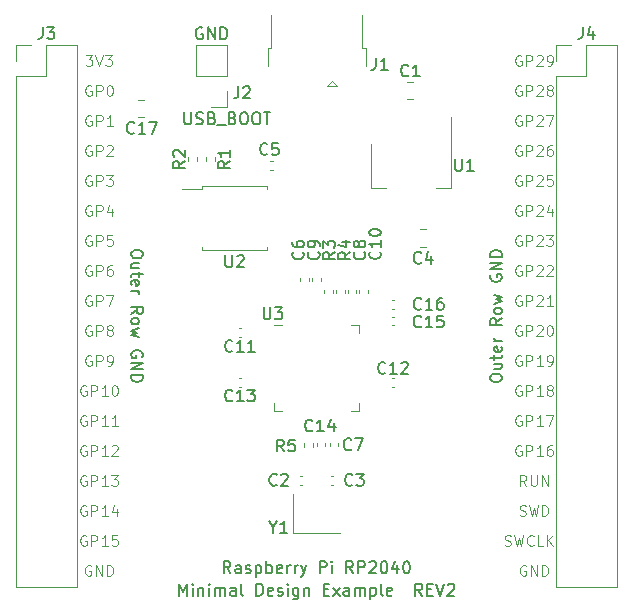
<source format=gbr>
G04 #@! TF.GenerationSoftware,KiCad,Pcbnew,8.0.5*
G04 #@! TF.CreationDate,2025-01-11T09:08:56+01:00*
G04 #@! TF.ProjectId,RP2040_minimal_r2,52503230-3430-45f6-9d69-6e696d616c5f,REV2*
G04 #@! TF.SameCoordinates,Original*
G04 #@! TF.FileFunction,Legend,Top*
G04 #@! TF.FilePolarity,Positive*
%FSLAX46Y46*%
G04 Gerber Fmt 4.6, Leading zero omitted, Abs format (unit mm)*
G04 Created by KiCad (PCBNEW 8.0.5) date 2025-01-11 09:08:56*
%MOMM*%
%LPD*%
G01*
G04 APERTURE LIST*
%ADD10C,0.100000*%
%ADD11C,0.150000*%
%ADD12C,0.120000*%
G04 APERTURE END LIST*
D10*
X80942143Y-78634014D02*
X80856429Y-78591157D01*
X80856429Y-78591157D02*
X80727857Y-78591157D01*
X80727857Y-78591157D02*
X80599286Y-78634014D01*
X80599286Y-78634014D02*
X80513571Y-78719728D01*
X80513571Y-78719728D02*
X80470714Y-78805442D01*
X80470714Y-78805442D02*
X80427857Y-78976871D01*
X80427857Y-78976871D02*
X80427857Y-79105442D01*
X80427857Y-79105442D02*
X80470714Y-79276871D01*
X80470714Y-79276871D02*
X80513571Y-79362585D01*
X80513571Y-79362585D02*
X80599286Y-79448300D01*
X80599286Y-79448300D02*
X80727857Y-79491157D01*
X80727857Y-79491157D02*
X80813571Y-79491157D01*
X80813571Y-79491157D02*
X80942143Y-79448300D01*
X80942143Y-79448300D02*
X80985000Y-79405442D01*
X80985000Y-79405442D02*
X80985000Y-79105442D01*
X80985000Y-79105442D02*
X80813571Y-79105442D01*
X81370714Y-79491157D02*
X81370714Y-78591157D01*
X81370714Y-78591157D02*
X81713571Y-78591157D01*
X81713571Y-78591157D02*
X81799286Y-78634014D01*
X81799286Y-78634014D02*
X81842143Y-78676871D01*
X81842143Y-78676871D02*
X81885000Y-78762585D01*
X81885000Y-78762585D02*
X81885000Y-78891157D01*
X81885000Y-78891157D02*
X81842143Y-78976871D01*
X81842143Y-78976871D02*
X81799286Y-79019728D01*
X81799286Y-79019728D02*
X81713571Y-79062585D01*
X81713571Y-79062585D02*
X81370714Y-79062585D01*
X82742143Y-79491157D02*
X82227857Y-79491157D01*
X82485000Y-79491157D02*
X82485000Y-78591157D01*
X82485000Y-78591157D02*
X82399286Y-78719728D01*
X82399286Y-78719728D02*
X82313571Y-78805442D01*
X82313571Y-78805442D02*
X82227857Y-78848300D01*
X80942143Y-81174014D02*
X80856429Y-81131157D01*
X80856429Y-81131157D02*
X80727857Y-81131157D01*
X80727857Y-81131157D02*
X80599286Y-81174014D01*
X80599286Y-81174014D02*
X80513571Y-81259728D01*
X80513571Y-81259728D02*
X80470714Y-81345442D01*
X80470714Y-81345442D02*
X80427857Y-81516871D01*
X80427857Y-81516871D02*
X80427857Y-81645442D01*
X80427857Y-81645442D02*
X80470714Y-81816871D01*
X80470714Y-81816871D02*
X80513571Y-81902585D01*
X80513571Y-81902585D02*
X80599286Y-81988300D01*
X80599286Y-81988300D02*
X80727857Y-82031157D01*
X80727857Y-82031157D02*
X80813571Y-82031157D01*
X80813571Y-82031157D02*
X80942143Y-81988300D01*
X80942143Y-81988300D02*
X80985000Y-81945442D01*
X80985000Y-81945442D02*
X80985000Y-81645442D01*
X80985000Y-81645442D02*
X80813571Y-81645442D01*
X81370714Y-82031157D02*
X81370714Y-81131157D01*
X81370714Y-81131157D02*
X81713571Y-81131157D01*
X81713571Y-81131157D02*
X81799286Y-81174014D01*
X81799286Y-81174014D02*
X81842143Y-81216871D01*
X81842143Y-81216871D02*
X81885000Y-81302585D01*
X81885000Y-81302585D02*
X81885000Y-81431157D01*
X81885000Y-81431157D02*
X81842143Y-81516871D01*
X81842143Y-81516871D02*
X81799286Y-81559728D01*
X81799286Y-81559728D02*
X81713571Y-81602585D01*
X81713571Y-81602585D02*
X81370714Y-81602585D01*
X82227857Y-81216871D02*
X82270714Y-81174014D01*
X82270714Y-81174014D02*
X82356429Y-81131157D01*
X82356429Y-81131157D02*
X82570714Y-81131157D01*
X82570714Y-81131157D02*
X82656429Y-81174014D01*
X82656429Y-81174014D02*
X82699286Y-81216871D01*
X82699286Y-81216871D02*
X82742143Y-81302585D01*
X82742143Y-81302585D02*
X82742143Y-81388300D01*
X82742143Y-81388300D02*
X82699286Y-81516871D01*
X82699286Y-81516871D02*
X82185000Y-82031157D01*
X82185000Y-82031157D02*
X82742143Y-82031157D01*
X80942143Y-83714014D02*
X80856429Y-83671157D01*
X80856429Y-83671157D02*
X80727857Y-83671157D01*
X80727857Y-83671157D02*
X80599286Y-83714014D01*
X80599286Y-83714014D02*
X80513571Y-83799728D01*
X80513571Y-83799728D02*
X80470714Y-83885442D01*
X80470714Y-83885442D02*
X80427857Y-84056871D01*
X80427857Y-84056871D02*
X80427857Y-84185442D01*
X80427857Y-84185442D02*
X80470714Y-84356871D01*
X80470714Y-84356871D02*
X80513571Y-84442585D01*
X80513571Y-84442585D02*
X80599286Y-84528300D01*
X80599286Y-84528300D02*
X80727857Y-84571157D01*
X80727857Y-84571157D02*
X80813571Y-84571157D01*
X80813571Y-84571157D02*
X80942143Y-84528300D01*
X80942143Y-84528300D02*
X80985000Y-84485442D01*
X80985000Y-84485442D02*
X80985000Y-84185442D01*
X80985000Y-84185442D02*
X80813571Y-84185442D01*
X81370714Y-84571157D02*
X81370714Y-83671157D01*
X81370714Y-83671157D02*
X81713571Y-83671157D01*
X81713571Y-83671157D02*
X81799286Y-83714014D01*
X81799286Y-83714014D02*
X81842143Y-83756871D01*
X81842143Y-83756871D02*
X81885000Y-83842585D01*
X81885000Y-83842585D02*
X81885000Y-83971157D01*
X81885000Y-83971157D02*
X81842143Y-84056871D01*
X81842143Y-84056871D02*
X81799286Y-84099728D01*
X81799286Y-84099728D02*
X81713571Y-84142585D01*
X81713571Y-84142585D02*
X81370714Y-84142585D01*
X82185000Y-83671157D02*
X82742143Y-83671157D01*
X82742143Y-83671157D02*
X82442143Y-84014014D01*
X82442143Y-84014014D02*
X82570714Y-84014014D01*
X82570714Y-84014014D02*
X82656429Y-84056871D01*
X82656429Y-84056871D02*
X82699286Y-84099728D01*
X82699286Y-84099728D02*
X82742143Y-84185442D01*
X82742143Y-84185442D02*
X82742143Y-84399728D01*
X82742143Y-84399728D02*
X82699286Y-84485442D01*
X82699286Y-84485442D02*
X82656429Y-84528300D01*
X82656429Y-84528300D02*
X82570714Y-84571157D01*
X82570714Y-84571157D02*
X82313571Y-84571157D01*
X82313571Y-84571157D02*
X82227857Y-84528300D01*
X82227857Y-84528300D02*
X82185000Y-84485442D01*
X80942143Y-86254014D02*
X80856429Y-86211157D01*
X80856429Y-86211157D02*
X80727857Y-86211157D01*
X80727857Y-86211157D02*
X80599286Y-86254014D01*
X80599286Y-86254014D02*
X80513571Y-86339728D01*
X80513571Y-86339728D02*
X80470714Y-86425442D01*
X80470714Y-86425442D02*
X80427857Y-86596871D01*
X80427857Y-86596871D02*
X80427857Y-86725442D01*
X80427857Y-86725442D02*
X80470714Y-86896871D01*
X80470714Y-86896871D02*
X80513571Y-86982585D01*
X80513571Y-86982585D02*
X80599286Y-87068300D01*
X80599286Y-87068300D02*
X80727857Y-87111157D01*
X80727857Y-87111157D02*
X80813571Y-87111157D01*
X80813571Y-87111157D02*
X80942143Y-87068300D01*
X80942143Y-87068300D02*
X80985000Y-87025442D01*
X80985000Y-87025442D02*
X80985000Y-86725442D01*
X80985000Y-86725442D02*
X80813571Y-86725442D01*
X81370714Y-87111157D02*
X81370714Y-86211157D01*
X81370714Y-86211157D02*
X81713571Y-86211157D01*
X81713571Y-86211157D02*
X81799286Y-86254014D01*
X81799286Y-86254014D02*
X81842143Y-86296871D01*
X81842143Y-86296871D02*
X81885000Y-86382585D01*
X81885000Y-86382585D02*
X81885000Y-86511157D01*
X81885000Y-86511157D02*
X81842143Y-86596871D01*
X81842143Y-86596871D02*
X81799286Y-86639728D01*
X81799286Y-86639728D02*
X81713571Y-86682585D01*
X81713571Y-86682585D02*
X81370714Y-86682585D01*
X82656429Y-86511157D02*
X82656429Y-87111157D01*
X82442143Y-86168300D02*
X82227857Y-86811157D01*
X82227857Y-86811157D02*
X82785000Y-86811157D01*
X80942143Y-88794014D02*
X80856429Y-88751157D01*
X80856429Y-88751157D02*
X80727857Y-88751157D01*
X80727857Y-88751157D02*
X80599286Y-88794014D01*
X80599286Y-88794014D02*
X80513571Y-88879728D01*
X80513571Y-88879728D02*
X80470714Y-88965442D01*
X80470714Y-88965442D02*
X80427857Y-89136871D01*
X80427857Y-89136871D02*
X80427857Y-89265442D01*
X80427857Y-89265442D02*
X80470714Y-89436871D01*
X80470714Y-89436871D02*
X80513571Y-89522585D01*
X80513571Y-89522585D02*
X80599286Y-89608300D01*
X80599286Y-89608300D02*
X80727857Y-89651157D01*
X80727857Y-89651157D02*
X80813571Y-89651157D01*
X80813571Y-89651157D02*
X80942143Y-89608300D01*
X80942143Y-89608300D02*
X80985000Y-89565442D01*
X80985000Y-89565442D02*
X80985000Y-89265442D01*
X80985000Y-89265442D02*
X80813571Y-89265442D01*
X81370714Y-89651157D02*
X81370714Y-88751157D01*
X81370714Y-88751157D02*
X81713571Y-88751157D01*
X81713571Y-88751157D02*
X81799286Y-88794014D01*
X81799286Y-88794014D02*
X81842143Y-88836871D01*
X81842143Y-88836871D02*
X81885000Y-88922585D01*
X81885000Y-88922585D02*
X81885000Y-89051157D01*
X81885000Y-89051157D02*
X81842143Y-89136871D01*
X81842143Y-89136871D02*
X81799286Y-89179728D01*
X81799286Y-89179728D02*
X81713571Y-89222585D01*
X81713571Y-89222585D02*
X81370714Y-89222585D01*
X82699286Y-88751157D02*
X82270714Y-88751157D01*
X82270714Y-88751157D02*
X82227857Y-89179728D01*
X82227857Y-89179728D02*
X82270714Y-89136871D01*
X82270714Y-89136871D02*
X82356429Y-89094014D01*
X82356429Y-89094014D02*
X82570714Y-89094014D01*
X82570714Y-89094014D02*
X82656429Y-89136871D01*
X82656429Y-89136871D02*
X82699286Y-89179728D01*
X82699286Y-89179728D02*
X82742143Y-89265442D01*
X82742143Y-89265442D02*
X82742143Y-89479728D01*
X82742143Y-89479728D02*
X82699286Y-89565442D01*
X82699286Y-89565442D02*
X82656429Y-89608300D01*
X82656429Y-89608300D02*
X82570714Y-89651157D01*
X82570714Y-89651157D02*
X82356429Y-89651157D01*
X82356429Y-89651157D02*
X82270714Y-89608300D01*
X82270714Y-89608300D02*
X82227857Y-89565442D01*
X80942143Y-91334014D02*
X80856429Y-91291157D01*
X80856429Y-91291157D02*
X80727857Y-91291157D01*
X80727857Y-91291157D02*
X80599286Y-91334014D01*
X80599286Y-91334014D02*
X80513571Y-91419728D01*
X80513571Y-91419728D02*
X80470714Y-91505442D01*
X80470714Y-91505442D02*
X80427857Y-91676871D01*
X80427857Y-91676871D02*
X80427857Y-91805442D01*
X80427857Y-91805442D02*
X80470714Y-91976871D01*
X80470714Y-91976871D02*
X80513571Y-92062585D01*
X80513571Y-92062585D02*
X80599286Y-92148300D01*
X80599286Y-92148300D02*
X80727857Y-92191157D01*
X80727857Y-92191157D02*
X80813571Y-92191157D01*
X80813571Y-92191157D02*
X80942143Y-92148300D01*
X80942143Y-92148300D02*
X80985000Y-92105442D01*
X80985000Y-92105442D02*
X80985000Y-91805442D01*
X80985000Y-91805442D02*
X80813571Y-91805442D01*
X81370714Y-92191157D02*
X81370714Y-91291157D01*
X81370714Y-91291157D02*
X81713571Y-91291157D01*
X81713571Y-91291157D02*
X81799286Y-91334014D01*
X81799286Y-91334014D02*
X81842143Y-91376871D01*
X81842143Y-91376871D02*
X81885000Y-91462585D01*
X81885000Y-91462585D02*
X81885000Y-91591157D01*
X81885000Y-91591157D02*
X81842143Y-91676871D01*
X81842143Y-91676871D02*
X81799286Y-91719728D01*
X81799286Y-91719728D02*
X81713571Y-91762585D01*
X81713571Y-91762585D02*
X81370714Y-91762585D01*
X82656429Y-91291157D02*
X82485000Y-91291157D01*
X82485000Y-91291157D02*
X82399286Y-91334014D01*
X82399286Y-91334014D02*
X82356429Y-91376871D01*
X82356429Y-91376871D02*
X82270714Y-91505442D01*
X82270714Y-91505442D02*
X82227857Y-91676871D01*
X82227857Y-91676871D02*
X82227857Y-92019728D01*
X82227857Y-92019728D02*
X82270714Y-92105442D01*
X82270714Y-92105442D02*
X82313571Y-92148300D01*
X82313571Y-92148300D02*
X82399286Y-92191157D01*
X82399286Y-92191157D02*
X82570714Y-92191157D01*
X82570714Y-92191157D02*
X82656429Y-92148300D01*
X82656429Y-92148300D02*
X82699286Y-92105442D01*
X82699286Y-92105442D02*
X82742143Y-92019728D01*
X82742143Y-92019728D02*
X82742143Y-91805442D01*
X82742143Y-91805442D02*
X82699286Y-91719728D01*
X82699286Y-91719728D02*
X82656429Y-91676871D01*
X82656429Y-91676871D02*
X82570714Y-91634014D01*
X82570714Y-91634014D02*
X82399286Y-91634014D01*
X82399286Y-91634014D02*
X82313571Y-91676871D01*
X82313571Y-91676871D02*
X82270714Y-91719728D01*
X82270714Y-91719728D02*
X82227857Y-91805442D01*
X80942143Y-93874014D02*
X80856429Y-93831157D01*
X80856429Y-93831157D02*
X80727857Y-93831157D01*
X80727857Y-93831157D02*
X80599286Y-93874014D01*
X80599286Y-93874014D02*
X80513571Y-93959728D01*
X80513571Y-93959728D02*
X80470714Y-94045442D01*
X80470714Y-94045442D02*
X80427857Y-94216871D01*
X80427857Y-94216871D02*
X80427857Y-94345442D01*
X80427857Y-94345442D02*
X80470714Y-94516871D01*
X80470714Y-94516871D02*
X80513571Y-94602585D01*
X80513571Y-94602585D02*
X80599286Y-94688300D01*
X80599286Y-94688300D02*
X80727857Y-94731157D01*
X80727857Y-94731157D02*
X80813571Y-94731157D01*
X80813571Y-94731157D02*
X80942143Y-94688300D01*
X80942143Y-94688300D02*
X80985000Y-94645442D01*
X80985000Y-94645442D02*
X80985000Y-94345442D01*
X80985000Y-94345442D02*
X80813571Y-94345442D01*
X81370714Y-94731157D02*
X81370714Y-93831157D01*
X81370714Y-93831157D02*
X81713571Y-93831157D01*
X81713571Y-93831157D02*
X81799286Y-93874014D01*
X81799286Y-93874014D02*
X81842143Y-93916871D01*
X81842143Y-93916871D02*
X81885000Y-94002585D01*
X81885000Y-94002585D02*
X81885000Y-94131157D01*
X81885000Y-94131157D02*
X81842143Y-94216871D01*
X81842143Y-94216871D02*
X81799286Y-94259728D01*
X81799286Y-94259728D02*
X81713571Y-94302585D01*
X81713571Y-94302585D02*
X81370714Y-94302585D01*
X82185000Y-93831157D02*
X82785000Y-93831157D01*
X82785000Y-93831157D02*
X82399286Y-94731157D01*
X80942143Y-96414014D02*
X80856429Y-96371157D01*
X80856429Y-96371157D02*
X80727857Y-96371157D01*
X80727857Y-96371157D02*
X80599286Y-96414014D01*
X80599286Y-96414014D02*
X80513571Y-96499728D01*
X80513571Y-96499728D02*
X80470714Y-96585442D01*
X80470714Y-96585442D02*
X80427857Y-96756871D01*
X80427857Y-96756871D02*
X80427857Y-96885442D01*
X80427857Y-96885442D02*
X80470714Y-97056871D01*
X80470714Y-97056871D02*
X80513571Y-97142585D01*
X80513571Y-97142585D02*
X80599286Y-97228300D01*
X80599286Y-97228300D02*
X80727857Y-97271157D01*
X80727857Y-97271157D02*
X80813571Y-97271157D01*
X80813571Y-97271157D02*
X80942143Y-97228300D01*
X80942143Y-97228300D02*
X80985000Y-97185442D01*
X80985000Y-97185442D02*
X80985000Y-96885442D01*
X80985000Y-96885442D02*
X80813571Y-96885442D01*
X81370714Y-97271157D02*
X81370714Y-96371157D01*
X81370714Y-96371157D02*
X81713571Y-96371157D01*
X81713571Y-96371157D02*
X81799286Y-96414014D01*
X81799286Y-96414014D02*
X81842143Y-96456871D01*
X81842143Y-96456871D02*
X81885000Y-96542585D01*
X81885000Y-96542585D02*
X81885000Y-96671157D01*
X81885000Y-96671157D02*
X81842143Y-96756871D01*
X81842143Y-96756871D02*
X81799286Y-96799728D01*
X81799286Y-96799728D02*
X81713571Y-96842585D01*
X81713571Y-96842585D02*
X81370714Y-96842585D01*
X82399286Y-96756871D02*
X82313571Y-96714014D01*
X82313571Y-96714014D02*
X82270714Y-96671157D01*
X82270714Y-96671157D02*
X82227857Y-96585442D01*
X82227857Y-96585442D02*
X82227857Y-96542585D01*
X82227857Y-96542585D02*
X82270714Y-96456871D01*
X82270714Y-96456871D02*
X82313571Y-96414014D01*
X82313571Y-96414014D02*
X82399286Y-96371157D01*
X82399286Y-96371157D02*
X82570714Y-96371157D01*
X82570714Y-96371157D02*
X82656429Y-96414014D01*
X82656429Y-96414014D02*
X82699286Y-96456871D01*
X82699286Y-96456871D02*
X82742143Y-96542585D01*
X82742143Y-96542585D02*
X82742143Y-96585442D01*
X82742143Y-96585442D02*
X82699286Y-96671157D01*
X82699286Y-96671157D02*
X82656429Y-96714014D01*
X82656429Y-96714014D02*
X82570714Y-96756871D01*
X82570714Y-96756871D02*
X82399286Y-96756871D01*
X82399286Y-96756871D02*
X82313571Y-96799728D01*
X82313571Y-96799728D02*
X82270714Y-96842585D01*
X82270714Y-96842585D02*
X82227857Y-96928300D01*
X82227857Y-96928300D02*
X82227857Y-97099728D01*
X82227857Y-97099728D02*
X82270714Y-97185442D01*
X82270714Y-97185442D02*
X82313571Y-97228300D01*
X82313571Y-97228300D02*
X82399286Y-97271157D01*
X82399286Y-97271157D02*
X82570714Y-97271157D01*
X82570714Y-97271157D02*
X82656429Y-97228300D01*
X82656429Y-97228300D02*
X82699286Y-97185442D01*
X82699286Y-97185442D02*
X82742143Y-97099728D01*
X82742143Y-97099728D02*
X82742143Y-96928300D01*
X82742143Y-96928300D02*
X82699286Y-96842585D01*
X82699286Y-96842585D02*
X82656429Y-96799728D01*
X82656429Y-96799728D02*
X82570714Y-96756871D01*
X80942143Y-98954014D02*
X80856429Y-98911157D01*
X80856429Y-98911157D02*
X80727857Y-98911157D01*
X80727857Y-98911157D02*
X80599286Y-98954014D01*
X80599286Y-98954014D02*
X80513571Y-99039728D01*
X80513571Y-99039728D02*
X80470714Y-99125442D01*
X80470714Y-99125442D02*
X80427857Y-99296871D01*
X80427857Y-99296871D02*
X80427857Y-99425442D01*
X80427857Y-99425442D02*
X80470714Y-99596871D01*
X80470714Y-99596871D02*
X80513571Y-99682585D01*
X80513571Y-99682585D02*
X80599286Y-99768300D01*
X80599286Y-99768300D02*
X80727857Y-99811157D01*
X80727857Y-99811157D02*
X80813571Y-99811157D01*
X80813571Y-99811157D02*
X80942143Y-99768300D01*
X80942143Y-99768300D02*
X80985000Y-99725442D01*
X80985000Y-99725442D02*
X80985000Y-99425442D01*
X80985000Y-99425442D02*
X80813571Y-99425442D01*
X81370714Y-99811157D02*
X81370714Y-98911157D01*
X81370714Y-98911157D02*
X81713571Y-98911157D01*
X81713571Y-98911157D02*
X81799286Y-98954014D01*
X81799286Y-98954014D02*
X81842143Y-98996871D01*
X81842143Y-98996871D02*
X81885000Y-99082585D01*
X81885000Y-99082585D02*
X81885000Y-99211157D01*
X81885000Y-99211157D02*
X81842143Y-99296871D01*
X81842143Y-99296871D02*
X81799286Y-99339728D01*
X81799286Y-99339728D02*
X81713571Y-99382585D01*
X81713571Y-99382585D02*
X81370714Y-99382585D01*
X82313571Y-99811157D02*
X82485000Y-99811157D01*
X82485000Y-99811157D02*
X82570714Y-99768300D01*
X82570714Y-99768300D02*
X82613571Y-99725442D01*
X82613571Y-99725442D02*
X82699286Y-99596871D01*
X82699286Y-99596871D02*
X82742143Y-99425442D01*
X82742143Y-99425442D02*
X82742143Y-99082585D01*
X82742143Y-99082585D02*
X82699286Y-98996871D01*
X82699286Y-98996871D02*
X82656429Y-98954014D01*
X82656429Y-98954014D02*
X82570714Y-98911157D01*
X82570714Y-98911157D02*
X82399286Y-98911157D01*
X82399286Y-98911157D02*
X82313571Y-98954014D01*
X82313571Y-98954014D02*
X82270714Y-98996871D01*
X82270714Y-98996871D02*
X82227857Y-99082585D01*
X82227857Y-99082585D02*
X82227857Y-99296871D01*
X82227857Y-99296871D02*
X82270714Y-99382585D01*
X82270714Y-99382585D02*
X82313571Y-99425442D01*
X82313571Y-99425442D02*
X82399286Y-99468300D01*
X82399286Y-99468300D02*
X82570714Y-99468300D01*
X82570714Y-99468300D02*
X82656429Y-99425442D01*
X82656429Y-99425442D02*
X82699286Y-99382585D01*
X82699286Y-99382585D02*
X82742143Y-99296871D01*
X80513571Y-104034014D02*
X80427857Y-103991157D01*
X80427857Y-103991157D02*
X80299285Y-103991157D01*
X80299285Y-103991157D02*
X80170714Y-104034014D01*
X80170714Y-104034014D02*
X80084999Y-104119728D01*
X80084999Y-104119728D02*
X80042142Y-104205442D01*
X80042142Y-104205442D02*
X79999285Y-104376871D01*
X79999285Y-104376871D02*
X79999285Y-104505442D01*
X79999285Y-104505442D02*
X80042142Y-104676871D01*
X80042142Y-104676871D02*
X80084999Y-104762585D01*
X80084999Y-104762585D02*
X80170714Y-104848300D01*
X80170714Y-104848300D02*
X80299285Y-104891157D01*
X80299285Y-104891157D02*
X80384999Y-104891157D01*
X80384999Y-104891157D02*
X80513571Y-104848300D01*
X80513571Y-104848300D02*
X80556428Y-104805442D01*
X80556428Y-104805442D02*
X80556428Y-104505442D01*
X80556428Y-104505442D02*
X80384999Y-104505442D01*
X80942142Y-104891157D02*
X80942142Y-103991157D01*
X80942142Y-103991157D02*
X81284999Y-103991157D01*
X81284999Y-103991157D02*
X81370714Y-104034014D01*
X81370714Y-104034014D02*
X81413571Y-104076871D01*
X81413571Y-104076871D02*
X81456428Y-104162585D01*
X81456428Y-104162585D02*
X81456428Y-104291157D01*
X81456428Y-104291157D02*
X81413571Y-104376871D01*
X81413571Y-104376871D02*
X81370714Y-104419728D01*
X81370714Y-104419728D02*
X81284999Y-104462585D01*
X81284999Y-104462585D02*
X80942142Y-104462585D01*
X82313571Y-104891157D02*
X81799285Y-104891157D01*
X82056428Y-104891157D02*
X82056428Y-103991157D01*
X82056428Y-103991157D02*
X81970714Y-104119728D01*
X81970714Y-104119728D02*
X81884999Y-104205442D01*
X81884999Y-104205442D02*
X81799285Y-104248300D01*
X83170714Y-104891157D02*
X82656428Y-104891157D01*
X82913571Y-104891157D02*
X82913571Y-103991157D01*
X82913571Y-103991157D02*
X82827857Y-104119728D01*
X82827857Y-104119728D02*
X82742142Y-104205442D01*
X82742142Y-104205442D02*
X82656428Y-104248300D01*
X80513571Y-101494014D02*
X80427857Y-101451157D01*
X80427857Y-101451157D02*
X80299285Y-101451157D01*
X80299285Y-101451157D02*
X80170714Y-101494014D01*
X80170714Y-101494014D02*
X80084999Y-101579728D01*
X80084999Y-101579728D02*
X80042142Y-101665442D01*
X80042142Y-101665442D02*
X79999285Y-101836871D01*
X79999285Y-101836871D02*
X79999285Y-101965442D01*
X79999285Y-101965442D02*
X80042142Y-102136871D01*
X80042142Y-102136871D02*
X80084999Y-102222585D01*
X80084999Y-102222585D02*
X80170714Y-102308300D01*
X80170714Y-102308300D02*
X80299285Y-102351157D01*
X80299285Y-102351157D02*
X80384999Y-102351157D01*
X80384999Y-102351157D02*
X80513571Y-102308300D01*
X80513571Y-102308300D02*
X80556428Y-102265442D01*
X80556428Y-102265442D02*
X80556428Y-101965442D01*
X80556428Y-101965442D02*
X80384999Y-101965442D01*
X80942142Y-102351157D02*
X80942142Y-101451157D01*
X80942142Y-101451157D02*
X81284999Y-101451157D01*
X81284999Y-101451157D02*
X81370714Y-101494014D01*
X81370714Y-101494014D02*
X81413571Y-101536871D01*
X81413571Y-101536871D02*
X81456428Y-101622585D01*
X81456428Y-101622585D02*
X81456428Y-101751157D01*
X81456428Y-101751157D02*
X81413571Y-101836871D01*
X81413571Y-101836871D02*
X81370714Y-101879728D01*
X81370714Y-101879728D02*
X81284999Y-101922585D01*
X81284999Y-101922585D02*
X80942142Y-101922585D01*
X82313571Y-102351157D02*
X81799285Y-102351157D01*
X82056428Y-102351157D02*
X82056428Y-101451157D01*
X82056428Y-101451157D02*
X81970714Y-101579728D01*
X81970714Y-101579728D02*
X81884999Y-101665442D01*
X81884999Y-101665442D02*
X81799285Y-101708300D01*
X82870714Y-101451157D02*
X82956428Y-101451157D01*
X82956428Y-101451157D02*
X83042142Y-101494014D01*
X83042142Y-101494014D02*
X83085000Y-101536871D01*
X83085000Y-101536871D02*
X83127857Y-101622585D01*
X83127857Y-101622585D02*
X83170714Y-101794014D01*
X83170714Y-101794014D02*
X83170714Y-102008300D01*
X83170714Y-102008300D02*
X83127857Y-102179728D01*
X83127857Y-102179728D02*
X83085000Y-102265442D01*
X83085000Y-102265442D02*
X83042142Y-102308300D01*
X83042142Y-102308300D02*
X82956428Y-102351157D01*
X82956428Y-102351157D02*
X82870714Y-102351157D01*
X82870714Y-102351157D02*
X82785000Y-102308300D01*
X82785000Y-102308300D02*
X82742142Y-102265442D01*
X82742142Y-102265442D02*
X82699285Y-102179728D01*
X82699285Y-102179728D02*
X82656428Y-102008300D01*
X82656428Y-102008300D02*
X82656428Y-101794014D01*
X82656428Y-101794014D02*
X82699285Y-101622585D01*
X82699285Y-101622585D02*
X82742142Y-101536871D01*
X82742142Y-101536871D02*
X82785000Y-101494014D01*
X82785000Y-101494014D02*
X82870714Y-101451157D01*
X80513571Y-106574014D02*
X80427857Y-106531157D01*
X80427857Y-106531157D02*
X80299285Y-106531157D01*
X80299285Y-106531157D02*
X80170714Y-106574014D01*
X80170714Y-106574014D02*
X80084999Y-106659728D01*
X80084999Y-106659728D02*
X80042142Y-106745442D01*
X80042142Y-106745442D02*
X79999285Y-106916871D01*
X79999285Y-106916871D02*
X79999285Y-107045442D01*
X79999285Y-107045442D02*
X80042142Y-107216871D01*
X80042142Y-107216871D02*
X80084999Y-107302585D01*
X80084999Y-107302585D02*
X80170714Y-107388300D01*
X80170714Y-107388300D02*
X80299285Y-107431157D01*
X80299285Y-107431157D02*
X80384999Y-107431157D01*
X80384999Y-107431157D02*
X80513571Y-107388300D01*
X80513571Y-107388300D02*
X80556428Y-107345442D01*
X80556428Y-107345442D02*
X80556428Y-107045442D01*
X80556428Y-107045442D02*
X80384999Y-107045442D01*
X80942142Y-107431157D02*
X80942142Y-106531157D01*
X80942142Y-106531157D02*
X81284999Y-106531157D01*
X81284999Y-106531157D02*
X81370714Y-106574014D01*
X81370714Y-106574014D02*
X81413571Y-106616871D01*
X81413571Y-106616871D02*
X81456428Y-106702585D01*
X81456428Y-106702585D02*
X81456428Y-106831157D01*
X81456428Y-106831157D02*
X81413571Y-106916871D01*
X81413571Y-106916871D02*
X81370714Y-106959728D01*
X81370714Y-106959728D02*
X81284999Y-107002585D01*
X81284999Y-107002585D02*
X80942142Y-107002585D01*
X82313571Y-107431157D02*
X81799285Y-107431157D01*
X82056428Y-107431157D02*
X82056428Y-106531157D01*
X82056428Y-106531157D02*
X81970714Y-106659728D01*
X81970714Y-106659728D02*
X81884999Y-106745442D01*
X81884999Y-106745442D02*
X81799285Y-106788300D01*
X82656428Y-106616871D02*
X82699285Y-106574014D01*
X82699285Y-106574014D02*
X82785000Y-106531157D01*
X82785000Y-106531157D02*
X82999285Y-106531157D01*
X82999285Y-106531157D02*
X83085000Y-106574014D01*
X83085000Y-106574014D02*
X83127857Y-106616871D01*
X83127857Y-106616871D02*
X83170714Y-106702585D01*
X83170714Y-106702585D02*
X83170714Y-106788300D01*
X83170714Y-106788300D02*
X83127857Y-106916871D01*
X83127857Y-106916871D02*
X82613571Y-107431157D01*
X82613571Y-107431157D02*
X83170714Y-107431157D01*
X80513571Y-109114014D02*
X80427857Y-109071157D01*
X80427857Y-109071157D02*
X80299285Y-109071157D01*
X80299285Y-109071157D02*
X80170714Y-109114014D01*
X80170714Y-109114014D02*
X80084999Y-109199728D01*
X80084999Y-109199728D02*
X80042142Y-109285442D01*
X80042142Y-109285442D02*
X79999285Y-109456871D01*
X79999285Y-109456871D02*
X79999285Y-109585442D01*
X79999285Y-109585442D02*
X80042142Y-109756871D01*
X80042142Y-109756871D02*
X80084999Y-109842585D01*
X80084999Y-109842585D02*
X80170714Y-109928300D01*
X80170714Y-109928300D02*
X80299285Y-109971157D01*
X80299285Y-109971157D02*
X80384999Y-109971157D01*
X80384999Y-109971157D02*
X80513571Y-109928300D01*
X80513571Y-109928300D02*
X80556428Y-109885442D01*
X80556428Y-109885442D02*
X80556428Y-109585442D01*
X80556428Y-109585442D02*
X80384999Y-109585442D01*
X80942142Y-109971157D02*
X80942142Y-109071157D01*
X80942142Y-109071157D02*
X81284999Y-109071157D01*
X81284999Y-109071157D02*
X81370714Y-109114014D01*
X81370714Y-109114014D02*
X81413571Y-109156871D01*
X81413571Y-109156871D02*
X81456428Y-109242585D01*
X81456428Y-109242585D02*
X81456428Y-109371157D01*
X81456428Y-109371157D02*
X81413571Y-109456871D01*
X81413571Y-109456871D02*
X81370714Y-109499728D01*
X81370714Y-109499728D02*
X81284999Y-109542585D01*
X81284999Y-109542585D02*
X80942142Y-109542585D01*
X82313571Y-109971157D02*
X81799285Y-109971157D01*
X82056428Y-109971157D02*
X82056428Y-109071157D01*
X82056428Y-109071157D02*
X81970714Y-109199728D01*
X81970714Y-109199728D02*
X81884999Y-109285442D01*
X81884999Y-109285442D02*
X81799285Y-109328300D01*
X82613571Y-109071157D02*
X83170714Y-109071157D01*
X83170714Y-109071157D02*
X82870714Y-109414014D01*
X82870714Y-109414014D02*
X82999285Y-109414014D01*
X82999285Y-109414014D02*
X83085000Y-109456871D01*
X83085000Y-109456871D02*
X83127857Y-109499728D01*
X83127857Y-109499728D02*
X83170714Y-109585442D01*
X83170714Y-109585442D02*
X83170714Y-109799728D01*
X83170714Y-109799728D02*
X83127857Y-109885442D01*
X83127857Y-109885442D02*
X83085000Y-109928300D01*
X83085000Y-109928300D02*
X82999285Y-109971157D01*
X82999285Y-109971157D02*
X82742142Y-109971157D01*
X82742142Y-109971157D02*
X82656428Y-109928300D01*
X82656428Y-109928300D02*
X82613571Y-109885442D01*
X80513571Y-114194014D02*
X80427857Y-114151157D01*
X80427857Y-114151157D02*
X80299285Y-114151157D01*
X80299285Y-114151157D02*
X80170714Y-114194014D01*
X80170714Y-114194014D02*
X80084999Y-114279728D01*
X80084999Y-114279728D02*
X80042142Y-114365442D01*
X80042142Y-114365442D02*
X79999285Y-114536871D01*
X79999285Y-114536871D02*
X79999285Y-114665442D01*
X79999285Y-114665442D02*
X80042142Y-114836871D01*
X80042142Y-114836871D02*
X80084999Y-114922585D01*
X80084999Y-114922585D02*
X80170714Y-115008300D01*
X80170714Y-115008300D02*
X80299285Y-115051157D01*
X80299285Y-115051157D02*
X80384999Y-115051157D01*
X80384999Y-115051157D02*
X80513571Y-115008300D01*
X80513571Y-115008300D02*
X80556428Y-114965442D01*
X80556428Y-114965442D02*
X80556428Y-114665442D01*
X80556428Y-114665442D02*
X80384999Y-114665442D01*
X80942142Y-115051157D02*
X80942142Y-114151157D01*
X80942142Y-114151157D02*
X81284999Y-114151157D01*
X81284999Y-114151157D02*
X81370714Y-114194014D01*
X81370714Y-114194014D02*
X81413571Y-114236871D01*
X81413571Y-114236871D02*
X81456428Y-114322585D01*
X81456428Y-114322585D02*
X81456428Y-114451157D01*
X81456428Y-114451157D02*
X81413571Y-114536871D01*
X81413571Y-114536871D02*
X81370714Y-114579728D01*
X81370714Y-114579728D02*
X81284999Y-114622585D01*
X81284999Y-114622585D02*
X80942142Y-114622585D01*
X82313571Y-115051157D02*
X81799285Y-115051157D01*
X82056428Y-115051157D02*
X82056428Y-114151157D01*
X82056428Y-114151157D02*
X81970714Y-114279728D01*
X81970714Y-114279728D02*
X81884999Y-114365442D01*
X81884999Y-114365442D02*
X81799285Y-114408300D01*
X83127857Y-114151157D02*
X82699285Y-114151157D01*
X82699285Y-114151157D02*
X82656428Y-114579728D01*
X82656428Y-114579728D02*
X82699285Y-114536871D01*
X82699285Y-114536871D02*
X82785000Y-114494014D01*
X82785000Y-114494014D02*
X82999285Y-114494014D01*
X82999285Y-114494014D02*
X83085000Y-114536871D01*
X83085000Y-114536871D02*
X83127857Y-114579728D01*
X83127857Y-114579728D02*
X83170714Y-114665442D01*
X83170714Y-114665442D02*
X83170714Y-114879728D01*
X83170714Y-114879728D02*
X83127857Y-114965442D01*
X83127857Y-114965442D02*
X83085000Y-115008300D01*
X83085000Y-115008300D02*
X82999285Y-115051157D01*
X82999285Y-115051157D02*
X82785000Y-115051157D01*
X82785000Y-115051157D02*
X82699285Y-115008300D01*
X82699285Y-115008300D02*
X82656428Y-114965442D01*
X80513571Y-111654014D02*
X80427857Y-111611157D01*
X80427857Y-111611157D02*
X80299285Y-111611157D01*
X80299285Y-111611157D02*
X80170714Y-111654014D01*
X80170714Y-111654014D02*
X80084999Y-111739728D01*
X80084999Y-111739728D02*
X80042142Y-111825442D01*
X80042142Y-111825442D02*
X79999285Y-111996871D01*
X79999285Y-111996871D02*
X79999285Y-112125442D01*
X79999285Y-112125442D02*
X80042142Y-112296871D01*
X80042142Y-112296871D02*
X80084999Y-112382585D01*
X80084999Y-112382585D02*
X80170714Y-112468300D01*
X80170714Y-112468300D02*
X80299285Y-112511157D01*
X80299285Y-112511157D02*
X80384999Y-112511157D01*
X80384999Y-112511157D02*
X80513571Y-112468300D01*
X80513571Y-112468300D02*
X80556428Y-112425442D01*
X80556428Y-112425442D02*
X80556428Y-112125442D01*
X80556428Y-112125442D02*
X80384999Y-112125442D01*
X80942142Y-112511157D02*
X80942142Y-111611157D01*
X80942142Y-111611157D02*
X81284999Y-111611157D01*
X81284999Y-111611157D02*
X81370714Y-111654014D01*
X81370714Y-111654014D02*
X81413571Y-111696871D01*
X81413571Y-111696871D02*
X81456428Y-111782585D01*
X81456428Y-111782585D02*
X81456428Y-111911157D01*
X81456428Y-111911157D02*
X81413571Y-111996871D01*
X81413571Y-111996871D02*
X81370714Y-112039728D01*
X81370714Y-112039728D02*
X81284999Y-112082585D01*
X81284999Y-112082585D02*
X80942142Y-112082585D01*
X82313571Y-112511157D02*
X81799285Y-112511157D01*
X82056428Y-112511157D02*
X82056428Y-111611157D01*
X82056428Y-111611157D02*
X81970714Y-111739728D01*
X81970714Y-111739728D02*
X81884999Y-111825442D01*
X81884999Y-111825442D02*
X81799285Y-111868300D01*
X83085000Y-111911157D02*
X83085000Y-112511157D01*
X82870714Y-111568300D02*
X82656428Y-112211157D01*
X82656428Y-112211157D02*
X83213571Y-112211157D01*
X117343571Y-76094014D02*
X117257857Y-76051157D01*
X117257857Y-76051157D02*
X117129285Y-76051157D01*
X117129285Y-76051157D02*
X117000714Y-76094014D01*
X117000714Y-76094014D02*
X116914999Y-76179728D01*
X116914999Y-76179728D02*
X116872142Y-76265442D01*
X116872142Y-76265442D02*
X116829285Y-76436871D01*
X116829285Y-76436871D02*
X116829285Y-76565442D01*
X116829285Y-76565442D02*
X116872142Y-76736871D01*
X116872142Y-76736871D02*
X116914999Y-76822585D01*
X116914999Y-76822585D02*
X117000714Y-76908300D01*
X117000714Y-76908300D02*
X117129285Y-76951157D01*
X117129285Y-76951157D02*
X117214999Y-76951157D01*
X117214999Y-76951157D02*
X117343571Y-76908300D01*
X117343571Y-76908300D02*
X117386428Y-76865442D01*
X117386428Y-76865442D02*
X117386428Y-76565442D01*
X117386428Y-76565442D02*
X117214999Y-76565442D01*
X117772142Y-76951157D02*
X117772142Y-76051157D01*
X117772142Y-76051157D02*
X118114999Y-76051157D01*
X118114999Y-76051157D02*
X118200714Y-76094014D01*
X118200714Y-76094014D02*
X118243571Y-76136871D01*
X118243571Y-76136871D02*
X118286428Y-76222585D01*
X118286428Y-76222585D02*
X118286428Y-76351157D01*
X118286428Y-76351157D02*
X118243571Y-76436871D01*
X118243571Y-76436871D02*
X118200714Y-76479728D01*
X118200714Y-76479728D02*
X118114999Y-76522585D01*
X118114999Y-76522585D02*
X117772142Y-76522585D01*
X118629285Y-76136871D02*
X118672142Y-76094014D01*
X118672142Y-76094014D02*
X118757857Y-76051157D01*
X118757857Y-76051157D02*
X118972142Y-76051157D01*
X118972142Y-76051157D02*
X119057857Y-76094014D01*
X119057857Y-76094014D02*
X119100714Y-76136871D01*
X119100714Y-76136871D02*
X119143571Y-76222585D01*
X119143571Y-76222585D02*
X119143571Y-76308300D01*
X119143571Y-76308300D02*
X119100714Y-76436871D01*
X119100714Y-76436871D02*
X118586428Y-76951157D01*
X118586428Y-76951157D02*
X119143571Y-76951157D01*
X119657857Y-76436871D02*
X119572142Y-76394014D01*
X119572142Y-76394014D02*
X119529285Y-76351157D01*
X119529285Y-76351157D02*
X119486428Y-76265442D01*
X119486428Y-76265442D02*
X119486428Y-76222585D01*
X119486428Y-76222585D02*
X119529285Y-76136871D01*
X119529285Y-76136871D02*
X119572142Y-76094014D01*
X119572142Y-76094014D02*
X119657857Y-76051157D01*
X119657857Y-76051157D02*
X119829285Y-76051157D01*
X119829285Y-76051157D02*
X119915000Y-76094014D01*
X119915000Y-76094014D02*
X119957857Y-76136871D01*
X119957857Y-76136871D02*
X120000714Y-76222585D01*
X120000714Y-76222585D02*
X120000714Y-76265442D01*
X120000714Y-76265442D02*
X119957857Y-76351157D01*
X119957857Y-76351157D02*
X119915000Y-76394014D01*
X119915000Y-76394014D02*
X119829285Y-76436871D01*
X119829285Y-76436871D02*
X119657857Y-76436871D01*
X119657857Y-76436871D02*
X119572142Y-76479728D01*
X119572142Y-76479728D02*
X119529285Y-76522585D01*
X119529285Y-76522585D02*
X119486428Y-76608300D01*
X119486428Y-76608300D02*
X119486428Y-76779728D01*
X119486428Y-76779728D02*
X119529285Y-76865442D01*
X119529285Y-76865442D02*
X119572142Y-76908300D01*
X119572142Y-76908300D02*
X119657857Y-76951157D01*
X119657857Y-76951157D02*
X119829285Y-76951157D01*
X119829285Y-76951157D02*
X119915000Y-76908300D01*
X119915000Y-76908300D02*
X119957857Y-76865442D01*
X119957857Y-76865442D02*
X120000714Y-76779728D01*
X120000714Y-76779728D02*
X120000714Y-76608300D01*
X120000714Y-76608300D02*
X119957857Y-76522585D01*
X119957857Y-76522585D02*
X119915000Y-76479728D01*
X119915000Y-76479728D02*
X119829285Y-76436871D01*
X117343571Y-78634014D02*
X117257857Y-78591157D01*
X117257857Y-78591157D02*
X117129285Y-78591157D01*
X117129285Y-78591157D02*
X117000714Y-78634014D01*
X117000714Y-78634014D02*
X116914999Y-78719728D01*
X116914999Y-78719728D02*
X116872142Y-78805442D01*
X116872142Y-78805442D02*
X116829285Y-78976871D01*
X116829285Y-78976871D02*
X116829285Y-79105442D01*
X116829285Y-79105442D02*
X116872142Y-79276871D01*
X116872142Y-79276871D02*
X116914999Y-79362585D01*
X116914999Y-79362585D02*
X117000714Y-79448300D01*
X117000714Y-79448300D02*
X117129285Y-79491157D01*
X117129285Y-79491157D02*
X117214999Y-79491157D01*
X117214999Y-79491157D02*
X117343571Y-79448300D01*
X117343571Y-79448300D02*
X117386428Y-79405442D01*
X117386428Y-79405442D02*
X117386428Y-79105442D01*
X117386428Y-79105442D02*
X117214999Y-79105442D01*
X117772142Y-79491157D02*
X117772142Y-78591157D01*
X117772142Y-78591157D02*
X118114999Y-78591157D01*
X118114999Y-78591157D02*
X118200714Y-78634014D01*
X118200714Y-78634014D02*
X118243571Y-78676871D01*
X118243571Y-78676871D02*
X118286428Y-78762585D01*
X118286428Y-78762585D02*
X118286428Y-78891157D01*
X118286428Y-78891157D02*
X118243571Y-78976871D01*
X118243571Y-78976871D02*
X118200714Y-79019728D01*
X118200714Y-79019728D02*
X118114999Y-79062585D01*
X118114999Y-79062585D02*
X117772142Y-79062585D01*
X118629285Y-78676871D02*
X118672142Y-78634014D01*
X118672142Y-78634014D02*
X118757857Y-78591157D01*
X118757857Y-78591157D02*
X118972142Y-78591157D01*
X118972142Y-78591157D02*
X119057857Y-78634014D01*
X119057857Y-78634014D02*
X119100714Y-78676871D01*
X119100714Y-78676871D02*
X119143571Y-78762585D01*
X119143571Y-78762585D02*
X119143571Y-78848300D01*
X119143571Y-78848300D02*
X119100714Y-78976871D01*
X119100714Y-78976871D02*
X118586428Y-79491157D01*
X118586428Y-79491157D02*
X119143571Y-79491157D01*
X119443571Y-78591157D02*
X120043571Y-78591157D01*
X120043571Y-78591157D02*
X119657857Y-79491157D01*
X117343571Y-81174014D02*
X117257857Y-81131157D01*
X117257857Y-81131157D02*
X117129285Y-81131157D01*
X117129285Y-81131157D02*
X117000714Y-81174014D01*
X117000714Y-81174014D02*
X116914999Y-81259728D01*
X116914999Y-81259728D02*
X116872142Y-81345442D01*
X116872142Y-81345442D02*
X116829285Y-81516871D01*
X116829285Y-81516871D02*
X116829285Y-81645442D01*
X116829285Y-81645442D02*
X116872142Y-81816871D01*
X116872142Y-81816871D02*
X116914999Y-81902585D01*
X116914999Y-81902585D02*
X117000714Y-81988300D01*
X117000714Y-81988300D02*
X117129285Y-82031157D01*
X117129285Y-82031157D02*
X117214999Y-82031157D01*
X117214999Y-82031157D02*
X117343571Y-81988300D01*
X117343571Y-81988300D02*
X117386428Y-81945442D01*
X117386428Y-81945442D02*
X117386428Y-81645442D01*
X117386428Y-81645442D02*
X117214999Y-81645442D01*
X117772142Y-82031157D02*
X117772142Y-81131157D01*
X117772142Y-81131157D02*
X118114999Y-81131157D01*
X118114999Y-81131157D02*
X118200714Y-81174014D01*
X118200714Y-81174014D02*
X118243571Y-81216871D01*
X118243571Y-81216871D02*
X118286428Y-81302585D01*
X118286428Y-81302585D02*
X118286428Y-81431157D01*
X118286428Y-81431157D02*
X118243571Y-81516871D01*
X118243571Y-81516871D02*
X118200714Y-81559728D01*
X118200714Y-81559728D02*
X118114999Y-81602585D01*
X118114999Y-81602585D02*
X117772142Y-81602585D01*
X118629285Y-81216871D02*
X118672142Y-81174014D01*
X118672142Y-81174014D02*
X118757857Y-81131157D01*
X118757857Y-81131157D02*
X118972142Y-81131157D01*
X118972142Y-81131157D02*
X119057857Y-81174014D01*
X119057857Y-81174014D02*
X119100714Y-81216871D01*
X119100714Y-81216871D02*
X119143571Y-81302585D01*
X119143571Y-81302585D02*
X119143571Y-81388300D01*
X119143571Y-81388300D02*
X119100714Y-81516871D01*
X119100714Y-81516871D02*
X118586428Y-82031157D01*
X118586428Y-82031157D02*
X119143571Y-82031157D01*
X119915000Y-81131157D02*
X119743571Y-81131157D01*
X119743571Y-81131157D02*
X119657857Y-81174014D01*
X119657857Y-81174014D02*
X119615000Y-81216871D01*
X119615000Y-81216871D02*
X119529285Y-81345442D01*
X119529285Y-81345442D02*
X119486428Y-81516871D01*
X119486428Y-81516871D02*
X119486428Y-81859728D01*
X119486428Y-81859728D02*
X119529285Y-81945442D01*
X119529285Y-81945442D02*
X119572142Y-81988300D01*
X119572142Y-81988300D02*
X119657857Y-82031157D01*
X119657857Y-82031157D02*
X119829285Y-82031157D01*
X119829285Y-82031157D02*
X119915000Y-81988300D01*
X119915000Y-81988300D02*
X119957857Y-81945442D01*
X119957857Y-81945442D02*
X120000714Y-81859728D01*
X120000714Y-81859728D02*
X120000714Y-81645442D01*
X120000714Y-81645442D02*
X119957857Y-81559728D01*
X119957857Y-81559728D02*
X119915000Y-81516871D01*
X119915000Y-81516871D02*
X119829285Y-81474014D01*
X119829285Y-81474014D02*
X119657857Y-81474014D01*
X119657857Y-81474014D02*
X119572142Y-81516871D01*
X119572142Y-81516871D02*
X119529285Y-81559728D01*
X119529285Y-81559728D02*
X119486428Y-81645442D01*
X117343571Y-83714014D02*
X117257857Y-83671157D01*
X117257857Y-83671157D02*
X117129285Y-83671157D01*
X117129285Y-83671157D02*
X117000714Y-83714014D01*
X117000714Y-83714014D02*
X116914999Y-83799728D01*
X116914999Y-83799728D02*
X116872142Y-83885442D01*
X116872142Y-83885442D02*
X116829285Y-84056871D01*
X116829285Y-84056871D02*
X116829285Y-84185442D01*
X116829285Y-84185442D02*
X116872142Y-84356871D01*
X116872142Y-84356871D02*
X116914999Y-84442585D01*
X116914999Y-84442585D02*
X117000714Y-84528300D01*
X117000714Y-84528300D02*
X117129285Y-84571157D01*
X117129285Y-84571157D02*
X117214999Y-84571157D01*
X117214999Y-84571157D02*
X117343571Y-84528300D01*
X117343571Y-84528300D02*
X117386428Y-84485442D01*
X117386428Y-84485442D02*
X117386428Y-84185442D01*
X117386428Y-84185442D02*
X117214999Y-84185442D01*
X117772142Y-84571157D02*
X117772142Y-83671157D01*
X117772142Y-83671157D02*
X118114999Y-83671157D01*
X118114999Y-83671157D02*
X118200714Y-83714014D01*
X118200714Y-83714014D02*
X118243571Y-83756871D01*
X118243571Y-83756871D02*
X118286428Y-83842585D01*
X118286428Y-83842585D02*
X118286428Y-83971157D01*
X118286428Y-83971157D02*
X118243571Y-84056871D01*
X118243571Y-84056871D02*
X118200714Y-84099728D01*
X118200714Y-84099728D02*
X118114999Y-84142585D01*
X118114999Y-84142585D02*
X117772142Y-84142585D01*
X118629285Y-83756871D02*
X118672142Y-83714014D01*
X118672142Y-83714014D02*
X118757857Y-83671157D01*
X118757857Y-83671157D02*
X118972142Y-83671157D01*
X118972142Y-83671157D02*
X119057857Y-83714014D01*
X119057857Y-83714014D02*
X119100714Y-83756871D01*
X119100714Y-83756871D02*
X119143571Y-83842585D01*
X119143571Y-83842585D02*
X119143571Y-83928300D01*
X119143571Y-83928300D02*
X119100714Y-84056871D01*
X119100714Y-84056871D02*
X118586428Y-84571157D01*
X118586428Y-84571157D02*
X119143571Y-84571157D01*
X119957857Y-83671157D02*
X119529285Y-83671157D01*
X119529285Y-83671157D02*
X119486428Y-84099728D01*
X119486428Y-84099728D02*
X119529285Y-84056871D01*
X119529285Y-84056871D02*
X119615000Y-84014014D01*
X119615000Y-84014014D02*
X119829285Y-84014014D01*
X119829285Y-84014014D02*
X119915000Y-84056871D01*
X119915000Y-84056871D02*
X119957857Y-84099728D01*
X119957857Y-84099728D02*
X120000714Y-84185442D01*
X120000714Y-84185442D02*
X120000714Y-84399728D01*
X120000714Y-84399728D02*
X119957857Y-84485442D01*
X119957857Y-84485442D02*
X119915000Y-84528300D01*
X119915000Y-84528300D02*
X119829285Y-84571157D01*
X119829285Y-84571157D02*
X119615000Y-84571157D01*
X119615000Y-84571157D02*
X119529285Y-84528300D01*
X119529285Y-84528300D02*
X119486428Y-84485442D01*
X117343571Y-86254014D02*
X117257857Y-86211157D01*
X117257857Y-86211157D02*
X117129285Y-86211157D01*
X117129285Y-86211157D02*
X117000714Y-86254014D01*
X117000714Y-86254014D02*
X116914999Y-86339728D01*
X116914999Y-86339728D02*
X116872142Y-86425442D01*
X116872142Y-86425442D02*
X116829285Y-86596871D01*
X116829285Y-86596871D02*
X116829285Y-86725442D01*
X116829285Y-86725442D02*
X116872142Y-86896871D01*
X116872142Y-86896871D02*
X116914999Y-86982585D01*
X116914999Y-86982585D02*
X117000714Y-87068300D01*
X117000714Y-87068300D02*
X117129285Y-87111157D01*
X117129285Y-87111157D02*
X117214999Y-87111157D01*
X117214999Y-87111157D02*
X117343571Y-87068300D01*
X117343571Y-87068300D02*
X117386428Y-87025442D01*
X117386428Y-87025442D02*
X117386428Y-86725442D01*
X117386428Y-86725442D02*
X117214999Y-86725442D01*
X117772142Y-87111157D02*
X117772142Y-86211157D01*
X117772142Y-86211157D02*
X118114999Y-86211157D01*
X118114999Y-86211157D02*
X118200714Y-86254014D01*
X118200714Y-86254014D02*
X118243571Y-86296871D01*
X118243571Y-86296871D02*
X118286428Y-86382585D01*
X118286428Y-86382585D02*
X118286428Y-86511157D01*
X118286428Y-86511157D02*
X118243571Y-86596871D01*
X118243571Y-86596871D02*
X118200714Y-86639728D01*
X118200714Y-86639728D02*
X118114999Y-86682585D01*
X118114999Y-86682585D02*
X117772142Y-86682585D01*
X118629285Y-86296871D02*
X118672142Y-86254014D01*
X118672142Y-86254014D02*
X118757857Y-86211157D01*
X118757857Y-86211157D02*
X118972142Y-86211157D01*
X118972142Y-86211157D02*
X119057857Y-86254014D01*
X119057857Y-86254014D02*
X119100714Y-86296871D01*
X119100714Y-86296871D02*
X119143571Y-86382585D01*
X119143571Y-86382585D02*
X119143571Y-86468300D01*
X119143571Y-86468300D02*
X119100714Y-86596871D01*
X119100714Y-86596871D02*
X118586428Y-87111157D01*
X118586428Y-87111157D02*
X119143571Y-87111157D01*
X119915000Y-86511157D02*
X119915000Y-87111157D01*
X119700714Y-86168300D02*
X119486428Y-86811157D01*
X119486428Y-86811157D02*
X120043571Y-86811157D01*
X117343571Y-88794014D02*
X117257857Y-88751157D01*
X117257857Y-88751157D02*
X117129285Y-88751157D01*
X117129285Y-88751157D02*
X117000714Y-88794014D01*
X117000714Y-88794014D02*
X116914999Y-88879728D01*
X116914999Y-88879728D02*
X116872142Y-88965442D01*
X116872142Y-88965442D02*
X116829285Y-89136871D01*
X116829285Y-89136871D02*
X116829285Y-89265442D01*
X116829285Y-89265442D02*
X116872142Y-89436871D01*
X116872142Y-89436871D02*
X116914999Y-89522585D01*
X116914999Y-89522585D02*
X117000714Y-89608300D01*
X117000714Y-89608300D02*
X117129285Y-89651157D01*
X117129285Y-89651157D02*
X117214999Y-89651157D01*
X117214999Y-89651157D02*
X117343571Y-89608300D01*
X117343571Y-89608300D02*
X117386428Y-89565442D01*
X117386428Y-89565442D02*
X117386428Y-89265442D01*
X117386428Y-89265442D02*
X117214999Y-89265442D01*
X117772142Y-89651157D02*
X117772142Y-88751157D01*
X117772142Y-88751157D02*
X118114999Y-88751157D01*
X118114999Y-88751157D02*
X118200714Y-88794014D01*
X118200714Y-88794014D02*
X118243571Y-88836871D01*
X118243571Y-88836871D02*
X118286428Y-88922585D01*
X118286428Y-88922585D02*
X118286428Y-89051157D01*
X118286428Y-89051157D02*
X118243571Y-89136871D01*
X118243571Y-89136871D02*
X118200714Y-89179728D01*
X118200714Y-89179728D02*
X118114999Y-89222585D01*
X118114999Y-89222585D02*
X117772142Y-89222585D01*
X118629285Y-88836871D02*
X118672142Y-88794014D01*
X118672142Y-88794014D02*
X118757857Y-88751157D01*
X118757857Y-88751157D02*
X118972142Y-88751157D01*
X118972142Y-88751157D02*
X119057857Y-88794014D01*
X119057857Y-88794014D02*
X119100714Y-88836871D01*
X119100714Y-88836871D02*
X119143571Y-88922585D01*
X119143571Y-88922585D02*
X119143571Y-89008300D01*
X119143571Y-89008300D02*
X119100714Y-89136871D01*
X119100714Y-89136871D02*
X118586428Y-89651157D01*
X118586428Y-89651157D02*
X119143571Y-89651157D01*
X119443571Y-88751157D02*
X120000714Y-88751157D01*
X120000714Y-88751157D02*
X119700714Y-89094014D01*
X119700714Y-89094014D02*
X119829285Y-89094014D01*
X119829285Y-89094014D02*
X119915000Y-89136871D01*
X119915000Y-89136871D02*
X119957857Y-89179728D01*
X119957857Y-89179728D02*
X120000714Y-89265442D01*
X120000714Y-89265442D02*
X120000714Y-89479728D01*
X120000714Y-89479728D02*
X119957857Y-89565442D01*
X119957857Y-89565442D02*
X119915000Y-89608300D01*
X119915000Y-89608300D02*
X119829285Y-89651157D01*
X119829285Y-89651157D02*
X119572142Y-89651157D01*
X119572142Y-89651157D02*
X119486428Y-89608300D01*
X119486428Y-89608300D02*
X119443571Y-89565442D01*
X117343571Y-93874014D02*
X117257857Y-93831157D01*
X117257857Y-93831157D02*
X117129285Y-93831157D01*
X117129285Y-93831157D02*
X117000714Y-93874014D01*
X117000714Y-93874014D02*
X116914999Y-93959728D01*
X116914999Y-93959728D02*
X116872142Y-94045442D01*
X116872142Y-94045442D02*
X116829285Y-94216871D01*
X116829285Y-94216871D02*
X116829285Y-94345442D01*
X116829285Y-94345442D02*
X116872142Y-94516871D01*
X116872142Y-94516871D02*
X116914999Y-94602585D01*
X116914999Y-94602585D02*
X117000714Y-94688300D01*
X117000714Y-94688300D02*
X117129285Y-94731157D01*
X117129285Y-94731157D02*
X117214999Y-94731157D01*
X117214999Y-94731157D02*
X117343571Y-94688300D01*
X117343571Y-94688300D02*
X117386428Y-94645442D01*
X117386428Y-94645442D02*
X117386428Y-94345442D01*
X117386428Y-94345442D02*
X117214999Y-94345442D01*
X117772142Y-94731157D02*
X117772142Y-93831157D01*
X117772142Y-93831157D02*
X118114999Y-93831157D01*
X118114999Y-93831157D02*
X118200714Y-93874014D01*
X118200714Y-93874014D02*
X118243571Y-93916871D01*
X118243571Y-93916871D02*
X118286428Y-94002585D01*
X118286428Y-94002585D02*
X118286428Y-94131157D01*
X118286428Y-94131157D02*
X118243571Y-94216871D01*
X118243571Y-94216871D02*
X118200714Y-94259728D01*
X118200714Y-94259728D02*
X118114999Y-94302585D01*
X118114999Y-94302585D02*
X117772142Y-94302585D01*
X118629285Y-93916871D02*
X118672142Y-93874014D01*
X118672142Y-93874014D02*
X118757857Y-93831157D01*
X118757857Y-93831157D02*
X118972142Y-93831157D01*
X118972142Y-93831157D02*
X119057857Y-93874014D01*
X119057857Y-93874014D02*
X119100714Y-93916871D01*
X119100714Y-93916871D02*
X119143571Y-94002585D01*
X119143571Y-94002585D02*
X119143571Y-94088300D01*
X119143571Y-94088300D02*
X119100714Y-94216871D01*
X119100714Y-94216871D02*
X118586428Y-94731157D01*
X118586428Y-94731157D02*
X119143571Y-94731157D01*
X120000714Y-94731157D02*
X119486428Y-94731157D01*
X119743571Y-94731157D02*
X119743571Y-93831157D01*
X119743571Y-93831157D02*
X119657857Y-93959728D01*
X119657857Y-93959728D02*
X119572142Y-94045442D01*
X119572142Y-94045442D02*
X119486428Y-94088300D01*
X117343571Y-96414014D02*
X117257857Y-96371157D01*
X117257857Y-96371157D02*
X117129285Y-96371157D01*
X117129285Y-96371157D02*
X117000714Y-96414014D01*
X117000714Y-96414014D02*
X116914999Y-96499728D01*
X116914999Y-96499728D02*
X116872142Y-96585442D01*
X116872142Y-96585442D02*
X116829285Y-96756871D01*
X116829285Y-96756871D02*
X116829285Y-96885442D01*
X116829285Y-96885442D02*
X116872142Y-97056871D01*
X116872142Y-97056871D02*
X116914999Y-97142585D01*
X116914999Y-97142585D02*
X117000714Y-97228300D01*
X117000714Y-97228300D02*
X117129285Y-97271157D01*
X117129285Y-97271157D02*
X117214999Y-97271157D01*
X117214999Y-97271157D02*
X117343571Y-97228300D01*
X117343571Y-97228300D02*
X117386428Y-97185442D01*
X117386428Y-97185442D02*
X117386428Y-96885442D01*
X117386428Y-96885442D02*
X117214999Y-96885442D01*
X117772142Y-97271157D02*
X117772142Y-96371157D01*
X117772142Y-96371157D02*
X118114999Y-96371157D01*
X118114999Y-96371157D02*
X118200714Y-96414014D01*
X118200714Y-96414014D02*
X118243571Y-96456871D01*
X118243571Y-96456871D02*
X118286428Y-96542585D01*
X118286428Y-96542585D02*
X118286428Y-96671157D01*
X118286428Y-96671157D02*
X118243571Y-96756871D01*
X118243571Y-96756871D02*
X118200714Y-96799728D01*
X118200714Y-96799728D02*
X118114999Y-96842585D01*
X118114999Y-96842585D02*
X117772142Y-96842585D01*
X118629285Y-96456871D02*
X118672142Y-96414014D01*
X118672142Y-96414014D02*
X118757857Y-96371157D01*
X118757857Y-96371157D02*
X118972142Y-96371157D01*
X118972142Y-96371157D02*
X119057857Y-96414014D01*
X119057857Y-96414014D02*
X119100714Y-96456871D01*
X119100714Y-96456871D02*
X119143571Y-96542585D01*
X119143571Y-96542585D02*
X119143571Y-96628300D01*
X119143571Y-96628300D02*
X119100714Y-96756871D01*
X119100714Y-96756871D02*
X118586428Y-97271157D01*
X118586428Y-97271157D02*
X119143571Y-97271157D01*
X119700714Y-96371157D02*
X119786428Y-96371157D01*
X119786428Y-96371157D02*
X119872142Y-96414014D01*
X119872142Y-96414014D02*
X119915000Y-96456871D01*
X119915000Y-96456871D02*
X119957857Y-96542585D01*
X119957857Y-96542585D02*
X120000714Y-96714014D01*
X120000714Y-96714014D02*
X120000714Y-96928300D01*
X120000714Y-96928300D02*
X119957857Y-97099728D01*
X119957857Y-97099728D02*
X119915000Y-97185442D01*
X119915000Y-97185442D02*
X119872142Y-97228300D01*
X119872142Y-97228300D02*
X119786428Y-97271157D01*
X119786428Y-97271157D02*
X119700714Y-97271157D01*
X119700714Y-97271157D02*
X119615000Y-97228300D01*
X119615000Y-97228300D02*
X119572142Y-97185442D01*
X119572142Y-97185442D02*
X119529285Y-97099728D01*
X119529285Y-97099728D02*
X119486428Y-96928300D01*
X119486428Y-96928300D02*
X119486428Y-96714014D01*
X119486428Y-96714014D02*
X119529285Y-96542585D01*
X119529285Y-96542585D02*
X119572142Y-96456871D01*
X119572142Y-96456871D02*
X119615000Y-96414014D01*
X119615000Y-96414014D02*
X119700714Y-96371157D01*
X117343571Y-98954014D02*
X117257857Y-98911157D01*
X117257857Y-98911157D02*
X117129285Y-98911157D01*
X117129285Y-98911157D02*
X117000714Y-98954014D01*
X117000714Y-98954014D02*
X116914999Y-99039728D01*
X116914999Y-99039728D02*
X116872142Y-99125442D01*
X116872142Y-99125442D02*
X116829285Y-99296871D01*
X116829285Y-99296871D02*
X116829285Y-99425442D01*
X116829285Y-99425442D02*
X116872142Y-99596871D01*
X116872142Y-99596871D02*
X116914999Y-99682585D01*
X116914999Y-99682585D02*
X117000714Y-99768300D01*
X117000714Y-99768300D02*
X117129285Y-99811157D01*
X117129285Y-99811157D02*
X117214999Y-99811157D01*
X117214999Y-99811157D02*
X117343571Y-99768300D01*
X117343571Y-99768300D02*
X117386428Y-99725442D01*
X117386428Y-99725442D02*
X117386428Y-99425442D01*
X117386428Y-99425442D02*
X117214999Y-99425442D01*
X117772142Y-99811157D02*
X117772142Y-98911157D01*
X117772142Y-98911157D02*
X118114999Y-98911157D01*
X118114999Y-98911157D02*
X118200714Y-98954014D01*
X118200714Y-98954014D02*
X118243571Y-98996871D01*
X118243571Y-98996871D02*
X118286428Y-99082585D01*
X118286428Y-99082585D02*
X118286428Y-99211157D01*
X118286428Y-99211157D02*
X118243571Y-99296871D01*
X118243571Y-99296871D02*
X118200714Y-99339728D01*
X118200714Y-99339728D02*
X118114999Y-99382585D01*
X118114999Y-99382585D02*
X117772142Y-99382585D01*
X119143571Y-99811157D02*
X118629285Y-99811157D01*
X118886428Y-99811157D02*
X118886428Y-98911157D01*
X118886428Y-98911157D02*
X118800714Y-99039728D01*
X118800714Y-99039728D02*
X118714999Y-99125442D01*
X118714999Y-99125442D02*
X118629285Y-99168300D01*
X119572142Y-99811157D02*
X119743571Y-99811157D01*
X119743571Y-99811157D02*
X119829285Y-99768300D01*
X119829285Y-99768300D02*
X119872142Y-99725442D01*
X119872142Y-99725442D02*
X119957857Y-99596871D01*
X119957857Y-99596871D02*
X120000714Y-99425442D01*
X120000714Y-99425442D02*
X120000714Y-99082585D01*
X120000714Y-99082585D02*
X119957857Y-98996871D01*
X119957857Y-98996871D02*
X119915000Y-98954014D01*
X119915000Y-98954014D02*
X119829285Y-98911157D01*
X119829285Y-98911157D02*
X119657857Y-98911157D01*
X119657857Y-98911157D02*
X119572142Y-98954014D01*
X119572142Y-98954014D02*
X119529285Y-98996871D01*
X119529285Y-98996871D02*
X119486428Y-99082585D01*
X119486428Y-99082585D02*
X119486428Y-99296871D01*
X119486428Y-99296871D02*
X119529285Y-99382585D01*
X119529285Y-99382585D02*
X119572142Y-99425442D01*
X119572142Y-99425442D02*
X119657857Y-99468300D01*
X119657857Y-99468300D02*
X119829285Y-99468300D01*
X119829285Y-99468300D02*
X119915000Y-99425442D01*
X119915000Y-99425442D02*
X119957857Y-99382585D01*
X119957857Y-99382585D02*
X120000714Y-99296871D01*
X117343571Y-104034014D02*
X117257857Y-103991157D01*
X117257857Y-103991157D02*
X117129285Y-103991157D01*
X117129285Y-103991157D02*
X117000714Y-104034014D01*
X117000714Y-104034014D02*
X116914999Y-104119728D01*
X116914999Y-104119728D02*
X116872142Y-104205442D01*
X116872142Y-104205442D02*
X116829285Y-104376871D01*
X116829285Y-104376871D02*
X116829285Y-104505442D01*
X116829285Y-104505442D02*
X116872142Y-104676871D01*
X116872142Y-104676871D02*
X116914999Y-104762585D01*
X116914999Y-104762585D02*
X117000714Y-104848300D01*
X117000714Y-104848300D02*
X117129285Y-104891157D01*
X117129285Y-104891157D02*
X117214999Y-104891157D01*
X117214999Y-104891157D02*
X117343571Y-104848300D01*
X117343571Y-104848300D02*
X117386428Y-104805442D01*
X117386428Y-104805442D02*
X117386428Y-104505442D01*
X117386428Y-104505442D02*
X117214999Y-104505442D01*
X117772142Y-104891157D02*
X117772142Y-103991157D01*
X117772142Y-103991157D02*
X118114999Y-103991157D01*
X118114999Y-103991157D02*
X118200714Y-104034014D01*
X118200714Y-104034014D02*
X118243571Y-104076871D01*
X118243571Y-104076871D02*
X118286428Y-104162585D01*
X118286428Y-104162585D02*
X118286428Y-104291157D01*
X118286428Y-104291157D02*
X118243571Y-104376871D01*
X118243571Y-104376871D02*
X118200714Y-104419728D01*
X118200714Y-104419728D02*
X118114999Y-104462585D01*
X118114999Y-104462585D02*
X117772142Y-104462585D01*
X119143571Y-104891157D02*
X118629285Y-104891157D01*
X118886428Y-104891157D02*
X118886428Y-103991157D01*
X118886428Y-103991157D02*
X118800714Y-104119728D01*
X118800714Y-104119728D02*
X118714999Y-104205442D01*
X118714999Y-104205442D02*
X118629285Y-104248300D01*
X119443571Y-103991157D02*
X120043571Y-103991157D01*
X120043571Y-103991157D02*
X119657857Y-104891157D01*
X117343571Y-91334014D02*
X117257857Y-91291157D01*
X117257857Y-91291157D02*
X117129285Y-91291157D01*
X117129285Y-91291157D02*
X117000714Y-91334014D01*
X117000714Y-91334014D02*
X116914999Y-91419728D01*
X116914999Y-91419728D02*
X116872142Y-91505442D01*
X116872142Y-91505442D02*
X116829285Y-91676871D01*
X116829285Y-91676871D02*
X116829285Y-91805442D01*
X116829285Y-91805442D02*
X116872142Y-91976871D01*
X116872142Y-91976871D02*
X116914999Y-92062585D01*
X116914999Y-92062585D02*
X117000714Y-92148300D01*
X117000714Y-92148300D02*
X117129285Y-92191157D01*
X117129285Y-92191157D02*
X117214999Y-92191157D01*
X117214999Y-92191157D02*
X117343571Y-92148300D01*
X117343571Y-92148300D02*
X117386428Y-92105442D01*
X117386428Y-92105442D02*
X117386428Y-91805442D01*
X117386428Y-91805442D02*
X117214999Y-91805442D01*
X117772142Y-92191157D02*
X117772142Y-91291157D01*
X117772142Y-91291157D02*
X118114999Y-91291157D01*
X118114999Y-91291157D02*
X118200714Y-91334014D01*
X118200714Y-91334014D02*
X118243571Y-91376871D01*
X118243571Y-91376871D02*
X118286428Y-91462585D01*
X118286428Y-91462585D02*
X118286428Y-91591157D01*
X118286428Y-91591157D02*
X118243571Y-91676871D01*
X118243571Y-91676871D02*
X118200714Y-91719728D01*
X118200714Y-91719728D02*
X118114999Y-91762585D01*
X118114999Y-91762585D02*
X117772142Y-91762585D01*
X118629285Y-91376871D02*
X118672142Y-91334014D01*
X118672142Y-91334014D02*
X118757857Y-91291157D01*
X118757857Y-91291157D02*
X118972142Y-91291157D01*
X118972142Y-91291157D02*
X119057857Y-91334014D01*
X119057857Y-91334014D02*
X119100714Y-91376871D01*
X119100714Y-91376871D02*
X119143571Y-91462585D01*
X119143571Y-91462585D02*
X119143571Y-91548300D01*
X119143571Y-91548300D02*
X119100714Y-91676871D01*
X119100714Y-91676871D02*
X118586428Y-92191157D01*
X118586428Y-92191157D02*
X119143571Y-92191157D01*
X119486428Y-91376871D02*
X119529285Y-91334014D01*
X119529285Y-91334014D02*
X119615000Y-91291157D01*
X119615000Y-91291157D02*
X119829285Y-91291157D01*
X119829285Y-91291157D02*
X119915000Y-91334014D01*
X119915000Y-91334014D02*
X119957857Y-91376871D01*
X119957857Y-91376871D02*
X120000714Y-91462585D01*
X120000714Y-91462585D02*
X120000714Y-91548300D01*
X120000714Y-91548300D02*
X119957857Y-91676871D01*
X119957857Y-91676871D02*
X119443571Y-92191157D01*
X119443571Y-92191157D02*
X120000714Y-92191157D01*
X117343571Y-101494014D02*
X117257857Y-101451157D01*
X117257857Y-101451157D02*
X117129285Y-101451157D01*
X117129285Y-101451157D02*
X117000714Y-101494014D01*
X117000714Y-101494014D02*
X116914999Y-101579728D01*
X116914999Y-101579728D02*
X116872142Y-101665442D01*
X116872142Y-101665442D02*
X116829285Y-101836871D01*
X116829285Y-101836871D02*
X116829285Y-101965442D01*
X116829285Y-101965442D02*
X116872142Y-102136871D01*
X116872142Y-102136871D02*
X116914999Y-102222585D01*
X116914999Y-102222585D02*
X117000714Y-102308300D01*
X117000714Y-102308300D02*
X117129285Y-102351157D01*
X117129285Y-102351157D02*
X117214999Y-102351157D01*
X117214999Y-102351157D02*
X117343571Y-102308300D01*
X117343571Y-102308300D02*
X117386428Y-102265442D01*
X117386428Y-102265442D02*
X117386428Y-101965442D01*
X117386428Y-101965442D02*
X117214999Y-101965442D01*
X117772142Y-102351157D02*
X117772142Y-101451157D01*
X117772142Y-101451157D02*
X118114999Y-101451157D01*
X118114999Y-101451157D02*
X118200714Y-101494014D01*
X118200714Y-101494014D02*
X118243571Y-101536871D01*
X118243571Y-101536871D02*
X118286428Y-101622585D01*
X118286428Y-101622585D02*
X118286428Y-101751157D01*
X118286428Y-101751157D02*
X118243571Y-101836871D01*
X118243571Y-101836871D02*
X118200714Y-101879728D01*
X118200714Y-101879728D02*
X118114999Y-101922585D01*
X118114999Y-101922585D02*
X117772142Y-101922585D01*
X119143571Y-102351157D02*
X118629285Y-102351157D01*
X118886428Y-102351157D02*
X118886428Y-101451157D01*
X118886428Y-101451157D02*
X118800714Y-101579728D01*
X118800714Y-101579728D02*
X118714999Y-101665442D01*
X118714999Y-101665442D02*
X118629285Y-101708300D01*
X119657857Y-101836871D02*
X119572142Y-101794014D01*
X119572142Y-101794014D02*
X119529285Y-101751157D01*
X119529285Y-101751157D02*
X119486428Y-101665442D01*
X119486428Y-101665442D02*
X119486428Y-101622585D01*
X119486428Y-101622585D02*
X119529285Y-101536871D01*
X119529285Y-101536871D02*
X119572142Y-101494014D01*
X119572142Y-101494014D02*
X119657857Y-101451157D01*
X119657857Y-101451157D02*
X119829285Y-101451157D01*
X119829285Y-101451157D02*
X119915000Y-101494014D01*
X119915000Y-101494014D02*
X119957857Y-101536871D01*
X119957857Y-101536871D02*
X120000714Y-101622585D01*
X120000714Y-101622585D02*
X120000714Y-101665442D01*
X120000714Y-101665442D02*
X119957857Y-101751157D01*
X119957857Y-101751157D02*
X119915000Y-101794014D01*
X119915000Y-101794014D02*
X119829285Y-101836871D01*
X119829285Y-101836871D02*
X119657857Y-101836871D01*
X119657857Y-101836871D02*
X119572142Y-101879728D01*
X119572142Y-101879728D02*
X119529285Y-101922585D01*
X119529285Y-101922585D02*
X119486428Y-102008300D01*
X119486428Y-102008300D02*
X119486428Y-102179728D01*
X119486428Y-102179728D02*
X119529285Y-102265442D01*
X119529285Y-102265442D02*
X119572142Y-102308300D01*
X119572142Y-102308300D02*
X119657857Y-102351157D01*
X119657857Y-102351157D02*
X119829285Y-102351157D01*
X119829285Y-102351157D02*
X119915000Y-102308300D01*
X119915000Y-102308300D02*
X119957857Y-102265442D01*
X119957857Y-102265442D02*
X120000714Y-102179728D01*
X120000714Y-102179728D02*
X120000714Y-102008300D01*
X120000714Y-102008300D02*
X119957857Y-101922585D01*
X119957857Y-101922585D02*
X119915000Y-101879728D01*
X119915000Y-101879728D02*
X119829285Y-101836871D01*
X115934786Y-115008300D02*
X116063358Y-115051157D01*
X116063358Y-115051157D02*
X116277643Y-115051157D01*
X116277643Y-115051157D02*
X116363358Y-115008300D01*
X116363358Y-115008300D02*
X116406215Y-114965442D01*
X116406215Y-114965442D02*
X116449072Y-114879728D01*
X116449072Y-114879728D02*
X116449072Y-114794014D01*
X116449072Y-114794014D02*
X116406215Y-114708300D01*
X116406215Y-114708300D02*
X116363358Y-114665442D01*
X116363358Y-114665442D02*
X116277643Y-114622585D01*
X116277643Y-114622585D02*
X116106215Y-114579728D01*
X116106215Y-114579728D02*
X116020500Y-114536871D01*
X116020500Y-114536871D02*
X115977643Y-114494014D01*
X115977643Y-114494014D02*
X115934786Y-114408300D01*
X115934786Y-114408300D02*
X115934786Y-114322585D01*
X115934786Y-114322585D02*
X115977643Y-114236871D01*
X115977643Y-114236871D02*
X116020500Y-114194014D01*
X116020500Y-114194014D02*
X116106215Y-114151157D01*
X116106215Y-114151157D02*
X116320500Y-114151157D01*
X116320500Y-114151157D02*
X116449072Y-114194014D01*
X116749072Y-114151157D02*
X116963358Y-115051157D01*
X116963358Y-115051157D02*
X117134786Y-114408300D01*
X117134786Y-114408300D02*
X117306215Y-115051157D01*
X117306215Y-115051157D02*
X117520501Y-114151157D01*
X118377643Y-114965442D02*
X118334786Y-115008300D01*
X118334786Y-115008300D02*
X118206214Y-115051157D01*
X118206214Y-115051157D02*
X118120500Y-115051157D01*
X118120500Y-115051157D02*
X117991929Y-115008300D01*
X117991929Y-115008300D02*
X117906214Y-114922585D01*
X117906214Y-114922585D02*
X117863357Y-114836871D01*
X117863357Y-114836871D02*
X117820500Y-114665442D01*
X117820500Y-114665442D02*
X117820500Y-114536871D01*
X117820500Y-114536871D02*
X117863357Y-114365442D01*
X117863357Y-114365442D02*
X117906214Y-114279728D01*
X117906214Y-114279728D02*
X117991929Y-114194014D01*
X117991929Y-114194014D02*
X118120500Y-114151157D01*
X118120500Y-114151157D02*
X118206214Y-114151157D01*
X118206214Y-114151157D02*
X118334786Y-114194014D01*
X118334786Y-114194014D02*
X118377643Y-114236871D01*
X119191929Y-115051157D02*
X118763357Y-115051157D01*
X118763357Y-115051157D02*
X118763357Y-114151157D01*
X119491928Y-115051157D02*
X119491928Y-114151157D01*
X120006214Y-115051157D02*
X119620500Y-114536871D01*
X120006214Y-114151157D02*
X119491928Y-114665442D01*
X117193571Y-112468300D02*
X117322143Y-112511157D01*
X117322143Y-112511157D02*
X117536428Y-112511157D01*
X117536428Y-112511157D02*
X117622143Y-112468300D01*
X117622143Y-112468300D02*
X117665000Y-112425442D01*
X117665000Y-112425442D02*
X117707857Y-112339728D01*
X117707857Y-112339728D02*
X117707857Y-112254014D01*
X117707857Y-112254014D02*
X117665000Y-112168300D01*
X117665000Y-112168300D02*
X117622143Y-112125442D01*
X117622143Y-112125442D02*
X117536428Y-112082585D01*
X117536428Y-112082585D02*
X117365000Y-112039728D01*
X117365000Y-112039728D02*
X117279285Y-111996871D01*
X117279285Y-111996871D02*
X117236428Y-111954014D01*
X117236428Y-111954014D02*
X117193571Y-111868300D01*
X117193571Y-111868300D02*
X117193571Y-111782585D01*
X117193571Y-111782585D02*
X117236428Y-111696871D01*
X117236428Y-111696871D02*
X117279285Y-111654014D01*
X117279285Y-111654014D02*
X117365000Y-111611157D01*
X117365000Y-111611157D02*
X117579285Y-111611157D01*
X117579285Y-111611157D02*
X117707857Y-111654014D01*
X118007857Y-111611157D02*
X118222143Y-112511157D01*
X118222143Y-112511157D02*
X118393571Y-111868300D01*
X118393571Y-111868300D02*
X118565000Y-112511157D01*
X118565000Y-112511157D02*
X118779286Y-111611157D01*
X119122142Y-112511157D02*
X119122142Y-111611157D01*
X119122142Y-111611157D02*
X119336428Y-111611157D01*
X119336428Y-111611157D02*
X119464999Y-111654014D01*
X119464999Y-111654014D02*
X119550714Y-111739728D01*
X119550714Y-111739728D02*
X119593571Y-111825442D01*
X119593571Y-111825442D02*
X119636428Y-111996871D01*
X119636428Y-111996871D02*
X119636428Y-112125442D01*
X119636428Y-112125442D02*
X119593571Y-112296871D01*
X119593571Y-112296871D02*
X119550714Y-112382585D01*
X119550714Y-112382585D02*
X119464999Y-112468300D01*
X119464999Y-112468300D02*
X119336428Y-112511157D01*
X119336428Y-112511157D02*
X119122142Y-112511157D01*
X117343571Y-106574014D02*
X117257857Y-106531157D01*
X117257857Y-106531157D02*
X117129285Y-106531157D01*
X117129285Y-106531157D02*
X117000714Y-106574014D01*
X117000714Y-106574014D02*
X116914999Y-106659728D01*
X116914999Y-106659728D02*
X116872142Y-106745442D01*
X116872142Y-106745442D02*
X116829285Y-106916871D01*
X116829285Y-106916871D02*
X116829285Y-107045442D01*
X116829285Y-107045442D02*
X116872142Y-107216871D01*
X116872142Y-107216871D02*
X116914999Y-107302585D01*
X116914999Y-107302585D02*
X117000714Y-107388300D01*
X117000714Y-107388300D02*
X117129285Y-107431157D01*
X117129285Y-107431157D02*
X117214999Y-107431157D01*
X117214999Y-107431157D02*
X117343571Y-107388300D01*
X117343571Y-107388300D02*
X117386428Y-107345442D01*
X117386428Y-107345442D02*
X117386428Y-107045442D01*
X117386428Y-107045442D02*
X117214999Y-107045442D01*
X117772142Y-107431157D02*
X117772142Y-106531157D01*
X117772142Y-106531157D02*
X118114999Y-106531157D01*
X118114999Y-106531157D02*
X118200714Y-106574014D01*
X118200714Y-106574014D02*
X118243571Y-106616871D01*
X118243571Y-106616871D02*
X118286428Y-106702585D01*
X118286428Y-106702585D02*
X118286428Y-106831157D01*
X118286428Y-106831157D02*
X118243571Y-106916871D01*
X118243571Y-106916871D02*
X118200714Y-106959728D01*
X118200714Y-106959728D02*
X118114999Y-107002585D01*
X118114999Y-107002585D02*
X117772142Y-107002585D01*
X119143571Y-107431157D02*
X118629285Y-107431157D01*
X118886428Y-107431157D02*
X118886428Y-106531157D01*
X118886428Y-106531157D02*
X118800714Y-106659728D01*
X118800714Y-106659728D02*
X118714999Y-106745442D01*
X118714999Y-106745442D02*
X118629285Y-106788300D01*
X119915000Y-106531157D02*
X119743571Y-106531157D01*
X119743571Y-106531157D02*
X119657857Y-106574014D01*
X119657857Y-106574014D02*
X119615000Y-106616871D01*
X119615000Y-106616871D02*
X119529285Y-106745442D01*
X119529285Y-106745442D02*
X119486428Y-106916871D01*
X119486428Y-106916871D02*
X119486428Y-107259728D01*
X119486428Y-107259728D02*
X119529285Y-107345442D01*
X119529285Y-107345442D02*
X119572142Y-107388300D01*
X119572142Y-107388300D02*
X119657857Y-107431157D01*
X119657857Y-107431157D02*
X119829285Y-107431157D01*
X119829285Y-107431157D02*
X119915000Y-107388300D01*
X119915000Y-107388300D02*
X119957857Y-107345442D01*
X119957857Y-107345442D02*
X120000714Y-107259728D01*
X120000714Y-107259728D02*
X120000714Y-107045442D01*
X120000714Y-107045442D02*
X119957857Y-106959728D01*
X119957857Y-106959728D02*
X119915000Y-106916871D01*
X119915000Y-106916871D02*
X119829285Y-106874014D01*
X119829285Y-106874014D02*
X119657857Y-106874014D01*
X119657857Y-106874014D02*
X119572142Y-106916871D01*
X119572142Y-106916871D02*
X119529285Y-106959728D01*
X119529285Y-106959728D02*
X119486428Y-107045442D01*
X117750714Y-109971157D02*
X117450714Y-109542585D01*
X117236428Y-109971157D02*
X117236428Y-109071157D01*
X117236428Y-109071157D02*
X117579285Y-109071157D01*
X117579285Y-109071157D02*
X117665000Y-109114014D01*
X117665000Y-109114014D02*
X117707857Y-109156871D01*
X117707857Y-109156871D02*
X117750714Y-109242585D01*
X117750714Y-109242585D02*
X117750714Y-109371157D01*
X117750714Y-109371157D02*
X117707857Y-109456871D01*
X117707857Y-109456871D02*
X117665000Y-109499728D01*
X117665000Y-109499728D02*
X117579285Y-109542585D01*
X117579285Y-109542585D02*
X117236428Y-109542585D01*
X118136428Y-109071157D02*
X118136428Y-109799728D01*
X118136428Y-109799728D02*
X118179285Y-109885442D01*
X118179285Y-109885442D02*
X118222143Y-109928300D01*
X118222143Y-109928300D02*
X118307857Y-109971157D01*
X118307857Y-109971157D02*
X118479285Y-109971157D01*
X118479285Y-109971157D02*
X118565000Y-109928300D01*
X118565000Y-109928300D02*
X118607857Y-109885442D01*
X118607857Y-109885442D02*
X118650714Y-109799728D01*
X118650714Y-109799728D02*
X118650714Y-109071157D01*
X119079285Y-109971157D02*
X119079285Y-109071157D01*
X119079285Y-109071157D02*
X119593571Y-109971157D01*
X119593571Y-109971157D02*
X119593571Y-109071157D01*
X80899286Y-116734014D02*
X80813572Y-116691157D01*
X80813572Y-116691157D02*
X80685000Y-116691157D01*
X80685000Y-116691157D02*
X80556429Y-116734014D01*
X80556429Y-116734014D02*
X80470714Y-116819728D01*
X80470714Y-116819728D02*
X80427857Y-116905442D01*
X80427857Y-116905442D02*
X80385000Y-117076871D01*
X80385000Y-117076871D02*
X80385000Y-117205442D01*
X80385000Y-117205442D02*
X80427857Y-117376871D01*
X80427857Y-117376871D02*
X80470714Y-117462585D01*
X80470714Y-117462585D02*
X80556429Y-117548300D01*
X80556429Y-117548300D02*
X80685000Y-117591157D01*
X80685000Y-117591157D02*
X80770714Y-117591157D01*
X80770714Y-117591157D02*
X80899286Y-117548300D01*
X80899286Y-117548300D02*
X80942143Y-117505442D01*
X80942143Y-117505442D02*
X80942143Y-117205442D01*
X80942143Y-117205442D02*
X80770714Y-117205442D01*
X81327857Y-117591157D02*
X81327857Y-116691157D01*
X81327857Y-116691157D02*
X81842143Y-117591157D01*
X81842143Y-117591157D02*
X81842143Y-116691157D01*
X82270714Y-117591157D02*
X82270714Y-116691157D01*
X82270714Y-116691157D02*
X82485000Y-116691157D01*
X82485000Y-116691157D02*
X82613571Y-116734014D01*
X82613571Y-116734014D02*
X82699286Y-116819728D01*
X82699286Y-116819728D02*
X82742143Y-116905442D01*
X82742143Y-116905442D02*
X82785000Y-117076871D01*
X82785000Y-117076871D02*
X82785000Y-117205442D01*
X82785000Y-117205442D02*
X82742143Y-117376871D01*
X82742143Y-117376871D02*
X82699286Y-117462585D01*
X82699286Y-117462585D02*
X82613571Y-117548300D01*
X82613571Y-117548300D02*
X82485000Y-117591157D01*
X82485000Y-117591157D02*
X82270714Y-117591157D01*
X117729286Y-116734014D02*
X117643572Y-116691157D01*
X117643572Y-116691157D02*
X117515000Y-116691157D01*
X117515000Y-116691157D02*
X117386429Y-116734014D01*
X117386429Y-116734014D02*
X117300714Y-116819728D01*
X117300714Y-116819728D02*
X117257857Y-116905442D01*
X117257857Y-116905442D02*
X117215000Y-117076871D01*
X117215000Y-117076871D02*
X117215000Y-117205442D01*
X117215000Y-117205442D02*
X117257857Y-117376871D01*
X117257857Y-117376871D02*
X117300714Y-117462585D01*
X117300714Y-117462585D02*
X117386429Y-117548300D01*
X117386429Y-117548300D02*
X117515000Y-117591157D01*
X117515000Y-117591157D02*
X117600714Y-117591157D01*
X117600714Y-117591157D02*
X117729286Y-117548300D01*
X117729286Y-117548300D02*
X117772143Y-117505442D01*
X117772143Y-117505442D02*
X117772143Y-117205442D01*
X117772143Y-117205442D02*
X117600714Y-117205442D01*
X118157857Y-117591157D02*
X118157857Y-116691157D01*
X118157857Y-116691157D02*
X118672143Y-117591157D01*
X118672143Y-117591157D02*
X118672143Y-116691157D01*
X119100714Y-117591157D02*
X119100714Y-116691157D01*
X119100714Y-116691157D02*
X119315000Y-116691157D01*
X119315000Y-116691157D02*
X119443571Y-116734014D01*
X119443571Y-116734014D02*
X119529286Y-116819728D01*
X119529286Y-116819728D02*
X119572143Y-116905442D01*
X119572143Y-116905442D02*
X119615000Y-117076871D01*
X119615000Y-117076871D02*
X119615000Y-117205442D01*
X119615000Y-117205442D02*
X119572143Y-117376871D01*
X119572143Y-117376871D02*
X119529286Y-117462585D01*
X119529286Y-117462585D02*
X119443571Y-117548300D01*
X119443571Y-117548300D02*
X119315000Y-117591157D01*
X119315000Y-117591157D02*
X119100714Y-117591157D01*
X117343571Y-73554014D02*
X117257857Y-73511157D01*
X117257857Y-73511157D02*
X117129285Y-73511157D01*
X117129285Y-73511157D02*
X117000714Y-73554014D01*
X117000714Y-73554014D02*
X116914999Y-73639728D01*
X116914999Y-73639728D02*
X116872142Y-73725442D01*
X116872142Y-73725442D02*
X116829285Y-73896871D01*
X116829285Y-73896871D02*
X116829285Y-74025442D01*
X116829285Y-74025442D02*
X116872142Y-74196871D01*
X116872142Y-74196871D02*
X116914999Y-74282585D01*
X116914999Y-74282585D02*
X117000714Y-74368300D01*
X117000714Y-74368300D02*
X117129285Y-74411157D01*
X117129285Y-74411157D02*
X117214999Y-74411157D01*
X117214999Y-74411157D02*
X117343571Y-74368300D01*
X117343571Y-74368300D02*
X117386428Y-74325442D01*
X117386428Y-74325442D02*
X117386428Y-74025442D01*
X117386428Y-74025442D02*
X117214999Y-74025442D01*
X117772142Y-74411157D02*
X117772142Y-73511157D01*
X117772142Y-73511157D02*
X118114999Y-73511157D01*
X118114999Y-73511157D02*
X118200714Y-73554014D01*
X118200714Y-73554014D02*
X118243571Y-73596871D01*
X118243571Y-73596871D02*
X118286428Y-73682585D01*
X118286428Y-73682585D02*
X118286428Y-73811157D01*
X118286428Y-73811157D02*
X118243571Y-73896871D01*
X118243571Y-73896871D02*
X118200714Y-73939728D01*
X118200714Y-73939728D02*
X118114999Y-73982585D01*
X118114999Y-73982585D02*
X117772142Y-73982585D01*
X118629285Y-73596871D02*
X118672142Y-73554014D01*
X118672142Y-73554014D02*
X118757857Y-73511157D01*
X118757857Y-73511157D02*
X118972142Y-73511157D01*
X118972142Y-73511157D02*
X119057857Y-73554014D01*
X119057857Y-73554014D02*
X119100714Y-73596871D01*
X119100714Y-73596871D02*
X119143571Y-73682585D01*
X119143571Y-73682585D02*
X119143571Y-73768300D01*
X119143571Y-73768300D02*
X119100714Y-73896871D01*
X119100714Y-73896871D02*
X118586428Y-74411157D01*
X118586428Y-74411157D02*
X119143571Y-74411157D01*
X119572142Y-74411157D02*
X119743571Y-74411157D01*
X119743571Y-74411157D02*
X119829285Y-74368300D01*
X119829285Y-74368300D02*
X119872142Y-74325442D01*
X119872142Y-74325442D02*
X119957857Y-74196871D01*
X119957857Y-74196871D02*
X120000714Y-74025442D01*
X120000714Y-74025442D02*
X120000714Y-73682585D01*
X120000714Y-73682585D02*
X119957857Y-73596871D01*
X119957857Y-73596871D02*
X119915000Y-73554014D01*
X119915000Y-73554014D02*
X119829285Y-73511157D01*
X119829285Y-73511157D02*
X119657857Y-73511157D01*
X119657857Y-73511157D02*
X119572142Y-73554014D01*
X119572142Y-73554014D02*
X119529285Y-73596871D01*
X119529285Y-73596871D02*
X119486428Y-73682585D01*
X119486428Y-73682585D02*
X119486428Y-73896871D01*
X119486428Y-73896871D02*
X119529285Y-73982585D01*
X119529285Y-73982585D02*
X119572142Y-74025442D01*
X119572142Y-74025442D02*
X119657857Y-74068300D01*
X119657857Y-74068300D02*
X119829285Y-74068300D01*
X119829285Y-74068300D02*
X119915000Y-74025442D01*
X119915000Y-74025442D02*
X119957857Y-73982585D01*
X119957857Y-73982585D02*
X120000714Y-73896871D01*
D11*
X85305180Y-90256666D02*
X85305180Y-90447142D01*
X85305180Y-90447142D02*
X85257561Y-90542380D01*
X85257561Y-90542380D02*
X85162323Y-90637618D01*
X85162323Y-90637618D02*
X84971847Y-90685237D01*
X84971847Y-90685237D02*
X84638514Y-90685237D01*
X84638514Y-90685237D02*
X84448038Y-90637618D01*
X84448038Y-90637618D02*
X84352800Y-90542380D01*
X84352800Y-90542380D02*
X84305180Y-90447142D01*
X84305180Y-90447142D02*
X84305180Y-90256666D01*
X84305180Y-90256666D02*
X84352800Y-90161428D01*
X84352800Y-90161428D02*
X84448038Y-90066190D01*
X84448038Y-90066190D02*
X84638514Y-90018571D01*
X84638514Y-90018571D02*
X84971847Y-90018571D01*
X84971847Y-90018571D02*
X85162323Y-90066190D01*
X85162323Y-90066190D02*
X85257561Y-90161428D01*
X85257561Y-90161428D02*
X85305180Y-90256666D01*
X84971847Y-91542380D02*
X84305180Y-91542380D01*
X84971847Y-91113809D02*
X84448038Y-91113809D01*
X84448038Y-91113809D02*
X84352800Y-91161428D01*
X84352800Y-91161428D02*
X84305180Y-91256666D01*
X84305180Y-91256666D02*
X84305180Y-91399523D01*
X84305180Y-91399523D02*
X84352800Y-91494761D01*
X84352800Y-91494761D02*
X84400419Y-91542380D01*
X84971847Y-91875714D02*
X84971847Y-92256666D01*
X85305180Y-92018571D02*
X84448038Y-92018571D01*
X84448038Y-92018571D02*
X84352800Y-92066190D01*
X84352800Y-92066190D02*
X84305180Y-92161428D01*
X84305180Y-92161428D02*
X84305180Y-92256666D01*
X84352800Y-92970952D02*
X84305180Y-92875714D01*
X84305180Y-92875714D02*
X84305180Y-92685238D01*
X84305180Y-92685238D02*
X84352800Y-92590000D01*
X84352800Y-92590000D02*
X84448038Y-92542381D01*
X84448038Y-92542381D02*
X84828990Y-92542381D01*
X84828990Y-92542381D02*
X84924228Y-92590000D01*
X84924228Y-92590000D02*
X84971847Y-92685238D01*
X84971847Y-92685238D02*
X84971847Y-92875714D01*
X84971847Y-92875714D02*
X84924228Y-92970952D01*
X84924228Y-92970952D02*
X84828990Y-93018571D01*
X84828990Y-93018571D02*
X84733752Y-93018571D01*
X84733752Y-93018571D02*
X84638514Y-92542381D01*
X84305180Y-93447143D02*
X84971847Y-93447143D01*
X84781371Y-93447143D02*
X84876609Y-93494762D01*
X84876609Y-93494762D02*
X84924228Y-93542381D01*
X84924228Y-93542381D02*
X84971847Y-93637619D01*
X84971847Y-93637619D02*
X84971847Y-93732857D01*
X84305180Y-95399524D02*
X84781371Y-95066191D01*
X84305180Y-94828096D02*
X85305180Y-94828096D01*
X85305180Y-94828096D02*
X85305180Y-95209048D01*
X85305180Y-95209048D02*
X85257561Y-95304286D01*
X85257561Y-95304286D02*
X85209942Y-95351905D01*
X85209942Y-95351905D02*
X85114704Y-95399524D01*
X85114704Y-95399524D02*
X84971847Y-95399524D01*
X84971847Y-95399524D02*
X84876609Y-95351905D01*
X84876609Y-95351905D02*
X84828990Y-95304286D01*
X84828990Y-95304286D02*
X84781371Y-95209048D01*
X84781371Y-95209048D02*
X84781371Y-94828096D01*
X84305180Y-95970953D02*
X84352800Y-95875715D01*
X84352800Y-95875715D02*
X84400419Y-95828096D01*
X84400419Y-95828096D02*
X84495657Y-95780477D01*
X84495657Y-95780477D02*
X84781371Y-95780477D01*
X84781371Y-95780477D02*
X84876609Y-95828096D01*
X84876609Y-95828096D02*
X84924228Y-95875715D01*
X84924228Y-95875715D02*
X84971847Y-95970953D01*
X84971847Y-95970953D02*
X84971847Y-96113810D01*
X84971847Y-96113810D02*
X84924228Y-96209048D01*
X84924228Y-96209048D02*
X84876609Y-96256667D01*
X84876609Y-96256667D02*
X84781371Y-96304286D01*
X84781371Y-96304286D02*
X84495657Y-96304286D01*
X84495657Y-96304286D02*
X84400419Y-96256667D01*
X84400419Y-96256667D02*
X84352800Y-96209048D01*
X84352800Y-96209048D02*
X84305180Y-96113810D01*
X84305180Y-96113810D02*
X84305180Y-95970953D01*
X84971847Y-96637620D02*
X84305180Y-96828096D01*
X84305180Y-96828096D02*
X84781371Y-97018572D01*
X84781371Y-97018572D02*
X84305180Y-97209048D01*
X84305180Y-97209048D02*
X84971847Y-97399524D01*
X85257561Y-99066191D02*
X85305180Y-98970953D01*
X85305180Y-98970953D02*
X85305180Y-98828096D01*
X85305180Y-98828096D02*
X85257561Y-98685239D01*
X85257561Y-98685239D02*
X85162323Y-98590001D01*
X85162323Y-98590001D02*
X85067085Y-98542382D01*
X85067085Y-98542382D02*
X84876609Y-98494763D01*
X84876609Y-98494763D02*
X84733752Y-98494763D01*
X84733752Y-98494763D02*
X84543276Y-98542382D01*
X84543276Y-98542382D02*
X84448038Y-98590001D01*
X84448038Y-98590001D02*
X84352800Y-98685239D01*
X84352800Y-98685239D02*
X84305180Y-98828096D01*
X84305180Y-98828096D02*
X84305180Y-98923334D01*
X84305180Y-98923334D02*
X84352800Y-99066191D01*
X84352800Y-99066191D02*
X84400419Y-99113810D01*
X84400419Y-99113810D02*
X84733752Y-99113810D01*
X84733752Y-99113810D02*
X84733752Y-98923334D01*
X84305180Y-99542382D02*
X85305180Y-99542382D01*
X85305180Y-99542382D02*
X84305180Y-100113810D01*
X84305180Y-100113810D02*
X85305180Y-100113810D01*
X84305180Y-100590001D02*
X85305180Y-100590001D01*
X85305180Y-100590001D02*
X85305180Y-100828096D01*
X85305180Y-100828096D02*
X85257561Y-100970953D01*
X85257561Y-100970953D02*
X85162323Y-101066191D01*
X85162323Y-101066191D02*
X85067085Y-101113810D01*
X85067085Y-101113810D02*
X84876609Y-101161429D01*
X84876609Y-101161429D02*
X84733752Y-101161429D01*
X84733752Y-101161429D02*
X84543276Y-101113810D01*
X84543276Y-101113810D02*
X84448038Y-101066191D01*
X84448038Y-101066191D02*
X84352800Y-100970953D01*
X84352800Y-100970953D02*
X84305180Y-100828096D01*
X84305180Y-100828096D02*
X84305180Y-100590001D01*
X114694819Y-100923333D02*
X114694819Y-100732857D01*
X114694819Y-100732857D02*
X114742438Y-100637619D01*
X114742438Y-100637619D02*
X114837676Y-100542381D01*
X114837676Y-100542381D02*
X115028152Y-100494762D01*
X115028152Y-100494762D02*
X115361485Y-100494762D01*
X115361485Y-100494762D02*
X115551961Y-100542381D01*
X115551961Y-100542381D02*
X115647200Y-100637619D01*
X115647200Y-100637619D02*
X115694819Y-100732857D01*
X115694819Y-100732857D02*
X115694819Y-100923333D01*
X115694819Y-100923333D02*
X115647200Y-101018571D01*
X115647200Y-101018571D02*
X115551961Y-101113809D01*
X115551961Y-101113809D02*
X115361485Y-101161428D01*
X115361485Y-101161428D02*
X115028152Y-101161428D01*
X115028152Y-101161428D02*
X114837676Y-101113809D01*
X114837676Y-101113809D02*
X114742438Y-101018571D01*
X114742438Y-101018571D02*
X114694819Y-100923333D01*
X115028152Y-99637619D02*
X115694819Y-99637619D01*
X115028152Y-100066190D02*
X115551961Y-100066190D01*
X115551961Y-100066190D02*
X115647200Y-100018571D01*
X115647200Y-100018571D02*
X115694819Y-99923333D01*
X115694819Y-99923333D02*
X115694819Y-99780476D01*
X115694819Y-99780476D02*
X115647200Y-99685238D01*
X115647200Y-99685238D02*
X115599580Y-99637619D01*
X115028152Y-99304285D02*
X115028152Y-98923333D01*
X114694819Y-99161428D02*
X115551961Y-99161428D01*
X115551961Y-99161428D02*
X115647200Y-99113809D01*
X115647200Y-99113809D02*
X115694819Y-99018571D01*
X115694819Y-99018571D02*
X115694819Y-98923333D01*
X115647200Y-98209047D02*
X115694819Y-98304285D01*
X115694819Y-98304285D02*
X115694819Y-98494761D01*
X115694819Y-98494761D02*
X115647200Y-98589999D01*
X115647200Y-98589999D02*
X115551961Y-98637618D01*
X115551961Y-98637618D02*
X115171009Y-98637618D01*
X115171009Y-98637618D02*
X115075771Y-98589999D01*
X115075771Y-98589999D02*
X115028152Y-98494761D01*
X115028152Y-98494761D02*
X115028152Y-98304285D01*
X115028152Y-98304285D02*
X115075771Y-98209047D01*
X115075771Y-98209047D02*
X115171009Y-98161428D01*
X115171009Y-98161428D02*
X115266247Y-98161428D01*
X115266247Y-98161428D02*
X115361485Y-98637618D01*
X115694819Y-97732856D02*
X115028152Y-97732856D01*
X115218628Y-97732856D02*
X115123390Y-97685237D01*
X115123390Y-97685237D02*
X115075771Y-97637618D01*
X115075771Y-97637618D02*
X115028152Y-97542380D01*
X115028152Y-97542380D02*
X115028152Y-97447142D01*
X115694819Y-95780475D02*
X115218628Y-96113808D01*
X115694819Y-96351903D02*
X114694819Y-96351903D01*
X114694819Y-96351903D02*
X114694819Y-95970951D01*
X114694819Y-95970951D02*
X114742438Y-95875713D01*
X114742438Y-95875713D02*
X114790057Y-95828094D01*
X114790057Y-95828094D02*
X114885295Y-95780475D01*
X114885295Y-95780475D02*
X115028152Y-95780475D01*
X115028152Y-95780475D02*
X115123390Y-95828094D01*
X115123390Y-95828094D02*
X115171009Y-95875713D01*
X115171009Y-95875713D02*
X115218628Y-95970951D01*
X115218628Y-95970951D02*
X115218628Y-96351903D01*
X115694819Y-95209046D02*
X115647200Y-95304284D01*
X115647200Y-95304284D02*
X115599580Y-95351903D01*
X115599580Y-95351903D02*
X115504342Y-95399522D01*
X115504342Y-95399522D02*
X115218628Y-95399522D01*
X115218628Y-95399522D02*
X115123390Y-95351903D01*
X115123390Y-95351903D02*
X115075771Y-95304284D01*
X115075771Y-95304284D02*
X115028152Y-95209046D01*
X115028152Y-95209046D02*
X115028152Y-95066189D01*
X115028152Y-95066189D02*
X115075771Y-94970951D01*
X115075771Y-94970951D02*
X115123390Y-94923332D01*
X115123390Y-94923332D02*
X115218628Y-94875713D01*
X115218628Y-94875713D02*
X115504342Y-94875713D01*
X115504342Y-94875713D02*
X115599580Y-94923332D01*
X115599580Y-94923332D02*
X115647200Y-94970951D01*
X115647200Y-94970951D02*
X115694819Y-95066189D01*
X115694819Y-95066189D02*
X115694819Y-95209046D01*
X115028152Y-94542379D02*
X115694819Y-94351903D01*
X115694819Y-94351903D02*
X115218628Y-94161427D01*
X115218628Y-94161427D02*
X115694819Y-93970951D01*
X115694819Y-93970951D02*
X115028152Y-93780475D01*
X114742438Y-92113808D02*
X114694819Y-92209046D01*
X114694819Y-92209046D02*
X114694819Y-92351903D01*
X114694819Y-92351903D02*
X114742438Y-92494760D01*
X114742438Y-92494760D02*
X114837676Y-92589998D01*
X114837676Y-92589998D02*
X114932914Y-92637617D01*
X114932914Y-92637617D02*
X115123390Y-92685236D01*
X115123390Y-92685236D02*
X115266247Y-92685236D01*
X115266247Y-92685236D02*
X115456723Y-92637617D01*
X115456723Y-92637617D02*
X115551961Y-92589998D01*
X115551961Y-92589998D02*
X115647200Y-92494760D01*
X115647200Y-92494760D02*
X115694819Y-92351903D01*
X115694819Y-92351903D02*
X115694819Y-92256665D01*
X115694819Y-92256665D02*
X115647200Y-92113808D01*
X115647200Y-92113808D02*
X115599580Y-92066189D01*
X115599580Y-92066189D02*
X115266247Y-92066189D01*
X115266247Y-92066189D02*
X115266247Y-92256665D01*
X115694819Y-91637617D02*
X114694819Y-91637617D01*
X114694819Y-91637617D02*
X115694819Y-91066189D01*
X115694819Y-91066189D02*
X114694819Y-91066189D01*
X115694819Y-90589998D02*
X114694819Y-90589998D01*
X114694819Y-90589998D02*
X114694819Y-90351903D01*
X114694819Y-90351903D02*
X114742438Y-90209046D01*
X114742438Y-90209046D02*
X114837676Y-90113808D01*
X114837676Y-90113808D02*
X114932914Y-90066189D01*
X114932914Y-90066189D02*
X115123390Y-90018570D01*
X115123390Y-90018570D02*
X115266247Y-90018570D01*
X115266247Y-90018570D02*
X115456723Y-90066189D01*
X115456723Y-90066189D02*
X115551961Y-90113808D01*
X115551961Y-90113808D02*
X115647200Y-90209046D01*
X115647200Y-90209046D02*
X115694819Y-90351903D01*
X115694819Y-90351903D02*
X115694819Y-90589998D01*
X92714284Y-117354819D02*
X92380951Y-116878628D01*
X92142856Y-117354819D02*
X92142856Y-116354819D01*
X92142856Y-116354819D02*
X92523808Y-116354819D01*
X92523808Y-116354819D02*
X92619046Y-116402438D01*
X92619046Y-116402438D02*
X92666665Y-116450057D01*
X92666665Y-116450057D02*
X92714284Y-116545295D01*
X92714284Y-116545295D02*
X92714284Y-116688152D01*
X92714284Y-116688152D02*
X92666665Y-116783390D01*
X92666665Y-116783390D02*
X92619046Y-116831009D01*
X92619046Y-116831009D02*
X92523808Y-116878628D01*
X92523808Y-116878628D02*
X92142856Y-116878628D01*
X93571427Y-117354819D02*
X93571427Y-116831009D01*
X93571427Y-116831009D02*
X93523808Y-116735771D01*
X93523808Y-116735771D02*
X93428570Y-116688152D01*
X93428570Y-116688152D02*
X93238094Y-116688152D01*
X93238094Y-116688152D02*
X93142856Y-116735771D01*
X93571427Y-117307200D02*
X93476189Y-117354819D01*
X93476189Y-117354819D02*
X93238094Y-117354819D01*
X93238094Y-117354819D02*
X93142856Y-117307200D01*
X93142856Y-117307200D02*
X93095237Y-117211961D01*
X93095237Y-117211961D02*
X93095237Y-117116723D01*
X93095237Y-117116723D02*
X93142856Y-117021485D01*
X93142856Y-117021485D02*
X93238094Y-116973866D01*
X93238094Y-116973866D02*
X93476189Y-116973866D01*
X93476189Y-116973866D02*
X93571427Y-116926247D01*
X93999999Y-117307200D02*
X94095237Y-117354819D01*
X94095237Y-117354819D02*
X94285713Y-117354819D01*
X94285713Y-117354819D02*
X94380951Y-117307200D01*
X94380951Y-117307200D02*
X94428570Y-117211961D01*
X94428570Y-117211961D02*
X94428570Y-117164342D01*
X94428570Y-117164342D02*
X94380951Y-117069104D01*
X94380951Y-117069104D02*
X94285713Y-117021485D01*
X94285713Y-117021485D02*
X94142856Y-117021485D01*
X94142856Y-117021485D02*
X94047618Y-116973866D01*
X94047618Y-116973866D02*
X93999999Y-116878628D01*
X93999999Y-116878628D02*
X93999999Y-116831009D01*
X93999999Y-116831009D02*
X94047618Y-116735771D01*
X94047618Y-116735771D02*
X94142856Y-116688152D01*
X94142856Y-116688152D02*
X94285713Y-116688152D01*
X94285713Y-116688152D02*
X94380951Y-116735771D01*
X94857142Y-116688152D02*
X94857142Y-117688152D01*
X94857142Y-116735771D02*
X94952380Y-116688152D01*
X94952380Y-116688152D02*
X95142856Y-116688152D01*
X95142856Y-116688152D02*
X95238094Y-116735771D01*
X95238094Y-116735771D02*
X95285713Y-116783390D01*
X95285713Y-116783390D02*
X95333332Y-116878628D01*
X95333332Y-116878628D02*
X95333332Y-117164342D01*
X95333332Y-117164342D02*
X95285713Y-117259580D01*
X95285713Y-117259580D02*
X95238094Y-117307200D01*
X95238094Y-117307200D02*
X95142856Y-117354819D01*
X95142856Y-117354819D02*
X94952380Y-117354819D01*
X94952380Y-117354819D02*
X94857142Y-117307200D01*
X95761904Y-117354819D02*
X95761904Y-116354819D01*
X95761904Y-116735771D02*
X95857142Y-116688152D01*
X95857142Y-116688152D02*
X96047618Y-116688152D01*
X96047618Y-116688152D02*
X96142856Y-116735771D01*
X96142856Y-116735771D02*
X96190475Y-116783390D01*
X96190475Y-116783390D02*
X96238094Y-116878628D01*
X96238094Y-116878628D02*
X96238094Y-117164342D01*
X96238094Y-117164342D02*
X96190475Y-117259580D01*
X96190475Y-117259580D02*
X96142856Y-117307200D01*
X96142856Y-117307200D02*
X96047618Y-117354819D01*
X96047618Y-117354819D02*
X95857142Y-117354819D01*
X95857142Y-117354819D02*
X95761904Y-117307200D01*
X97047618Y-117307200D02*
X96952380Y-117354819D01*
X96952380Y-117354819D02*
X96761904Y-117354819D01*
X96761904Y-117354819D02*
X96666666Y-117307200D01*
X96666666Y-117307200D02*
X96619047Y-117211961D01*
X96619047Y-117211961D02*
X96619047Y-116831009D01*
X96619047Y-116831009D02*
X96666666Y-116735771D01*
X96666666Y-116735771D02*
X96761904Y-116688152D01*
X96761904Y-116688152D02*
X96952380Y-116688152D01*
X96952380Y-116688152D02*
X97047618Y-116735771D01*
X97047618Y-116735771D02*
X97095237Y-116831009D01*
X97095237Y-116831009D02*
X97095237Y-116926247D01*
X97095237Y-116926247D02*
X96619047Y-117021485D01*
X97523809Y-117354819D02*
X97523809Y-116688152D01*
X97523809Y-116878628D02*
X97571428Y-116783390D01*
X97571428Y-116783390D02*
X97619047Y-116735771D01*
X97619047Y-116735771D02*
X97714285Y-116688152D01*
X97714285Y-116688152D02*
X97809523Y-116688152D01*
X98142857Y-117354819D02*
X98142857Y-116688152D01*
X98142857Y-116878628D02*
X98190476Y-116783390D01*
X98190476Y-116783390D02*
X98238095Y-116735771D01*
X98238095Y-116735771D02*
X98333333Y-116688152D01*
X98333333Y-116688152D02*
X98428571Y-116688152D01*
X98666667Y-116688152D02*
X98904762Y-117354819D01*
X99142857Y-116688152D02*
X98904762Y-117354819D01*
X98904762Y-117354819D02*
X98809524Y-117592914D01*
X98809524Y-117592914D02*
X98761905Y-117640533D01*
X98761905Y-117640533D02*
X98666667Y-117688152D01*
X100285715Y-117354819D02*
X100285715Y-116354819D01*
X100285715Y-116354819D02*
X100666667Y-116354819D01*
X100666667Y-116354819D02*
X100761905Y-116402438D01*
X100761905Y-116402438D02*
X100809524Y-116450057D01*
X100809524Y-116450057D02*
X100857143Y-116545295D01*
X100857143Y-116545295D02*
X100857143Y-116688152D01*
X100857143Y-116688152D02*
X100809524Y-116783390D01*
X100809524Y-116783390D02*
X100761905Y-116831009D01*
X100761905Y-116831009D02*
X100666667Y-116878628D01*
X100666667Y-116878628D02*
X100285715Y-116878628D01*
X101285715Y-117354819D02*
X101285715Y-116688152D01*
X101285715Y-116354819D02*
X101238096Y-116402438D01*
X101238096Y-116402438D02*
X101285715Y-116450057D01*
X101285715Y-116450057D02*
X101333334Y-116402438D01*
X101333334Y-116402438D02*
X101285715Y-116354819D01*
X101285715Y-116354819D02*
X101285715Y-116450057D01*
X103095238Y-117354819D02*
X102761905Y-116878628D01*
X102523810Y-117354819D02*
X102523810Y-116354819D01*
X102523810Y-116354819D02*
X102904762Y-116354819D01*
X102904762Y-116354819D02*
X103000000Y-116402438D01*
X103000000Y-116402438D02*
X103047619Y-116450057D01*
X103047619Y-116450057D02*
X103095238Y-116545295D01*
X103095238Y-116545295D02*
X103095238Y-116688152D01*
X103095238Y-116688152D02*
X103047619Y-116783390D01*
X103047619Y-116783390D02*
X103000000Y-116831009D01*
X103000000Y-116831009D02*
X102904762Y-116878628D01*
X102904762Y-116878628D02*
X102523810Y-116878628D01*
X103523810Y-117354819D02*
X103523810Y-116354819D01*
X103523810Y-116354819D02*
X103904762Y-116354819D01*
X103904762Y-116354819D02*
X104000000Y-116402438D01*
X104000000Y-116402438D02*
X104047619Y-116450057D01*
X104047619Y-116450057D02*
X104095238Y-116545295D01*
X104095238Y-116545295D02*
X104095238Y-116688152D01*
X104095238Y-116688152D02*
X104047619Y-116783390D01*
X104047619Y-116783390D02*
X104000000Y-116831009D01*
X104000000Y-116831009D02*
X103904762Y-116878628D01*
X103904762Y-116878628D02*
X103523810Y-116878628D01*
X104476191Y-116450057D02*
X104523810Y-116402438D01*
X104523810Y-116402438D02*
X104619048Y-116354819D01*
X104619048Y-116354819D02*
X104857143Y-116354819D01*
X104857143Y-116354819D02*
X104952381Y-116402438D01*
X104952381Y-116402438D02*
X105000000Y-116450057D01*
X105000000Y-116450057D02*
X105047619Y-116545295D01*
X105047619Y-116545295D02*
X105047619Y-116640533D01*
X105047619Y-116640533D02*
X105000000Y-116783390D01*
X105000000Y-116783390D02*
X104428572Y-117354819D01*
X104428572Y-117354819D02*
X105047619Y-117354819D01*
X105666667Y-116354819D02*
X105761905Y-116354819D01*
X105761905Y-116354819D02*
X105857143Y-116402438D01*
X105857143Y-116402438D02*
X105904762Y-116450057D01*
X105904762Y-116450057D02*
X105952381Y-116545295D01*
X105952381Y-116545295D02*
X106000000Y-116735771D01*
X106000000Y-116735771D02*
X106000000Y-116973866D01*
X106000000Y-116973866D02*
X105952381Y-117164342D01*
X105952381Y-117164342D02*
X105904762Y-117259580D01*
X105904762Y-117259580D02*
X105857143Y-117307200D01*
X105857143Y-117307200D02*
X105761905Y-117354819D01*
X105761905Y-117354819D02*
X105666667Y-117354819D01*
X105666667Y-117354819D02*
X105571429Y-117307200D01*
X105571429Y-117307200D02*
X105523810Y-117259580D01*
X105523810Y-117259580D02*
X105476191Y-117164342D01*
X105476191Y-117164342D02*
X105428572Y-116973866D01*
X105428572Y-116973866D02*
X105428572Y-116735771D01*
X105428572Y-116735771D02*
X105476191Y-116545295D01*
X105476191Y-116545295D02*
X105523810Y-116450057D01*
X105523810Y-116450057D02*
X105571429Y-116402438D01*
X105571429Y-116402438D02*
X105666667Y-116354819D01*
X106857143Y-116688152D02*
X106857143Y-117354819D01*
X106619048Y-116307200D02*
X106380953Y-117021485D01*
X106380953Y-117021485D02*
X107000000Y-117021485D01*
X107571429Y-116354819D02*
X107666667Y-116354819D01*
X107666667Y-116354819D02*
X107761905Y-116402438D01*
X107761905Y-116402438D02*
X107809524Y-116450057D01*
X107809524Y-116450057D02*
X107857143Y-116545295D01*
X107857143Y-116545295D02*
X107904762Y-116735771D01*
X107904762Y-116735771D02*
X107904762Y-116973866D01*
X107904762Y-116973866D02*
X107857143Y-117164342D01*
X107857143Y-117164342D02*
X107809524Y-117259580D01*
X107809524Y-117259580D02*
X107761905Y-117307200D01*
X107761905Y-117307200D02*
X107666667Y-117354819D01*
X107666667Y-117354819D02*
X107571429Y-117354819D01*
X107571429Y-117354819D02*
X107476191Y-117307200D01*
X107476191Y-117307200D02*
X107428572Y-117259580D01*
X107428572Y-117259580D02*
X107380953Y-117164342D01*
X107380953Y-117164342D02*
X107333334Y-116973866D01*
X107333334Y-116973866D02*
X107333334Y-116735771D01*
X107333334Y-116735771D02*
X107380953Y-116545295D01*
X107380953Y-116545295D02*
X107428572Y-116450057D01*
X107428572Y-116450057D02*
X107476191Y-116402438D01*
X107476191Y-116402438D02*
X107571429Y-116354819D01*
X88380952Y-119254819D02*
X88380952Y-118254819D01*
X88380952Y-118254819D02*
X88714285Y-118969104D01*
X88714285Y-118969104D02*
X89047618Y-118254819D01*
X89047618Y-118254819D02*
X89047618Y-119254819D01*
X89523809Y-119254819D02*
X89523809Y-118588152D01*
X89523809Y-118254819D02*
X89476190Y-118302438D01*
X89476190Y-118302438D02*
X89523809Y-118350057D01*
X89523809Y-118350057D02*
X89571428Y-118302438D01*
X89571428Y-118302438D02*
X89523809Y-118254819D01*
X89523809Y-118254819D02*
X89523809Y-118350057D01*
X89999999Y-118588152D02*
X89999999Y-119254819D01*
X89999999Y-118683390D02*
X90047618Y-118635771D01*
X90047618Y-118635771D02*
X90142856Y-118588152D01*
X90142856Y-118588152D02*
X90285713Y-118588152D01*
X90285713Y-118588152D02*
X90380951Y-118635771D01*
X90380951Y-118635771D02*
X90428570Y-118731009D01*
X90428570Y-118731009D02*
X90428570Y-119254819D01*
X90904761Y-119254819D02*
X90904761Y-118588152D01*
X90904761Y-118254819D02*
X90857142Y-118302438D01*
X90857142Y-118302438D02*
X90904761Y-118350057D01*
X90904761Y-118350057D02*
X90952380Y-118302438D01*
X90952380Y-118302438D02*
X90904761Y-118254819D01*
X90904761Y-118254819D02*
X90904761Y-118350057D01*
X91380951Y-119254819D02*
X91380951Y-118588152D01*
X91380951Y-118683390D02*
X91428570Y-118635771D01*
X91428570Y-118635771D02*
X91523808Y-118588152D01*
X91523808Y-118588152D02*
X91666665Y-118588152D01*
X91666665Y-118588152D02*
X91761903Y-118635771D01*
X91761903Y-118635771D02*
X91809522Y-118731009D01*
X91809522Y-118731009D02*
X91809522Y-119254819D01*
X91809522Y-118731009D02*
X91857141Y-118635771D01*
X91857141Y-118635771D02*
X91952379Y-118588152D01*
X91952379Y-118588152D02*
X92095236Y-118588152D01*
X92095236Y-118588152D02*
X92190475Y-118635771D01*
X92190475Y-118635771D02*
X92238094Y-118731009D01*
X92238094Y-118731009D02*
X92238094Y-119254819D01*
X93142855Y-119254819D02*
X93142855Y-118731009D01*
X93142855Y-118731009D02*
X93095236Y-118635771D01*
X93095236Y-118635771D02*
X92999998Y-118588152D01*
X92999998Y-118588152D02*
X92809522Y-118588152D01*
X92809522Y-118588152D02*
X92714284Y-118635771D01*
X93142855Y-119207200D02*
X93047617Y-119254819D01*
X93047617Y-119254819D02*
X92809522Y-119254819D01*
X92809522Y-119254819D02*
X92714284Y-119207200D01*
X92714284Y-119207200D02*
X92666665Y-119111961D01*
X92666665Y-119111961D02*
X92666665Y-119016723D01*
X92666665Y-119016723D02*
X92714284Y-118921485D01*
X92714284Y-118921485D02*
X92809522Y-118873866D01*
X92809522Y-118873866D02*
X93047617Y-118873866D01*
X93047617Y-118873866D02*
X93142855Y-118826247D01*
X93761903Y-119254819D02*
X93666665Y-119207200D01*
X93666665Y-119207200D02*
X93619046Y-119111961D01*
X93619046Y-119111961D02*
X93619046Y-118254819D01*
X94904761Y-119254819D02*
X94904761Y-118254819D01*
X94904761Y-118254819D02*
X95142856Y-118254819D01*
X95142856Y-118254819D02*
X95285713Y-118302438D01*
X95285713Y-118302438D02*
X95380951Y-118397676D01*
X95380951Y-118397676D02*
X95428570Y-118492914D01*
X95428570Y-118492914D02*
X95476189Y-118683390D01*
X95476189Y-118683390D02*
X95476189Y-118826247D01*
X95476189Y-118826247D02*
X95428570Y-119016723D01*
X95428570Y-119016723D02*
X95380951Y-119111961D01*
X95380951Y-119111961D02*
X95285713Y-119207200D01*
X95285713Y-119207200D02*
X95142856Y-119254819D01*
X95142856Y-119254819D02*
X94904761Y-119254819D01*
X96285713Y-119207200D02*
X96190475Y-119254819D01*
X96190475Y-119254819D02*
X95999999Y-119254819D01*
X95999999Y-119254819D02*
X95904761Y-119207200D01*
X95904761Y-119207200D02*
X95857142Y-119111961D01*
X95857142Y-119111961D02*
X95857142Y-118731009D01*
X95857142Y-118731009D02*
X95904761Y-118635771D01*
X95904761Y-118635771D02*
X95999999Y-118588152D01*
X95999999Y-118588152D02*
X96190475Y-118588152D01*
X96190475Y-118588152D02*
X96285713Y-118635771D01*
X96285713Y-118635771D02*
X96333332Y-118731009D01*
X96333332Y-118731009D02*
X96333332Y-118826247D01*
X96333332Y-118826247D02*
X95857142Y-118921485D01*
X96714285Y-119207200D02*
X96809523Y-119254819D01*
X96809523Y-119254819D02*
X96999999Y-119254819D01*
X96999999Y-119254819D02*
X97095237Y-119207200D01*
X97095237Y-119207200D02*
X97142856Y-119111961D01*
X97142856Y-119111961D02*
X97142856Y-119064342D01*
X97142856Y-119064342D02*
X97095237Y-118969104D01*
X97095237Y-118969104D02*
X96999999Y-118921485D01*
X96999999Y-118921485D02*
X96857142Y-118921485D01*
X96857142Y-118921485D02*
X96761904Y-118873866D01*
X96761904Y-118873866D02*
X96714285Y-118778628D01*
X96714285Y-118778628D02*
X96714285Y-118731009D01*
X96714285Y-118731009D02*
X96761904Y-118635771D01*
X96761904Y-118635771D02*
X96857142Y-118588152D01*
X96857142Y-118588152D02*
X96999999Y-118588152D01*
X96999999Y-118588152D02*
X97095237Y-118635771D01*
X97571428Y-119254819D02*
X97571428Y-118588152D01*
X97571428Y-118254819D02*
X97523809Y-118302438D01*
X97523809Y-118302438D02*
X97571428Y-118350057D01*
X97571428Y-118350057D02*
X97619047Y-118302438D01*
X97619047Y-118302438D02*
X97571428Y-118254819D01*
X97571428Y-118254819D02*
X97571428Y-118350057D01*
X98476189Y-118588152D02*
X98476189Y-119397676D01*
X98476189Y-119397676D02*
X98428570Y-119492914D01*
X98428570Y-119492914D02*
X98380951Y-119540533D01*
X98380951Y-119540533D02*
X98285713Y-119588152D01*
X98285713Y-119588152D02*
X98142856Y-119588152D01*
X98142856Y-119588152D02*
X98047618Y-119540533D01*
X98476189Y-119207200D02*
X98380951Y-119254819D01*
X98380951Y-119254819D02*
X98190475Y-119254819D01*
X98190475Y-119254819D02*
X98095237Y-119207200D01*
X98095237Y-119207200D02*
X98047618Y-119159580D01*
X98047618Y-119159580D02*
X97999999Y-119064342D01*
X97999999Y-119064342D02*
X97999999Y-118778628D01*
X97999999Y-118778628D02*
X98047618Y-118683390D01*
X98047618Y-118683390D02*
X98095237Y-118635771D01*
X98095237Y-118635771D02*
X98190475Y-118588152D01*
X98190475Y-118588152D02*
X98380951Y-118588152D01*
X98380951Y-118588152D02*
X98476189Y-118635771D01*
X98952380Y-118588152D02*
X98952380Y-119254819D01*
X98952380Y-118683390D02*
X98999999Y-118635771D01*
X98999999Y-118635771D02*
X99095237Y-118588152D01*
X99095237Y-118588152D02*
X99238094Y-118588152D01*
X99238094Y-118588152D02*
X99333332Y-118635771D01*
X99333332Y-118635771D02*
X99380951Y-118731009D01*
X99380951Y-118731009D02*
X99380951Y-119254819D01*
X100619047Y-118731009D02*
X100952380Y-118731009D01*
X101095237Y-119254819D02*
X100619047Y-119254819D01*
X100619047Y-119254819D02*
X100619047Y-118254819D01*
X100619047Y-118254819D02*
X101095237Y-118254819D01*
X101428571Y-119254819D02*
X101952380Y-118588152D01*
X101428571Y-118588152D02*
X101952380Y-119254819D01*
X102761904Y-119254819D02*
X102761904Y-118731009D01*
X102761904Y-118731009D02*
X102714285Y-118635771D01*
X102714285Y-118635771D02*
X102619047Y-118588152D01*
X102619047Y-118588152D02*
X102428571Y-118588152D01*
X102428571Y-118588152D02*
X102333333Y-118635771D01*
X102761904Y-119207200D02*
X102666666Y-119254819D01*
X102666666Y-119254819D02*
X102428571Y-119254819D01*
X102428571Y-119254819D02*
X102333333Y-119207200D01*
X102333333Y-119207200D02*
X102285714Y-119111961D01*
X102285714Y-119111961D02*
X102285714Y-119016723D01*
X102285714Y-119016723D02*
X102333333Y-118921485D01*
X102333333Y-118921485D02*
X102428571Y-118873866D01*
X102428571Y-118873866D02*
X102666666Y-118873866D01*
X102666666Y-118873866D02*
X102761904Y-118826247D01*
X103238095Y-119254819D02*
X103238095Y-118588152D01*
X103238095Y-118683390D02*
X103285714Y-118635771D01*
X103285714Y-118635771D02*
X103380952Y-118588152D01*
X103380952Y-118588152D02*
X103523809Y-118588152D01*
X103523809Y-118588152D02*
X103619047Y-118635771D01*
X103619047Y-118635771D02*
X103666666Y-118731009D01*
X103666666Y-118731009D02*
X103666666Y-119254819D01*
X103666666Y-118731009D02*
X103714285Y-118635771D01*
X103714285Y-118635771D02*
X103809523Y-118588152D01*
X103809523Y-118588152D02*
X103952380Y-118588152D01*
X103952380Y-118588152D02*
X104047619Y-118635771D01*
X104047619Y-118635771D02*
X104095238Y-118731009D01*
X104095238Y-118731009D02*
X104095238Y-119254819D01*
X104571428Y-118588152D02*
X104571428Y-119588152D01*
X104571428Y-118635771D02*
X104666666Y-118588152D01*
X104666666Y-118588152D02*
X104857142Y-118588152D01*
X104857142Y-118588152D02*
X104952380Y-118635771D01*
X104952380Y-118635771D02*
X104999999Y-118683390D01*
X104999999Y-118683390D02*
X105047618Y-118778628D01*
X105047618Y-118778628D02*
X105047618Y-119064342D01*
X105047618Y-119064342D02*
X104999999Y-119159580D01*
X104999999Y-119159580D02*
X104952380Y-119207200D01*
X104952380Y-119207200D02*
X104857142Y-119254819D01*
X104857142Y-119254819D02*
X104666666Y-119254819D01*
X104666666Y-119254819D02*
X104571428Y-119207200D01*
X105619047Y-119254819D02*
X105523809Y-119207200D01*
X105523809Y-119207200D02*
X105476190Y-119111961D01*
X105476190Y-119111961D02*
X105476190Y-118254819D01*
X106380952Y-119207200D02*
X106285714Y-119254819D01*
X106285714Y-119254819D02*
X106095238Y-119254819D01*
X106095238Y-119254819D02*
X106000000Y-119207200D01*
X106000000Y-119207200D02*
X105952381Y-119111961D01*
X105952381Y-119111961D02*
X105952381Y-118731009D01*
X105952381Y-118731009D02*
X106000000Y-118635771D01*
X106000000Y-118635771D02*
X106095238Y-118588152D01*
X106095238Y-118588152D02*
X106285714Y-118588152D01*
X106285714Y-118588152D02*
X106380952Y-118635771D01*
X106380952Y-118635771D02*
X106428571Y-118731009D01*
X106428571Y-118731009D02*
X106428571Y-118826247D01*
X106428571Y-118826247D02*
X105952381Y-118921485D01*
X108952381Y-119254819D02*
X108619048Y-118778628D01*
X108380953Y-119254819D02*
X108380953Y-118254819D01*
X108380953Y-118254819D02*
X108761905Y-118254819D01*
X108761905Y-118254819D02*
X108857143Y-118302438D01*
X108857143Y-118302438D02*
X108904762Y-118350057D01*
X108904762Y-118350057D02*
X108952381Y-118445295D01*
X108952381Y-118445295D02*
X108952381Y-118588152D01*
X108952381Y-118588152D02*
X108904762Y-118683390D01*
X108904762Y-118683390D02*
X108857143Y-118731009D01*
X108857143Y-118731009D02*
X108761905Y-118778628D01*
X108761905Y-118778628D02*
X108380953Y-118778628D01*
X109380953Y-118731009D02*
X109714286Y-118731009D01*
X109857143Y-119254819D02*
X109380953Y-119254819D01*
X109380953Y-119254819D02*
X109380953Y-118254819D01*
X109380953Y-118254819D02*
X109857143Y-118254819D01*
X110142858Y-118254819D02*
X110476191Y-119254819D01*
X110476191Y-119254819D02*
X110809524Y-118254819D01*
X111095239Y-118350057D02*
X111142858Y-118302438D01*
X111142858Y-118302438D02*
X111238096Y-118254819D01*
X111238096Y-118254819D02*
X111476191Y-118254819D01*
X111476191Y-118254819D02*
X111571429Y-118302438D01*
X111571429Y-118302438D02*
X111619048Y-118350057D01*
X111619048Y-118350057D02*
X111666667Y-118445295D01*
X111666667Y-118445295D02*
X111666667Y-118540533D01*
X111666667Y-118540533D02*
X111619048Y-118683390D01*
X111619048Y-118683390D02*
X111047620Y-119254819D01*
X111047620Y-119254819D02*
X111666667Y-119254819D01*
X90338095Y-71202438D02*
X90242857Y-71154819D01*
X90242857Y-71154819D02*
X90100000Y-71154819D01*
X90100000Y-71154819D02*
X89957143Y-71202438D01*
X89957143Y-71202438D02*
X89861905Y-71297676D01*
X89861905Y-71297676D02*
X89814286Y-71392914D01*
X89814286Y-71392914D02*
X89766667Y-71583390D01*
X89766667Y-71583390D02*
X89766667Y-71726247D01*
X89766667Y-71726247D02*
X89814286Y-71916723D01*
X89814286Y-71916723D02*
X89861905Y-72011961D01*
X89861905Y-72011961D02*
X89957143Y-72107200D01*
X89957143Y-72107200D02*
X90100000Y-72154819D01*
X90100000Y-72154819D02*
X90195238Y-72154819D01*
X90195238Y-72154819D02*
X90338095Y-72107200D01*
X90338095Y-72107200D02*
X90385714Y-72059580D01*
X90385714Y-72059580D02*
X90385714Y-71726247D01*
X90385714Y-71726247D02*
X90195238Y-71726247D01*
X90814286Y-72154819D02*
X90814286Y-71154819D01*
X90814286Y-71154819D02*
X91385714Y-72154819D01*
X91385714Y-72154819D02*
X91385714Y-71154819D01*
X91861905Y-72154819D02*
X91861905Y-71154819D01*
X91861905Y-71154819D02*
X92100000Y-71154819D01*
X92100000Y-71154819D02*
X92242857Y-71202438D01*
X92242857Y-71202438D02*
X92338095Y-71297676D01*
X92338095Y-71297676D02*
X92385714Y-71392914D01*
X92385714Y-71392914D02*
X92433333Y-71583390D01*
X92433333Y-71583390D02*
X92433333Y-71726247D01*
X92433333Y-71726247D02*
X92385714Y-71916723D01*
X92385714Y-71916723D02*
X92338095Y-72011961D01*
X92338095Y-72011961D02*
X92242857Y-72107200D01*
X92242857Y-72107200D02*
X92100000Y-72154819D01*
X92100000Y-72154819D02*
X91861905Y-72154819D01*
D10*
X80942143Y-76094014D02*
X80856429Y-76051157D01*
X80856429Y-76051157D02*
X80727857Y-76051157D01*
X80727857Y-76051157D02*
X80599286Y-76094014D01*
X80599286Y-76094014D02*
X80513571Y-76179728D01*
X80513571Y-76179728D02*
X80470714Y-76265442D01*
X80470714Y-76265442D02*
X80427857Y-76436871D01*
X80427857Y-76436871D02*
X80427857Y-76565442D01*
X80427857Y-76565442D02*
X80470714Y-76736871D01*
X80470714Y-76736871D02*
X80513571Y-76822585D01*
X80513571Y-76822585D02*
X80599286Y-76908300D01*
X80599286Y-76908300D02*
X80727857Y-76951157D01*
X80727857Y-76951157D02*
X80813571Y-76951157D01*
X80813571Y-76951157D02*
X80942143Y-76908300D01*
X80942143Y-76908300D02*
X80985000Y-76865442D01*
X80985000Y-76865442D02*
X80985000Y-76565442D01*
X80985000Y-76565442D02*
X80813571Y-76565442D01*
X81370714Y-76951157D02*
X81370714Y-76051157D01*
X81370714Y-76051157D02*
X81713571Y-76051157D01*
X81713571Y-76051157D02*
X81799286Y-76094014D01*
X81799286Y-76094014D02*
X81842143Y-76136871D01*
X81842143Y-76136871D02*
X81885000Y-76222585D01*
X81885000Y-76222585D02*
X81885000Y-76351157D01*
X81885000Y-76351157D02*
X81842143Y-76436871D01*
X81842143Y-76436871D02*
X81799286Y-76479728D01*
X81799286Y-76479728D02*
X81713571Y-76522585D01*
X81713571Y-76522585D02*
X81370714Y-76522585D01*
X82442143Y-76051157D02*
X82527857Y-76051157D01*
X82527857Y-76051157D02*
X82613571Y-76094014D01*
X82613571Y-76094014D02*
X82656429Y-76136871D01*
X82656429Y-76136871D02*
X82699286Y-76222585D01*
X82699286Y-76222585D02*
X82742143Y-76394014D01*
X82742143Y-76394014D02*
X82742143Y-76608300D01*
X82742143Y-76608300D02*
X82699286Y-76779728D01*
X82699286Y-76779728D02*
X82656429Y-76865442D01*
X82656429Y-76865442D02*
X82613571Y-76908300D01*
X82613571Y-76908300D02*
X82527857Y-76951157D01*
X82527857Y-76951157D02*
X82442143Y-76951157D01*
X82442143Y-76951157D02*
X82356429Y-76908300D01*
X82356429Y-76908300D02*
X82313571Y-76865442D01*
X82313571Y-76865442D02*
X82270714Y-76779728D01*
X82270714Y-76779728D02*
X82227857Y-76608300D01*
X82227857Y-76608300D02*
X82227857Y-76394014D01*
X82227857Y-76394014D02*
X82270714Y-76222585D01*
X82270714Y-76222585D02*
X82313571Y-76136871D01*
X82313571Y-76136871D02*
X82356429Y-76094014D01*
X82356429Y-76094014D02*
X82442143Y-76051157D01*
X80470714Y-73511157D02*
X81027857Y-73511157D01*
X81027857Y-73511157D02*
X80727857Y-73854014D01*
X80727857Y-73854014D02*
X80856428Y-73854014D01*
X80856428Y-73854014D02*
X80942143Y-73896871D01*
X80942143Y-73896871D02*
X80985000Y-73939728D01*
X80985000Y-73939728D02*
X81027857Y-74025442D01*
X81027857Y-74025442D02*
X81027857Y-74239728D01*
X81027857Y-74239728D02*
X80985000Y-74325442D01*
X80985000Y-74325442D02*
X80942143Y-74368300D01*
X80942143Y-74368300D02*
X80856428Y-74411157D01*
X80856428Y-74411157D02*
X80599285Y-74411157D01*
X80599285Y-74411157D02*
X80513571Y-74368300D01*
X80513571Y-74368300D02*
X80470714Y-74325442D01*
X81285000Y-73511157D02*
X81585000Y-74411157D01*
X81585000Y-74411157D02*
X81885000Y-73511157D01*
X82099286Y-73511157D02*
X82656429Y-73511157D01*
X82656429Y-73511157D02*
X82356429Y-73854014D01*
X82356429Y-73854014D02*
X82485000Y-73854014D01*
X82485000Y-73854014D02*
X82570715Y-73896871D01*
X82570715Y-73896871D02*
X82613572Y-73939728D01*
X82613572Y-73939728D02*
X82656429Y-74025442D01*
X82656429Y-74025442D02*
X82656429Y-74239728D01*
X82656429Y-74239728D02*
X82613572Y-74325442D01*
X82613572Y-74325442D02*
X82570715Y-74368300D01*
X82570715Y-74368300D02*
X82485000Y-74411157D01*
X82485000Y-74411157D02*
X82227857Y-74411157D01*
X82227857Y-74411157D02*
X82142143Y-74368300D01*
X82142143Y-74368300D02*
X82099286Y-74325442D01*
D11*
X88808571Y-78359791D02*
X88808571Y-79169314D01*
X88808571Y-79169314D02*
X88856190Y-79264552D01*
X88856190Y-79264552D02*
X88903809Y-79312172D01*
X88903809Y-79312172D02*
X88999047Y-79359791D01*
X88999047Y-79359791D02*
X89189523Y-79359791D01*
X89189523Y-79359791D02*
X89284761Y-79312172D01*
X89284761Y-79312172D02*
X89332380Y-79264552D01*
X89332380Y-79264552D02*
X89379999Y-79169314D01*
X89379999Y-79169314D02*
X89379999Y-78359791D01*
X89808571Y-79312172D02*
X89951428Y-79359791D01*
X89951428Y-79359791D02*
X90189523Y-79359791D01*
X90189523Y-79359791D02*
X90284761Y-79312172D01*
X90284761Y-79312172D02*
X90332380Y-79264552D01*
X90332380Y-79264552D02*
X90379999Y-79169314D01*
X90379999Y-79169314D02*
X90379999Y-79074076D01*
X90379999Y-79074076D02*
X90332380Y-78978838D01*
X90332380Y-78978838D02*
X90284761Y-78931219D01*
X90284761Y-78931219D02*
X90189523Y-78883600D01*
X90189523Y-78883600D02*
X89999047Y-78835981D01*
X89999047Y-78835981D02*
X89903809Y-78788362D01*
X89903809Y-78788362D02*
X89856190Y-78740743D01*
X89856190Y-78740743D02*
X89808571Y-78645505D01*
X89808571Y-78645505D02*
X89808571Y-78550267D01*
X89808571Y-78550267D02*
X89856190Y-78455029D01*
X89856190Y-78455029D02*
X89903809Y-78407410D01*
X89903809Y-78407410D02*
X89999047Y-78359791D01*
X89999047Y-78359791D02*
X90237142Y-78359791D01*
X90237142Y-78359791D02*
X90379999Y-78407410D01*
X91141904Y-78835981D02*
X91284761Y-78883600D01*
X91284761Y-78883600D02*
X91332380Y-78931219D01*
X91332380Y-78931219D02*
X91379999Y-79026457D01*
X91379999Y-79026457D02*
X91379999Y-79169314D01*
X91379999Y-79169314D02*
X91332380Y-79264552D01*
X91332380Y-79264552D02*
X91284761Y-79312172D01*
X91284761Y-79312172D02*
X91189523Y-79359791D01*
X91189523Y-79359791D02*
X90808571Y-79359791D01*
X90808571Y-79359791D02*
X90808571Y-78359791D01*
X90808571Y-78359791D02*
X91141904Y-78359791D01*
X91141904Y-78359791D02*
X91237142Y-78407410D01*
X91237142Y-78407410D02*
X91284761Y-78455029D01*
X91284761Y-78455029D02*
X91332380Y-78550267D01*
X91332380Y-78550267D02*
X91332380Y-78645505D01*
X91332380Y-78645505D02*
X91284761Y-78740743D01*
X91284761Y-78740743D02*
X91237142Y-78788362D01*
X91237142Y-78788362D02*
X91141904Y-78835981D01*
X91141904Y-78835981D02*
X90808571Y-78835981D01*
X91570476Y-79455029D02*
X92332380Y-79455029D01*
X92903809Y-78835981D02*
X93046666Y-78883600D01*
X93046666Y-78883600D02*
X93094285Y-78931219D01*
X93094285Y-78931219D02*
X93141904Y-79026457D01*
X93141904Y-79026457D02*
X93141904Y-79169314D01*
X93141904Y-79169314D02*
X93094285Y-79264552D01*
X93094285Y-79264552D02*
X93046666Y-79312172D01*
X93046666Y-79312172D02*
X92951428Y-79359791D01*
X92951428Y-79359791D02*
X92570476Y-79359791D01*
X92570476Y-79359791D02*
X92570476Y-78359791D01*
X92570476Y-78359791D02*
X92903809Y-78359791D01*
X92903809Y-78359791D02*
X92999047Y-78407410D01*
X92999047Y-78407410D02*
X93046666Y-78455029D01*
X93046666Y-78455029D02*
X93094285Y-78550267D01*
X93094285Y-78550267D02*
X93094285Y-78645505D01*
X93094285Y-78645505D02*
X93046666Y-78740743D01*
X93046666Y-78740743D02*
X92999047Y-78788362D01*
X92999047Y-78788362D02*
X92903809Y-78835981D01*
X92903809Y-78835981D02*
X92570476Y-78835981D01*
X93760952Y-78359791D02*
X93951428Y-78359791D01*
X93951428Y-78359791D02*
X94046666Y-78407410D01*
X94046666Y-78407410D02*
X94141904Y-78502648D01*
X94141904Y-78502648D02*
X94189523Y-78693124D01*
X94189523Y-78693124D02*
X94189523Y-79026457D01*
X94189523Y-79026457D02*
X94141904Y-79216933D01*
X94141904Y-79216933D02*
X94046666Y-79312172D01*
X94046666Y-79312172D02*
X93951428Y-79359791D01*
X93951428Y-79359791D02*
X93760952Y-79359791D01*
X93760952Y-79359791D02*
X93665714Y-79312172D01*
X93665714Y-79312172D02*
X93570476Y-79216933D01*
X93570476Y-79216933D02*
X93522857Y-79026457D01*
X93522857Y-79026457D02*
X93522857Y-78693124D01*
X93522857Y-78693124D02*
X93570476Y-78502648D01*
X93570476Y-78502648D02*
X93665714Y-78407410D01*
X93665714Y-78407410D02*
X93760952Y-78359791D01*
X94808571Y-78359791D02*
X94999047Y-78359791D01*
X94999047Y-78359791D02*
X95094285Y-78407410D01*
X95094285Y-78407410D02*
X95189523Y-78502648D01*
X95189523Y-78502648D02*
X95237142Y-78693124D01*
X95237142Y-78693124D02*
X95237142Y-79026457D01*
X95237142Y-79026457D02*
X95189523Y-79216933D01*
X95189523Y-79216933D02*
X95094285Y-79312172D01*
X95094285Y-79312172D02*
X94999047Y-79359791D01*
X94999047Y-79359791D02*
X94808571Y-79359791D01*
X94808571Y-79359791D02*
X94713333Y-79312172D01*
X94713333Y-79312172D02*
X94618095Y-79216933D01*
X94618095Y-79216933D02*
X94570476Y-79026457D01*
X94570476Y-79026457D02*
X94570476Y-78693124D01*
X94570476Y-78693124D02*
X94618095Y-78502648D01*
X94618095Y-78502648D02*
X94713333Y-78407410D01*
X94713333Y-78407410D02*
X94808571Y-78359791D01*
X95522857Y-78359791D02*
X96094285Y-78359791D01*
X95808571Y-79359791D02*
X95808571Y-78359791D01*
X108858333Y-91059580D02*
X108810714Y-91107200D01*
X108810714Y-91107200D02*
X108667857Y-91154819D01*
X108667857Y-91154819D02*
X108572619Y-91154819D01*
X108572619Y-91154819D02*
X108429762Y-91107200D01*
X108429762Y-91107200D02*
X108334524Y-91011961D01*
X108334524Y-91011961D02*
X108286905Y-90916723D01*
X108286905Y-90916723D02*
X108239286Y-90726247D01*
X108239286Y-90726247D02*
X108239286Y-90583390D01*
X108239286Y-90583390D02*
X108286905Y-90392914D01*
X108286905Y-90392914D02*
X108334524Y-90297676D01*
X108334524Y-90297676D02*
X108429762Y-90202438D01*
X108429762Y-90202438D02*
X108572619Y-90154819D01*
X108572619Y-90154819D02*
X108667857Y-90154819D01*
X108667857Y-90154819D02*
X108810714Y-90202438D01*
X108810714Y-90202438D02*
X108858333Y-90250057D01*
X109715476Y-90488152D02*
X109715476Y-91154819D01*
X109477381Y-90107200D02*
X109239286Y-90821485D01*
X109239286Y-90821485D02*
X109858333Y-90821485D01*
X105031666Y-73734819D02*
X105031666Y-74449104D01*
X105031666Y-74449104D02*
X104984047Y-74591961D01*
X104984047Y-74591961D02*
X104888809Y-74687200D01*
X104888809Y-74687200D02*
X104745952Y-74734819D01*
X104745952Y-74734819D02*
X104650714Y-74734819D01*
X106031666Y-74734819D02*
X105460238Y-74734819D01*
X105745952Y-74734819D02*
X105745952Y-73734819D01*
X105745952Y-73734819D02*
X105650714Y-73877676D01*
X105650714Y-73877676D02*
X105555476Y-73972914D01*
X105555476Y-73972914D02*
X105460238Y-74020533D01*
X93366666Y-76154819D02*
X93366666Y-76869104D01*
X93366666Y-76869104D02*
X93319047Y-77011961D01*
X93319047Y-77011961D02*
X93223809Y-77107200D01*
X93223809Y-77107200D02*
X93080952Y-77154819D01*
X93080952Y-77154819D02*
X92985714Y-77154819D01*
X93795238Y-76250057D02*
X93842857Y-76202438D01*
X93842857Y-76202438D02*
X93938095Y-76154819D01*
X93938095Y-76154819D02*
X94176190Y-76154819D01*
X94176190Y-76154819D02*
X94271428Y-76202438D01*
X94271428Y-76202438D02*
X94319047Y-76250057D01*
X94319047Y-76250057D02*
X94366666Y-76345295D01*
X94366666Y-76345295D02*
X94366666Y-76440533D01*
X94366666Y-76440533D02*
X94319047Y-76583390D01*
X94319047Y-76583390D02*
X93747619Y-77154819D01*
X93747619Y-77154819D02*
X94366666Y-77154819D01*
X76806666Y-71124819D02*
X76806666Y-71839104D01*
X76806666Y-71839104D02*
X76759047Y-71981961D01*
X76759047Y-71981961D02*
X76663809Y-72077200D01*
X76663809Y-72077200D02*
X76520952Y-72124819D01*
X76520952Y-72124819D02*
X76425714Y-72124819D01*
X77187619Y-71124819D02*
X77806666Y-71124819D01*
X77806666Y-71124819D02*
X77473333Y-71505771D01*
X77473333Y-71505771D02*
X77616190Y-71505771D01*
X77616190Y-71505771D02*
X77711428Y-71553390D01*
X77711428Y-71553390D02*
X77759047Y-71601009D01*
X77759047Y-71601009D02*
X77806666Y-71696247D01*
X77806666Y-71696247D02*
X77806666Y-71934342D01*
X77806666Y-71934342D02*
X77759047Y-72029580D01*
X77759047Y-72029580D02*
X77711428Y-72077200D01*
X77711428Y-72077200D02*
X77616190Y-72124819D01*
X77616190Y-72124819D02*
X77330476Y-72124819D01*
X77330476Y-72124819D02*
X77235238Y-72077200D01*
X77235238Y-72077200D02*
X77187619Y-72029580D01*
X105349580Y-90142857D02*
X105397200Y-90190476D01*
X105397200Y-90190476D02*
X105444819Y-90333333D01*
X105444819Y-90333333D02*
X105444819Y-90428571D01*
X105444819Y-90428571D02*
X105397200Y-90571428D01*
X105397200Y-90571428D02*
X105301961Y-90666666D01*
X105301961Y-90666666D02*
X105206723Y-90714285D01*
X105206723Y-90714285D02*
X105016247Y-90761904D01*
X105016247Y-90761904D02*
X104873390Y-90761904D01*
X104873390Y-90761904D02*
X104682914Y-90714285D01*
X104682914Y-90714285D02*
X104587676Y-90666666D01*
X104587676Y-90666666D02*
X104492438Y-90571428D01*
X104492438Y-90571428D02*
X104444819Y-90428571D01*
X104444819Y-90428571D02*
X104444819Y-90333333D01*
X104444819Y-90333333D02*
X104492438Y-90190476D01*
X104492438Y-90190476D02*
X104540057Y-90142857D01*
X105444819Y-89190476D02*
X105444819Y-89761904D01*
X105444819Y-89476190D02*
X104444819Y-89476190D01*
X104444819Y-89476190D02*
X104587676Y-89571428D01*
X104587676Y-89571428D02*
X104682914Y-89666666D01*
X104682914Y-89666666D02*
X104730533Y-89761904D01*
X104444819Y-88571428D02*
X104444819Y-88476190D01*
X104444819Y-88476190D02*
X104492438Y-88380952D01*
X104492438Y-88380952D02*
X104540057Y-88333333D01*
X104540057Y-88333333D02*
X104635295Y-88285714D01*
X104635295Y-88285714D02*
X104825771Y-88238095D01*
X104825771Y-88238095D02*
X105063866Y-88238095D01*
X105063866Y-88238095D02*
X105254342Y-88285714D01*
X105254342Y-88285714D02*
X105349580Y-88333333D01*
X105349580Y-88333333D02*
X105397200Y-88380952D01*
X105397200Y-88380952D02*
X105444819Y-88476190D01*
X105444819Y-88476190D02*
X105444819Y-88571428D01*
X105444819Y-88571428D02*
X105397200Y-88666666D01*
X105397200Y-88666666D02*
X105349580Y-88714285D01*
X105349580Y-88714285D02*
X105254342Y-88761904D01*
X105254342Y-88761904D02*
X105063866Y-88809523D01*
X105063866Y-88809523D02*
X104825771Y-88809523D01*
X104825771Y-88809523D02*
X104635295Y-88761904D01*
X104635295Y-88761904D02*
X104540057Y-88714285D01*
X104540057Y-88714285D02*
X104492438Y-88666666D01*
X104492438Y-88666666D02*
X104444819Y-88571428D01*
X104049580Y-90166666D02*
X104097200Y-90214285D01*
X104097200Y-90214285D02*
X104144819Y-90357142D01*
X104144819Y-90357142D02*
X104144819Y-90452380D01*
X104144819Y-90452380D02*
X104097200Y-90595237D01*
X104097200Y-90595237D02*
X104001961Y-90690475D01*
X104001961Y-90690475D02*
X103906723Y-90738094D01*
X103906723Y-90738094D02*
X103716247Y-90785713D01*
X103716247Y-90785713D02*
X103573390Y-90785713D01*
X103573390Y-90785713D02*
X103382914Y-90738094D01*
X103382914Y-90738094D02*
X103287676Y-90690475D01*
X103287676Y-90690475D02*
X103192438Y-90595237D01*
X103192438Y-90595237D02*
X103144819Y-90452380D01*
X103144819Y-90452380D02*
X103144819Y-90357142D01*
X103144819Y-90357142D02*
X103192438Y-90214285D01*
X103192438Y-90214285D02*
X103240057Y-90166666D01*
X103573390Y-89595237D02*
X103525771Y-89690475D01*
X103525771Y-89690475D02*
X103478152Y-89738094D01*
X103478152Y-89738094D02*
X103382914Y-89785713D01*
X103382914Y-89785713D02*
X103335295Y-89785713D01*
X103335295Y-89785713D02*
X103240057Y-89738094D01*
X103240057Y-89738094D02*
X103192438Y-89690475D01*
X103192438Y-89690475D02*
X103144819Y-89595237D01*
X103144819Y-89595237D02*
X103144819Y-89404761D01*
X103144819Y-89404761D02*
X103192438Y-89309523D01*
X103192438Y-89309523D02*
X103240057Y-89261904D01*
X103240057Y-89261904D02*
X103335295Y-89214285D01*
X103335295Y-89214285D02*
X103382914Y-89214285D01*
X103382914Y-89214285D02*
X103478152Y-89261904D01*
X103478152Y-89261904D02*
X103525771Y-89309523D01*
X103525771Y-89309523D02*
X103573390Y-89404761D01*
X103573390Y-89404761D02*
X103573390Y-89595237D01*
X103573390Y-89595237D02*
X103621009Y-89690475D01*
X103621009Y-89690475D02*
X103668628Y-89738094D01*
X103668628Y-89738094D02*
X103763866Y-89785713D01*
X103763866Y-89785713D02*
X103954342Y-89785713D01*
X103954342Y-89785713D02*
X104049580Y-89738094D01*
X104049580Y-89738094D02*
X104097200Y-89690475D01*
X104097200Y-89690475D02*
X104144819Y-89595237D01*
X104144819Y-89595237D02*
X104144819Y-89404761D01*
X104144819Y-89404761D02*
X104097200Y-89309523D01*
X104097200Y-89309523D02*
X104049580Y-89261904D01*
X104049580Y-89261904D02*
X103954342Y-89214285D01*
X103954342Y-89214285D02*
X103763866Y-89214285D01*
X103763866Y-89214285D02*
X103668628Y-89261904D01*
X103668628Y-89261904D02*
X103621009Y-89309523D01*
X103621009Y-89309523D02*
X103573390Y-89404761D01*
X92872142Y-102729580D02*
X92824523Y-102777200D01*
X92824523Y-102777200D02*
X92681666Y-102824819D01*
X92681666Y-102824819D02*
X92586428Y-102824819D01*
X92586428Y-102824819D02*
X92443571Y-102777200D01*
X92443571Y-102777200D02*
X92348333Y-102681961D01*
X92348333Y-102681961D02*
X92300714Y-102586723D01*
X92300714Y-102586723D02*
X92253095Y-102396247D01*
X92253095Y-102396247D02*
X92253095Y-102253390D01*
X92253095Y-102253390D02*
X92300714Y-102062914D01*
X92300714Y-102062914D02*
X92348333Y-101967676D01*
X92348333Y-101967676D02*
X92443571Y-101872438D01*
X92443571Y-101872438D02*
X92586428Y-101824819D01*
X92586428Y-101824819D02*
X92681666Y-101824819D01*
X92681666Y-101824819D02*
X92824523Y-101872438D01*
X92824523Y-101872438D02*
X92872142Y-101920057D01*
X93824523Y-102824819D02*
X93253095Y-102824819D01*
X93538809Y-102824819D02*
X93538809Y-101824819D01*
X93538809Y-101824819D02*
X93443571Y-101967676D01*
X93443571Y-101967676D02*
X93348333Y-102062914D01*
X93348333Y-102062914D02*
X93253095Y-102110533D01*
X94157857Y-101824819D02*
X94776904Y-101824819D01*
X94776904Y-101824819D02*
X94443571Y-102205771D01*
X94443571Y-102205771D02*
X94586428Y-102205771D01*
X94586428Y-102205771D02*
X94681666Y-102253390D01*
X94681666Y-102253390D02*
X94729285Y-102301009D01*
X94729285Y-102301009D02*
X94776904Y-102396247D01*
X94776904Y-102396247D02*
X94776904Y-102634342D01*
X94776904Y-102634342D02*
X94729285Y-102729580D01*
X94729285Y-102729580D02*
X94681666Y-102777200D01*
X94681666Y-102777200D02*
X94586428Y-102824819D01*
X94586428Y-102824819D02*
X94300714Y-102824819D01*
X94300714Y-102824819D02*
X94205476Y-102777200D01*
X94205476Y-102777200D02*
X94157857Y-102729580D01*
X95833333Y-81859580D02*
X95785714Y-81907200D01*
X95785714Y-81907200D02*
X95642857Y-81954819D01*
X95642857Y-81954819D02*
X95547619Y-81954819D01*
X95547619Y-81954819D02*
X95404762Y-81907200D01*
X95404762Y-81907200D02*
X95309524Y-81811961D01*
X95309524Y-81811961D02*
X95261905Y-81716723D01*
X95261905Y-81716723D02*
X95214286Y-81526247D01*
X95214286Y-81526247D02*
X95214286Y-81383390D01*
X95214286Y-81383390D02*
X95261905Y-81192914D01*
X95261905Y-81192914D02*
X95309524Y-81097676D01*
X95309524Y-81097676D02*
X95404762Y-81002438D01*
X95404762Y-81002438D02*
X95547619Y-80954819D01*
X95547619Y-80954819D02*
X95642857Y-80954819D01*
X95642857Y-80954819D02*
X95785714Y-81002438D01*
X95785714Y-81002438D02*
X95833333Y-81050057D01*
X96738095Y-80954819D02*
X96261905Y-80954819D01*
X96261905Y-80954819D02*
X96214286Y-81431009D01*
X96214286Y-81431009D02*
X96261905Y-81383390D01*
X96261905Y-81383390D02*
X96357143Y-81335771D01*
X96357143Y-81335771D02*
X96595238Y-81335771D01*
X96595238Y-81335771D02*
X96690476Y-81383390D01*
X96690476Y-81383390D02*
X96738095Y-81431009D01*
X96738095Y-81431009D02*
X96785714Y-81526247D01*
X96785714Y-81526247D02*
X96785714Y-81764342D01*
X96785714Y-81764342D02*
X96738095Y-81859580D01*
X96738095Y-81859580D02*
X96690476Y-81907200D01*
X96690476Y-81907200D02*
X96595238Y-81954819D01*
X96595238Y-81954819D02*
X96357143Y-81954819D01*
X96357143Y-81954819D02*
X96261905Y-81907200D01*
X96261905Y-81907200D02*
X96214286Y-81859580D01*
X88854819Y-82466666D02*
X88378628Y-82799999D01*
X88854819Y-83038094D02*
X87854819Y-83038094D01*
X87854819Y-83038094D02*
X87854819Y-82657142D01*
X87854819Y-82657142D02*
X87902438Y-82561904D01*
X87902438Y-82561904D02*
X87950057Y-82514285D01*
X87950057Y-82514285D02*
X88045295Y-82466666D01*
X88045295Y-82466666D02*
X88188152Y-82466666D01*
X88188152Y-82466666D02*
X88283390Y-82514285D01*
X88283390Y-82514285D02*
X88331009Y-82561904D01*
X88331009Y-82561904D02*
X88378628Y-82657142D01*
X88378628Y-82657142D02*
X88378628Y-83038094D01*
X87950057Y-82085713D02*
X87902438Y-82038094D01*
X87902438Y-82038094D02*
X87854819Y-81942856D01*
X87854819Y-81942856D02*
X87854819Y-81704761D01*
X87854819Y-81704761D02*
X87902438Y-81609523D01*
X87902438Y-81609523D02*
X87950057Y-81561904D01*
X87950057Y-81561904D02*
X88045295Y-81514285D01*
X88045295Y-81514285D02*
X88140533Y-81514285D01*
X88140533Y-81514285D02*
X88283390Y-81561904D01*
X88283390Y-81561904D02*
X88854819Y-82133332D01*
X88854819Y-82133332D02*
X88854819Y-81514285D01*
X122526666Y-71124819D02*
X122526666Y-71839104D01*
X122526666Y-71839104D02*
X122479047Y-71981961D01*
X122479047Y-71981961D02*
X122383809Y-72077200D01*
X122383809Y-72077200D02*
X122240952Y-72124819D01*
X122240952Y-72124819D02*
X122145714Y-72124819D01*
X123431428Y-71458152D02*
X123431428Y-72124819D01*
X123193333Y-71077200D02*
X122955238Y-71791485D01*
X122955238Y-71791485D02*
X123574285Y-71791485D01*
X111738095Y-82304819D02*
X111738095Y-83114342D01*
X111738095Y-83114342D02*
X111785714Y-83209580D01*
X111785714Y-83209580D02*
X111833333Y-83257200D01*
X111833333Y-83257200D02*
X111928571Y-83304819D01*
X111928571Y-83304819D02*
X112119047Y-83304819D01*
X112119047Y-83304819D02*
X112214285Y-83257200D01*
X112214285Y-83257200D02*
X112261904Y-83209580D01*
X112261904Y-83209580D02*
X112309523Y-83114342D01*
X112309523Y-83114342D02*
X112309523Y-82304819D01*
X113309523Y-83304819D02*
X112738095Y-83304819D01*
X113023809Y-83304819D02*
X113023809Y-82304819D01*
X113023809Y-82304819D02*
X112928571Y-82447676D01*
X112928571Y-82447676D02*
X112833333Y-82542914D01*
X112833333Y-82542914D02*
X112738095Y-82590533D01*
X92288095Y-90454819D02*
X92288095Y-91264342D01*
X92288095Y-91264342D02*
X92335714Y-91359580D01*
X92335714Y-91359580D02*
X92383333Y-91407200D01*
X92383333Y-91407200D02*
X92478571Y-91454819D01*
X92478571Y-91454819D02*
X92669047Y-91454819D01*
X92669047Y-91454819D02*
X92764285Y-91407200D01*
X92764285Y-91407200D02*
X92811904Y-91359580D01*
X92811904Y-91359580D02*
X92859523Y-91264342D01*
X92859523Y-91264342D02*
X92859523Y-90454819D01*
X93288095Y-90550057D02*
X93335714Y-90502438D01*
X93335714Y-90502438D02*
X93430952Y-90454819D01*
X93430952Y-90454819D02*
X93669047Y-90454819D01*
X93669047Y-90454819D02*
X93764285Y-90502438D01*
X93764285Y-90502438D02*
X93811904Y-90550057D01*
X93811904Y-90550057D02*
X93859523Y-90645295D01*
X93859523Y-90645295D02*
X93859523Y-90740533D01*
X93859523Y-90740533D02*
X93811904Y-90883390D01*
X93811904Y-90883390D02*
X93240476Y-91454819D01*
X93240476Y-91454819D02*
X93859523Y-91454819D01*
X92654819Y-82466666D02*
X92178628Y-82799999D01*
X92654819Y-83038094D02*
X91654819Y-83038094D01*
X91654819Y-83038094D02*
X91654819Y-82657142D01*
X91654819Y-82657142D02*
X91702438Y-82561904D01*
X91702438Y-82561904D02*
X91750057Y-82514285D01*
X91750057Y-82514285D02*
X91845295Y-82466666D01*
X91845295Y-82466666D02*
X91988152Y-82466666D01*
X91988152Y-82466666D02*
X92083390Y-82514285D01*
X92083390Y-82514285D02*
X92131009Y-82561904D01*
X92131009Y-82561904D02*
X92178628Y-82657142D01*
X92178628Y-82657142D02*
X92178628Y-83038094D01*
X92654819Y-81514285D02*
X92654819Y-82085713D01*
X92654819Y-81799999D02*
X91654819Y-81799999D01*
X91654819Y-81799999D02*
X91797676Y-81895237D01*
X91797676Y-81895237D02*
X91892914Y-81990475D01*
X91892914Y-81990475D02*
X91940533Y-82085713D01*
X100159580Y-90166666D02*
X100207200Y-90214285D01*
X100207200Y-90214285D02*
X100254819Y-90357142D01*
X100254819Y-90357142D02*
X100254819Y-90452380D01*
X100254819Y-90452380D02*
X100207200Y-90595237D01*
X100207200Y-90595237D02*
X100111961Y-90690475D01*
X100111961Y-90690475D02*
X100016723Y-90738094D01*
X100016723Y-90738094D02*
X99826247Y-90785713D01*
X99826247Y-90785713D02*
X99683390Y-90785713D01*
X99683390Y-90785713D02*
X99492914Y-90738094D01*
X99492914Y-90738094D02*
X99397676Y-90690475D01*
X99397676Y-90690475D02*
X99302438Y-90595237D01*
X99302438Y-90595237D02*
X99254819Y-90452380D01*
X99254819Y-90452380D02*
X99254819Y-90357142D01*
X99254819Y-90357142D02*
X99302438Y-90214285D01*
X99302438Y-90214285D02*
X99350057Y-90166666D01*
X100254819Y-89690475D02*
X100254819Y-89499999D01*
X100254819Y-89499999D02*
X100207200Y-89404761D01*
X100207200Y-89404761D02*
X100159580Y-89357142D01*
X100159580Y-89357142D02*
X100016723Y-89261904D01*
X100016723Y-89261904D02*
X99826247Y-89214285D01*
X99826247Y-89214285D02*
X99445295Y-89214285D01*
X99445295Y-89214285D02*
X99350057Y-89261904D01*
X99350057Y-89261904D02*
X99302438Y-89309523D01*
X99302438Y-89309523D02*
X99254819Y-89404761D01*
X99254819Y-89404761D02*
X99254819Y-89595237D01*
X99254819Y-89595237D02*
X99302438Y-89690475D01*
X99302438Y-89690475D02*
X99350057Y-89738094D01*
X99350057Y-89738094D02*
X99445295Y-89785713D01*
X99445295Y-89785713D02*
X99683390Y-89785713D01*
X99683390Y-89785713D02*
X99778628Y-89738094D01*
X99778628Y-89738094D02*
X99826247Y-89690475D01*
X99826247Y-89690475D02*
X99873866Y-89595237D01*
X99873866Y-89595237D02*
X99873866Y-89404761D01*
X99873866Y-89404761D02*
X99826247Y-89309523D01*
X99826247Y-89309523D02*
X99778628Y-89261904D01*
X99778628Y-89261904D02*
X99683390Y-89214285D01*
X105842142Y-100389580D02*
X105794523Y-100437200D01*
X105794523Y-100437200D02*
X105651666Y-100484819D01*
X105651666Y-100484819D02*
X105556428Y-100484819D01*
X105556428Y-100484819D02*
X105413571Y-100437200D01*
X105413571Y-100437200D02*
X105318333Y-100341961D01*
X105318333Y-100341961D02*
X105270714Y-100246723D01*
X105270714Y-100246723D02*
X105223095Y-100056247D01*
X105223095Y-100056247D02*
X105223095Y-99913390D01*
X105223095Y-99913390D02*
X105270714Y-99722914D01*
X105270714Y-99722914D02*
X105318333Y-99627676D01*
X105318333Y-99627676D02*
X105413571Y-99532438D01*
X105413571Y-99532438D02*
X105556428Y-99484819D01*
X105556428Y-99484819D02*
X105651666Y-99484819D01*
X105651666Y-99484819D02*
X105794523Y-99532438D01*
X105794523Y-99532438D02*
X105842142Y-99580057D01*
X106794523Y-100484819D02*
X106223095Y-100484819D01*
X106508809Y-100484819D02*
X106508809Y-99484819D01*
X106508809Y-99484819D02*
X106413571Y-99627676D01*
X106413571Y-99627676D02*
X106318333Y-99722914D01*
X106318333Y-99722914D02*
X106223095Y-99770533D01*
X107175476Y-99580057D02*
X107223095Y-99532438D01*
X107223095Y-99532438D02*
X107318333Y-99484819D01*
X107318333Y-99484819D02*
X107556428Y-99484819D01*
X107556428Y-99484819D02*
X107651666Y-99532438D01*
X107651666Y-99532438D02*
X107699285Y-99580057D01*
X107699285Y-99580057D02*
X107746904Y-99675295D01*
X107746904Y-99675295D02*
X107746904Y-99770533D01*
X107746904Y-99770533D02*
X107699285Y-99913390D01*
X107699285Y-99913390D02*
X107127857Y-100484819D01*
X107127857Y-100484819D02*
X107746904Y-100484819D01*
X99657142Y-105259580D02*
X99609523Y-105307200D01*
X99609523Y-105307200D02*
X99466666Y-105354819D01*
X99466666Y-105354819D02*
X99371428Y-105354819D01*
X99371428Y-105354819D02*
X99228571Y-105307200D01*
X99228571Y-105307200D02*
X99133333Y-105211961D01*
X99133333Y-105211961D02*
X99085714Y-105116723D01*
X99085714Y-105116723D02*
X99038095Y-104926247D01*
X99038095Y-104926247D02*
X99038095Y-104783390D01*
X99038095Y-104783390D02*
X99085714Y-104592914D01*
X99085714Y-104592914D02*
X99133333Y-104497676D01*
X99133333Y-104497676D02*
X99228571Y-104402438D01*
X99228571Y-104402438D02*
X99371428Y-104354819D01*
X99371428Y-104354819D02*
X99466666Y-104354819D01*
X99466666Y-104354819D02*
X99609523Y-104402438D01*
X99609523Y-104402438D02*
X99657142Y-104450057D01*
X100609523Y-105354819D02*
X100038095Y-105354819D01*
X100323809Y-105354819D02*
X100323809Y-104354819D01*
X100323809Y-104354819D02*
X100228571Y-104497676D01*
X100228571Y-104497676D02*
X100133333Y-104592914D01*
X100133333Y-104592914D02*
X100038095Y-104640533D01*
X101466666Y-104688152D02*
X101466666Y-105354819D01*
X101228571Y-104307200D02*
X100990476Y-105021485D01*
X100990476Y-105021485D02*
X101609523Y-105021485D01*
X101554819Y-90166666D02*
X101078628Y-90499999D01*
X101554819Y-90738094D02*
X100554819Y-90738094D01*
X100554819Y-90738094D02*
X100554819Y-90357142D01*
X100554819Y-90357142D02*
X100602438Y-90261904D01*
X100602438Y-90261904D02*
X100650057Y-90214285D01*
X100650057Y-90214285D02*
X100745295Y-90166666D01*
X100745295Y-90166666D02*
X100888152Y-90166666D01*
X100888152Y-90166666D02*
X100983390Y-90214285D01*
X100983390Y-90214285D02*
X101031009Y-90261904D01*
X101031009Y-90261904D02*
X101078628Y-90357142D01*
X101078628Y-90357142D02*
X101078628Y-90738094D01*
X100554819Y-89833332D02*
X100554819Y-89214285D01*
X100554819Y-89214285D02*
X100935771Y-89547618D01*
X100935771Y-89547618D02*
X100935771Y-89404761D01*
X100935771Y-89404761D02*
X100983390Y-89309523D01*
X100983390Y-89309523D02*
X101031009Y-89261904D01*
X101031009Y-89261904D02*
X101126247Y-89214285D01*
X101126247Y-89214285D02*
X101364342Y-89214285D01*
X101364342Y-89214285D02*
X101459580Y-89261904D01*
X101459580Y-89261904D02*
X101507200Y-89309523D01*
X101507200Y-89309523D02*
X101554819Y-89404761D01*
X101554819Y-89404761D02*
X101554819Y-89690475D01*
X101554819Y-89690475D02*
X101507200Y-89785713D01*
X101507200Y-89785713D02*
X101459580Y-89833332D01*
X102933333Y-106859580D02*
X102885714Y-106907200D01*
X102885714Y-106907200D02*
X102742857Y-106954819D01*
X102742857Y-106954819D02*
X102647619Y-106954819D01*
X102647619Y-106954819D02*
X102504762Y-106907200D01*
X102504762Y-106907200D02*
X102409524Y-106811961D01*
X102409524Y-106811961D02*
X102361905Y-106716723D01*
X102361905Y-106716723D02*
X102314286Y-106526247D01*
X102314286Y-106526247D02*
X102314286Y-106383390D01*
X102314286Y-106383390D02*
X102361905Y-106192914D01*
X102361905Y-106192914D02*
X102409524Y-106097676D01*
X102409524Y-106097676D02*
X102504762Y-106002438D01*
X102504762Y-106002438D02*
X102647619Y-105954819D01*
X102647619Y-105954819D02*
X102742857Y-105954819D01*
X102742857Y-105954819D02*
X102885714Y-106002438D01*
X102885714Y-106002438D02*
X102933333Y-106050057D01*
X103266667Y-105954819D02*
X103933333Y-105954819D01*
X103933333Y-105954819D02*
X103504762Y-106954819D01*
X107770833Y-75209580D02*
X107723214Y-75257200D01*
X107723214Y-75257200D02*
X107580357Y-75304819D01*
X107580357Y-75304819D02*
X107485119Y-75304819D01*
X107485119Y-75304819D02*
X107342262Y-75257200D01*
X107342262Y-75257200D02*
X107247024Y-75161961D01*
X107247024Y-75161961D02*
X107199405Y-75066723D01*
X107199405Y-75066723D02*
X107151786Y-74876247D01*
X107151786Y-74876247D02*
X107151786Y-74733390D01*
X107151786Y-74733390D02*
X107199405Y-74542914D01*
X107199405Y-74542914D02*
X107247024Y-74447676D01*
X107247024Y-74447676D02*
X107342262Y-74352438D01*
X107342262Y-74352438D02*
X107485119Y-74304819D01*
X107485119Y-74304819D02*
X107580357Y-74304819D01*
X107580357Y-74304819D02*
X107723214Y-74352438D01*
X107723214Y-74352438D02*
X107770833Y-74400057D01*
X108723214Y-75304819D02*
X108151786Y-75304819D01*
X108437500Y-75304819D02*
X108437500Y-74304819D01*
X108437500Y-74304819D02*
X108342262Y-74447676D01*
X108342262Y-74447676D02*
X108247024Y-74542914D01*
X108247024Y-74542914D02*
X108151786Y-74590533D01*
X92872142Y-98529580D02*
X92824523Y-98577200D01*
X92824523Y-98577200D02*
X92681666Y-98624819D01*
X92681666Y-98624819D02*
X92586428Y-98624819D01*
X92586428Y-98624819D02*
X92443571Y-98577200D01*
X92443571Y-98577200D02*
X92348333Y-98481961D01*
X92348333Y-98481961D02*
X92300714Y-98386723D01*
X92300714Y-98386723D02*
X92253095Y-98196247D01*
X92253095Y-98196247D02*
X92253095Y-98053390D01*
X92253095Y-98053390D02*
X92300714Y-97862914D01*
X92300714Y-97862914D02*
X92348333Y-97767676D01*
X92348333Y-97767676D02*
X92443571Y-97672438D01*
X92443571Y-97672438D02*
X92586428Y-97624819D01*
X92586428Y-97624819D02*
X92681666Y-97624819D01*
X92681666Y-97624819D02*
X92824523Y-97672438D01*
X92824523Y-97672438D02*
X92872142Y-97720057D01*
X93824523Y-98624819D02*
X93253095Y-98624819D01*
X93538809Y-98624819D02*
X93538809Y-97624819D01*
X93538809Y-97624819D02*
X93443571Y-97767676D01*
X93443571Y-97767676D02*
X93348333Y-97862914D01*
X93348333Y-97862914D02*
X93253095Y-97910533D01*
X94776904Y-98624819D02*
X94205476Y-98624819D01*
X94491190Y-98624819D02*
X94491190Y-97624819D01*
X94491190Y-97624819D02*
X94395952Y-97767676D01*
X94395952Y-97767676D02*
X94300714Y-97862914D01*
X94300714Y-97862914D02*
X94205476Y-97910533D01*
X108857142Y-94959580D02*
X108809523Y-95007200D01*
X108809523Y-95007200D02*
X108666666Y-95054819D01*
X108666666Y-95054819D02*
X108571428Y-95054819D01*
X108571428Y-95054819D02*
X108428571Y-95007200D01*
X108428571Y-95007200D02*
X108333333Y-94911961D01*
X108333333Y-94911961D02*
X108285714Y-94816723D01*
X108285714Y-94816723D02*
X108238095Y-94626247D01*
X108238095Y-94626247D02*
X108238095Y-94483390D01*
X108238095Y-94483390D02*
X108285714Y-94292914D01*
X108285714Y-94292914D02*
X108333333Y-94197676D01*
X108333333Y-94197676D02*
X108428571Y-94102438D01*
X108428571Y-94102438D02*
X108571428Y-94054819D01*
X108571428Y-94054819D02*
X108666666Y-94054819D01*
X108666666Y-94054819D02*
X108809523Y-94102438D01*
X108809523Y-94102438D02*
X108857142Y-94150057D01*
X109809523Y-95054819D02*
X109238095Y-95054819D01*
X109523809Y-95054819D02*
X109523809Y-94054819D01*
X109523809Y-94054819D02*
X109428571Y-94197676D01*
X109428571Y-94197676D02*
X109333333Y-94292914D01*
X109333333Y-94292914D02*
X109238095Y-94340533D01*
X110666666Y-94054819D02*
X110476190Y-94054819D01*
X110476190Y-94054819D02*
X110380952Y-94102438D01*
X110380952Y-94102438D02*
X110333333Y-94150057D01*
X110333333Y-94150057D02*
X110238095Y-94292914D01*
X110238095Y-94292914D02*
X110190476Y-94483390D01*
X110190476Y-94483390D02*
X110190476Y-94864342D01*
X110190476Y-94864342D02*
X110238095Y-94959580D01*
X110238095Y-94959580D02*
X110285714Y-95007200D01*
X110285714Y-95007200D02*
X110380952Y-95054819D01*
X110380952Y-95054819D02*
X110571428Y-95054819D01*
X110571428Y-95054819D02*
X110666666Y-95007200D01*
X110666666Y-95007200D02*
X110714285Y-94959580D01*
X110714285Y-94959580D02*
X110761904Y-94864342D01*
X110761904Y-94864342D02*
X110761904Y-94626247D01*
X110761904Y-94626247D02*
X110714285Y-94531009D01*
X110714285Y-94531009D02*
X110666666Y-94483390D01*
X110666666Y-94483390D02*
X110571428Y-94435771D01*
X110571428Y-94435771D02*
X110380952Y-94435771D01*
X110380952Y-94435771D02*
X110285714Y-94483390D01*
X110285714Y-94483390D02*
X110238095Y-94531009D01*
X110238095Y-94531009D02*
X110190476Y-94626247D01*
X95528095Y-94854819D02*
X95528095Y-95664342D01*
X95528095Y-95664342D02*
X95575714Y-95759580D01*
X95575714Y-95759580D02*
X95623333Y-95807200D01*
X95623333Y-95807200D02*
X95718571Y-95854819D01*
X95718571Y-95854819D02*
X95909047Y-95854819D01*
X95909047Y-95854819D02*
X96004285Y-95807200D01*
X96004285Y-95807200D02*
X96051904Y-95759580D01*
X96051904Y-95759580D02*
X96099523Y-95664342D01*
X96099523Y-95664342D02*
X96099523Y-94854819D01*
X96480476Y-94854819D02*
X97099523Y-94854819D01*
X97099523Y-94854819D02*
X96766190Y-95235771D01*
X96766190Y-95235771D02*
X96909047Y-95235771D01*
X96909047Y-95235771D02*
X97004285Y-95283390D01*
X97004285Y-95283390D02*
X97051904Y-95331009D01*
X97051904Y-95331009D02*
X97099523Y-95426247D01*
X97099523Y-95426247D02*
X97099523Y-95664342D01*
X97099523Y-95664342D02*
X97051904Y-95759580D01*
X97051904Y-95759580D02*
X97004285Y-95807200D01*
X97004285Y-95807200D02*
X96909047Y-95854819D01*
X96909047Y-95854819D02*
X96623333Y-95854819D01*
X96623333Y-95854819D02*
X96528095Y-95807200D01*
X96528095Y-95807200D02*
X96480476Y-95759580D01*
X102854819Y-90166666D02*
X102378628Y-90499999D01*
X102854819Y-90738094D02*
X101854819Y-90738094D01*
X101854819Y-90738094D02*
X101854819Y-90357142D01*
X101854819Y-90357142D02*
X101902438Y-90261904D01*
X101902438Y-90261904D02*
X101950057Y-90214285D01*
X101950057Y-90214285D02*
X102045295Y-90166666D01*
X102045295Y-90166666D02*
X102188152Y-90166666D01*
X102188152Y-90166666D02*
X102283390Y-90214285D01*
X102283390Y-90214285D02*
X102331009Y-90261904D01*
X102331009Y-90261904D02*
X102378628Y-90357142D01*
X102378628Y-90357142D02*
X102378628Y-90738094D01*
X102188152Y-89309523D02*
X102854819Y-89309523D01*
X101807200Y-89547618D02*
X102521485Y-89785713D01*
X102521485Y-89785713D02*
X102521485Y-89166666D01*
X98849580Y-90166666D02*
X98897200Y-90214285D01*
X98897200Y-90214285D02*
X98944819Y-90357142D01*
X98944819Y-90357142D02*
X98944819Y-90452380D01*
X98944819Y-90452380D02*
X98897200Y-90595237D01*
X98897200Y-90595237D02*
X98801961Y-90690475D01*
X98801961Y-90690475D02*
X98706723Y-90738094D01*
X98706723Y-90738094D02*
X98516247Y-90785713D01*
X98516247Y-90785713D02*
X98373390Y-90785713D01*
X98373390Y-90785713D02*
X98182914Y-90738094D01*
X98182914Y-90738094D02*
X98087676Y-90690475D01*
X98087676Y-90690475D02*
X97992438Y-90595237D01*
X97992438Y-90595237D02*
X97944819Y-90452380D01*
X97944819Y-90452380D02*
X97944819Y-90357142D01*
X97944819Y-90357142D02*
X97992438Y-90214285D01*
X97992438Y-90214285D02*
X98040057Y-90166666D01*
X97944819Y-89309523D02*
X97944819Y-89499999D01*
X97944819Y-89499999D02*
X97992438Y-89595237D01*
X97992438Y-89595237D02*
X98040057Y-89642856D01*
X98040057Y-89642856D02*
X98182914Y-89738094D01*
X98182914Y-89738094D02*
X98373390Y-89785713D01*
X98373390Y-89785713D02*
X98754342Y-89785713D01*
X98754342Y-89785713D02*
X98849580Y-89738094D01*
X98849580Y-89738094D02*
X98897200Y-89690475D01*
X98897200Y-89690475D02*
X98944819Y-89595237D01*
X98944819Y-89595237D02*
X98944819Y-89404761D01*
X98944819Y-89404761D02*
X98897200Y-89309523D01*
X98897200Y-89309523D02*
X98849580Y-89261904D01*
X98849580Y-89261904D02*
X98754342Y-89214285D01*
X98754342Y-89214285D02*
X98516247Y-89214285D01*
X98516247Y-89214285D02*
X98421009Y-89261904D01*
X98421009Y-89261904D02*
X98373390Y-89309523D01*
X98373390Y-89309523D02*
X98325771Y-89404761D01*
X98325771Y-89404761D02*
X98325771Y-89595237D01*
X98325771Y-89595237D02*
X98373390Y-89690475D01*
X98373390Y-89690475D02*
X98421009Y-89738094D01*
X98421009Y-89738094D02*
X98516247Y-89785713D01*
X108857142Y-96459580D02*
X108809523Y-96507200D01*
X108809523Y-96507200D02*
X108666666Y-96554819D01*
X108666666Y-96554819D02*
X108571428Y-96554819D01*
X108571428Y-96554819D02*
X108428571Y-96507200D01*
X108428571Y-96507200D02*
X108333333Y-96411961D01*
X108333333Y-96411961D02*
X108285714Y-96316723D01*
X108285714Y-96316723D02*
X108238095Y-96126247D01*
X108238095Y-96126247D02*
X108238095Y-95983390D01*
X108238095Y-95983390D02*
X108285714Y-95792914D01*
X108285714Y-95792914D02*
X108333333Y-95697676D01*
X108333333Y-95697676D02*
X108428571Y-95602438D01*
X108428571Y-95602438D02*
X108571428Y-95554819D01*
X108571428Y-95554819D02*
X108666666Y-95554819D01*
X108666666Y-95554819D02*
X108809523Y-95602438D01*
X108809523Y-95602438D02*
X108857142Y-95650057D01*
X109809523Y-96554819D02*
X109238095Y-96554819D01*
X109523809Y-96554819D02*
X109523809Y-95554819D01*
X109523809Y-95554819D02*
X109428571Y-95697676D01*
X109428571Y-95697676D02*
X109333333Y-95792914D01*
X109333333Y-95792914D02*
X109238095Y-95840533D01*
X110714285Y-95554819D02*
X110238095Y-95554819D01*
X110238095Y-95554819D02*
X110190476Y-96031009D01*
X110190476Y-96031009D02*
X110238095Y-95983390D01*
X110238095Y-95983390D02*
X110333333Y-95935771D01*
X110333333Y-95935771D02*
X110571428Y-95935771D01*
X110571428Y-95935771D02*
X110666666Y-95983390D01*
X110666666Y-95983390D02*
X110714285Y-96031009D01*
X110714285Y-96031009D02*
X110761904Y-96126247D01*
X110761904Y-96126247D02*
X110761904Y-96364342D01*
X110761904Y-96364342D02*
X110714285Y-96459580D01*
X110714285Y-96459580D02*
X110666666Y-96507200D01*
X110666666Y-96507200D02*
X110571428Y-96554819D01*
X110571428Y-96554819D02*
X110333333Y-96554819D01*
X110333333Y-96554819D02*
X110238095Y-96507200D01*
X110238095Y-96507200D02*
X110190476Y-96459580D01*
X84557142Y-80059580D02*
X84509523Y-80107200D01*
X84509523Y-80107200D02*
X84366666Y-80154819D01*
X84366666Y-80154819D02*
X84271428Y-80154819D01*
X84271428Y-80154819D02*
X84128571Y-80107200D01*
X84128571Y-80107200D02*
X84033333Y-80011961D01*
X84033333Y-80011961D02*
X83985714Y-79916723D01*
X83985714Y-79916723D02*
X83938095Y-79726247D01*
X83938095Y-79726247D02*
X83938095Y-79583390D01*
X83938095Y-79583390D02*
X83985714Y-79392914D01*
X83985714Y-79392914D02*
X84033333Y-79297676D01*
X84033333Y-79297676D02*
X84128571Y-79202438D01*
X84128571Y-79202438D02*
X84271428Y-79154819D01*
X84271428Y-79154819D02*
X84366666Y-79154819D01*
X84366666Y-79154819D02*
X84509523Y-79202438D01*
X84509523Y-79202438D02*
X84557142Y-79250057D01*
X85509523Y-80154819D02*
X84938095Y-80154819D01*
X85223809Y-80154819D02*
X85223809Y-79154819D01*
X85223809Y-79154819D02*
X85128571Y-79297676D01*
X85128571Y-79297676D02*
X85033333Y-79392914D01*
X85033333Y-79392914D02*
X84938095Y-79440533D01*
X85842857Y-79154819D02*
X86509523Y-79154819D01*
X86509523Y-79154819D02*
X86080952Y-80154819D01*
X96633333Y-109859580D02*
X96585714Y-109907200D01*
X96585714Y-109907200D02*
X96442857Y-109954819D01*
X96442857Y-109954819D02*
X96347619Y-109954819D01*
X96347619Y-109954819D02*
X96204762Y-109907200D01*
X96204762Y-109907200D02*
X96109524Y-109811961D01*
X96109524Y-109811961D02*
X96061905Y-109716723D01*
X96061905Y-109716723D02*
X96014286Y-109526247D01*
X96014286Y-109526247D02*
X96014286Y-109383390D01*
X96014286Y-109383390D02*
X96061905Y-109192914D01*
X96061905Y-109192914D02*
X96109524Y-109097676D01*
X96109524Y-109097676D02*
X96204762Y-109002438D01*
X96204762Y-109002438D02*
X96347619Y-108954819D01*
X96347619Y-108954819D02*
X96442857Y-108954819D01*
X96442857Y-108954819D02*
X96585714Y-109002438D01*
X96585714Y-109002438D02*
X96633333Y-109050057D01*
X97014286Y-109050057D02*
X97061905Y-109002438D01*
X97061905Y-109002438D02*
X97157143Y-108954819D01*
X97157143Y-108954819D02*
X97395238Y-108954819D01*
X97395238Y-108954819D02*
X97490476Y-109002438D01*
X97490476Y-109002438D02*
X97538095Y-109050057D01*
X97538095Y-109050057D02*
X97585714Y-109145295D01*
X97585714Y-109145295D02*
X97585714Y-109240533D01*
X97585714Y-109240533D02*
X97538095Y-109383390D01*
X97538095Y-109383390D02*
X96966667Y-109954819D01*
X96966667Y-109954819D02*
X97585714Y-109954819D01*
X103033333Y-109859580D02*
X102985714Y-109907200D01*
X102985714Y-109907200D02*
X102842857Y-109954819D01*
X102842857Y-109954819D02*
X102747619Y-109954819D01*
X102747619Y-109954819D02*
X102604762Y-109907200D01*
X102604762Y-109907200D02*
X102509524Y-109811961D01*
X102509524Y-109811961D02*
X102461905Y-109716723D01*
X102461905Y-109716723D02*
X102414286Y-109526247D01*
X102414286Y-109526247D02*
X102414286Y-109383390D01*
X102414286Y-109383390D02*
X102461905Y-109192914D01*
X102461905Y-109192914D02*
X102509524Y-109097676D01*
X102509524Y-109097676D02*
X102604762Y-109002438D01*
X102604762Y-109002438D02*
X102747619Y-108954819D01*
X102747619Y-108954819D02*
X102842857Y-108954819D01*
X102842857Y-108954819D02*
X102985714Y-109002438D01*
X102985714Y-109002438D02*
X103033333Y-109050057D01*
X103366667Y-108954819D02*
X103985714Y-108954819D01*
X103985714Y-108954819D02*
X103652381Y-109335771D01*
X103652381Y-109335771D02*
X103795238Y-109335771D01*
X103795238Y-109335771D02*
X103890476Y-109383390D01*
X103890476Y-109383390D02*
X103938095Y-109431009D01*
X103938095Y-109431009D02*
X103985714Y-109526247D01*
X103985714Y-109526247D02*
X103985714Y-109764342D01*
X103985714Y-109764342D02*
X103938095Y-109859580D01*
X103938095Y-109859580D02*
X103890476Y-109907200D01*
X103890476Y-109907200D02*
X103795238Y-109954819D01*
X103795238Y-109954819D02*
X103509524Y-109954819D01*
X103509524Y-109954819D02*
X103414286Y-109907200D01*
X103414286Y-109907200D02*
X103366667Y-109859580D01*
X96323809Y-113478628D02*
X96323809Y-113954819D01*
X95990476Y-112954819D02*
X96323809Y-113478628D01*
X96323809Y-113478628D02*
X96657142Y-112954819D01*
X97514285Y-113954819D02*
X96942857Y-113954819D01*
X97228571Y-113954819D02*
X97228571Y-112954819D01*
X97228571Y-112954819D02*
X97133333Y-113097676D01*
X97133333Y-113097676D02*
X97038095Y-113192914D01*
X97038095Y-113192914D02*
X96942857Y-113240533D01*
X97233333Y-107054819D02*
X96900000Y-106578628D01*
X96661905Y-107054819D02*
X96661905Y-106054819D01*
X96661905Y-106054819D02*
X97042857Y-106054819D01*
X97042857Y-106054819D02*
X97138095Y-106102438D01*
X97138095Y-106102438D02*
X97185714Y-106150057D01*
X97185714Y-106150057D02*
X97233333Y-106245295D01*
X97233333Y-106245295D02*
X97233333Y-106388152D01*
X97233333Y-106388152D02*
X97185714Y-106483390D01*
X97185714Y-106483390D02*
X97138095Y-106531009D01*
X97138095Y-106531009D02*
X97042857Y-106578628D01*
X97042857Y-106578628D02*
X96661905Y-106578628D01*
X98138095Y-106054819D02*
X97661905Y-106054819D01*
X97661905Y-106054819D02*
X97614286Y-106531009D01*
X97614286Y-106531009D02*
X97661905Y-106483390D01*
X97661905Y-106483390D02*
X97757143Y-106435771D01*
X97757143Y-106435771D02*
X97995238Y-106435771D01*
X97995238Y-106435771D02*
X98090476Y-106483390D01*
X98090476Y-106483390D02*
X98138095Y-106531009D01*
X98138095Y-106531009D02*
X98185714Y-106626247D01*
X98185714Y-106626247D02*
X98185714Y-106864342D01*
X98185714Y-106864342D02*
X98138095Y-106959580D01*
X98138095Y-106959580D02*
X98090476Y-107007200D01*
X98090476Y-107007200D02*
X97995238Y-107054819D01*
X97995238Y-107054819D02*
X97757143Y-107054819D01*
X97757143Y-107054819D02*
X97661905Y-107007200D01*
X97661905Y-107007200D02*
X97614286Y-106959580D01*
D12*
X108763748Y-88265000D02*
X109286252Y-88265000D01*
X108763748Y-89735000D02*
X109286252Y-89735000D01*
X104175000Y-72880000D02*
X104175000Y-74430000D01*
X104175000Y-72880000D02*
X103875000Y-72880000D01*
X103875000Y-70080000D02*
X103875000Y-72880000D01*
X101725000Y-76130000D02*
X100925000Y-76130000D01*
X101325000Y-75680000D02*
X101725000Y-76130000D01*
X100925000Y-76130000D02*
X101325000Y-75680000D01*
X96175000Y-72880000D02*
X95875000Y-72880000D01*
X96175000Y-70080000D02*
X96175000Y-72880000D01*
X95875000Y-72880000D02*
X95875000Y-74430000D01*
X92440000Y-77870000D02*
X91110000Y-77870000D01*
X92440000Y-76540000D02*
X92440000Y-77870000D01*
X92440000Y-75270000D02*
X92440000Y-72670000D01*
X92440000Y-75270000D02*
X89780000Y-75270000D01*
X92440000Y-72670000D02*
X89780000Y-72670000D01*
X89780000Y-75270000D02*
X89780000Y-72670000D01*
X74540000Y-72670000D02*
X75870000Y-72670000D01*
X74540000Y-74000000D02*
X74540000Y-72670000D01*
X74540000Y-75270000D02*
X74540000Y-118510000D01*
X74540000Y-75270000D02*
X77140000Y-75270000D01*
X74540000Y-118510000D02*
X79740000Y-118510000D01*
X77140000Y-72670000D02*
X79740000Y-72670000D01*
X77140000Y-75270000D02*
X77140000Y-72670000D01*
X79740000Y-72670000D02*
X79740000Y-118510000D01*
X103640000Y-93622836D02*
X103640000Y-93407164D01*
X104360000Y-93622836D02*
X104360000Y-93407164D01*
X102640000Y-93622836D02*
X102640000Y-93407164D01*
X103360000Y-93622836D02*
X103360000Y-93407164D01*
X93622836Y-101560000D02*
X93407164Y-101560000D01*
X93622836Y-100840000D02*
X93407164Y-100840000D01*
X96292836Y-83190000D02*
X96077164Y-83190000D01*
X96292836Y-82470000D02*
X96077164Y-82470000D01*
X89880000Y-82161359D02*
X89880000Y-82468641D01*
X89120000Y-82161359D02*
X89120000Y-82468641D01*
X120260000Y-72670000D02*
X121590000Y-72670000D01*
X120260000Y-74000000D02*
X120260000Y-72670000D01*
X120260000Y-75270000D02*
X120260000Y-118510000D01*
X120260000Y-75270000D02*
X122860000Y-75270000D01*
X120260000Y-118510000D02*
X125460000Y-118510000D01*
X122860000Y-72670000D02*
X125460000Y-72670000D01*
X122860000Y-75270000D02*
X122860000Y-72670000D01*
X125460000Y-72670000D02*
X125460000Y-118510000D01*
X111410000Y-78750000D02*
X111410000Y-84760000D01*
X104590000Y-81000000D02*
X104590000Y-84760000D01*
X111410000Y-84760000D02*
X110150000Y-84760000D01*
X104590000Y-84760000D02*
X105850000Y-84760000D01*
X90325000Y-84550000D02*
X90325000Y-84810000D01*
X90325000Y-84810000D02*
X88650000Y-84810000D01*
X90325000Y-90000000D02*
X90325000Y-89740000D01*
X93050000Y-84550000D02*
X90325000Y-84550000D01*
X93050000Y-84550000D02*
X95775000Y-84550000D01*
X93050000Y-90000000D02*
X90325000Y-90000000D01*
X93050000Y-90000000D02*
X95775000Y-90000000D01*
X95775000Y-84550000D02*
X95775000Y-84810000D01*
X95775000Y-90000000D02*
X95775000Y-89740000D01*
X90620000Y-82468641D02*
X90620000Y-82161359D01*
X91380000Y-82468641D02*
X91380000Y-82161359D01*
X99640000Y-92622836D02*
X99640000Y-92407164D01*
X100360000Y-92622836D02*
X100360000Y-92407164D01*
X106377164Y-100840000D02*
X106592836Y-100840000D01*
X106377164Y-101560000D02*
X106592836Y-101560000D01*
X100741000Y-106377164D02*
X100741000Y-106592836D01*
X100021000Y-106377164D02*
X100021000Y-106592836D01*
X101380000Y-93361359D02*
X101380000Y-93668641D01*
X100620000Y-93361359D02*
X100620000Y-93668641D01*
X101860000Y-106377164D02*
X101860000Y-106592836D01*
X101140000Y-106377164D02*
X101140000Y-106592836D01*
X107676248Y-75765000D02*
X108198752Y-75765000D01*
X107676248Y-77235000D02*
X108198752Y-77235000D01*
X93622836Y-97360000D02*
X93407164Y-97360000D01*
X93622836Y-96640000D02*
X93407164Y-96640000D01*
X106377164Y-94240000D02*
X106592836Y-94240000D01*
X106377164Y-94960000D02*
X106592836Y-94960000D01*
X96390000Y-103610000D02*
X96390000Y-102960000D01*
X97040000Y-96390000D02*
X96390000Y-96390000D01*
X97040000Y-103610000D02*
X96390000Y-103610000D01*
X102960000Y-96390000D02*
X103610000Y-96390000D01*
X102960000Y-103610000D02*
X103610000Y-103610000D01*
X103610000Y-96390000D02*
X103610000Y-97040000D01*
X103610000Y-103610000D02*
X103610000Y-102960000D01*
X102380000Y-93361359D02*
X102380000Y-93668641D01*
X101620000Y-93361359D02*
X101620000Y-93668641D01*
X98640000Y-92622836D02*
X98640000Y-92407164D01*
X99360000Y-92622836D02*
X99360000Y-92407164D01*
X106377164Y-95640000D02*
X106592836Y-95640000D01*
X106377164Y-96360000D02*
X106592836Y-96360000D01*
X84853748Y-77265000D02*
X85376252Y-77265000D01*
X84853748Y-78735000D02*
X85376252Y-78735000D01*
X98807836Y-109860000D02*
X98592164Y-109860000D01*
X98807836Y-109140000D02*
X98592164Y-109140000D01*
X101192164Y-109140000D02*
X101407836Y-109140000D01*
X101192164Y-109860000D02*
X101407836Y-109860000D01*
X98000000Y-110650000D02*
X98000000Y-113950000D01*
X98000000Y-113950000D02*
X102000000Y-113950000D01*
X99680000Y-106346359D02*
X99680000Y-106653641D01*
X98920000Y-106346359D02*
X98920000Y-106653641D01*
M02*

</source>
